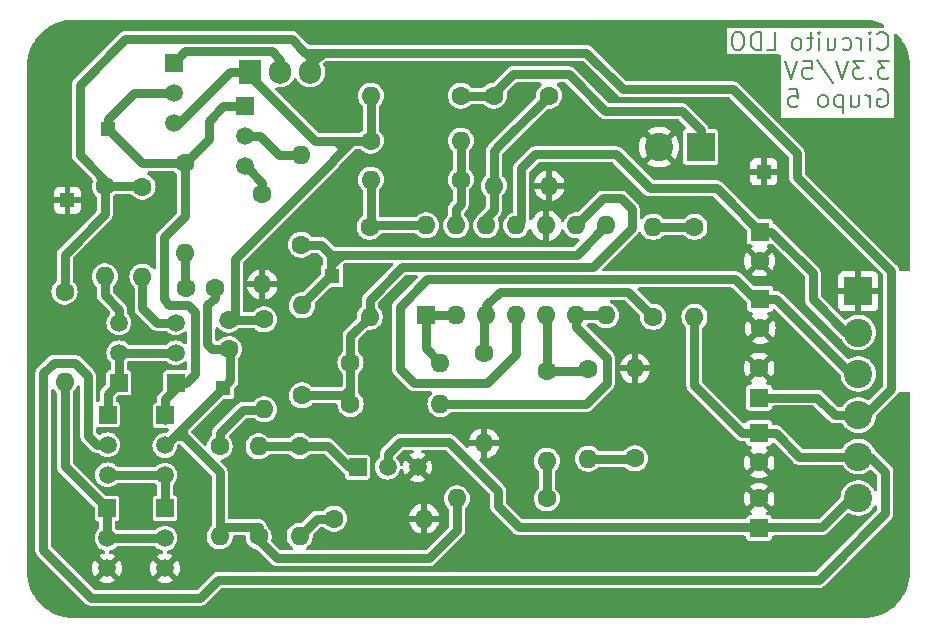
<source format=gbr>
%TF.GenerationSoftware,KiCad,Pcbnew,8.0.5*%
%TF.CreationDate,2024-09-28T22:34:59-03:00*%
%TF.ProjectId,dce-pcb-v1,6463652d-7063-4622-9d76-312e6b696361,rev?*%
%TF.SameCoordinates,Original*%
%TF.FileFunction,Copper,L2,Bot*%
%TF.FilePolarity,Positive*%
%FSLAX46Y46*%
G04 Gerber Fmt 4.6, Leading zero omitted, Abs format (unit mm)*
G04 Created by KiCad (PCBNEW 8.0.5) date 2024-09-28 22:34:59*
%MOMM*%
%LPD*%
G01*
G04 APERTURE LIST*
%ADD10C,0.150000*%
%TA.AperFunction,NonConductor*%
%ADD11C,0.150000*%
%TD*%
%ADD12C,0.175000*%
%TA.AperFunction,NonConductor*%
%ADD13C,0.175000*%
%TD*%
%TA.AperFunction,ComponentPad*%
%ADD14C,1.600000*%
%TD*%
%TA.AperFunction,ComponentPad*%
%ADD15O,1.600000X1.600000*%
%TD*%
%TA.AperFunction,ComponentPad*%
%ADD16R,1.300000X1.300000*%
%TD*%
%TA.AperFunction,ComponentPad*%
%ADD17R,1.500000X1.500000*%
%TD*%
%TA.AperFunction,ComponentPad*%
%ADD18C,1.500000*%
%TD*%
%TA.AperFunction,ComponentPad*%
%ADD19R,1.600000X1.600000*%
%TD*%
%TA.AperFunction,ComponentPad*%
%ADD20R,2.400000X2.400000*%
%TD*%
%TA.AperFunction,ComponentPad*%
%ADD21C,2.400000*%
%TD*%
%TA.AperFunction,ComponentPad*%
%ADD22R,1.905000X2.000000*%
%TD*%
%TA.AperFunction,ComponentPad*%
%ADD23O,1.905000X2.000000*%
%TD*%
%TA.AperFunction,Conductor*%
%ADD24C,0.750000*%
%TD*%
G04 APERTURE END LIST*
D10*
D11*
X186437030Y-48758628D02*
X187151316Y-48758628D01*
X187151316Y-48758628D02*
X187151316Y-47258628D01*
X185937030Y-48758628D02*
X185937030Y-47258628D01*
X185937030Y-47258628D02*
X185579887Y-47258628D01*
X185579887Y-47258628D02*
X185365601Y-47330057D01*
X185365601Y-47330057D02*
X185222744Y-47472914D01*
X185222744Y-47472914D02*
X185151315Y-47615771D01*
X185151315Y-47615771D02*
X185079887Y-47901485D01*
X185079887Y-47901485D02*
X185079887Y-48115771D01*
X185079887Y-48115771D02*
X185151315Y-48401485D01*
X185151315Y-48401485D02*
X185222744Y-48544342D01*
X185222744Y-48544342D02*
X185365601Y-48687200D01*
X185365601Y-48687200D02*
X185579887Y-48758628D01*
X185579887Y-48758628D02*
X185937030Y-48758628D01*
X184151315Y-47258628D02*
X183865601Y-47258628D01*
X183865601Y-47258628D02*
X183722744Y-47330057D01*
X183722744Y-47330057D02*
X183579887Y-47472914D01*
X183579887Y-47472914D02*
X183508458Y-47758628D01*
X183508458Y-47758628D02*
X183508458Y-48258628D01*
X183508458Y-48258628D02*
X183579887Y-48544342D01*
X183579887Y-48544342D02*
X183722744Y-48687200D01*
X183722744Y-48687200D02*
X183865601Y-48758628D01*
X183865601Y-48758628D02*
X184151315Y-48758628D01*
X184151315Y-48758628D02*
X184294173Y-48687200D01*
X184294173Y-48687200D02*
X184437030Y-48544342D01*
X184437030Y-48544342D02*
X184508458Y-48258628D01*
X184508458Y-48258628D02*
X184508458Y-47758628D01*
X184508458Y-47758628D02*
X184437030Y-47472914D01*
X184437030Y-47472914D02*
X184294173Y-47330057D01*
X184294173Y-47330057D02*
X184151315Y-47258628D01*
D12*
D13*
X195820583Y-48634639D02*
X195892011Y-48706068D01*
X195892011Y-48706068D02*
X196106297Y-48777496D01*
X196106297Y-48777496D02*
X196249154Y-48777496D01*
X196249154Y-48777496D02*
X196463440Y-48706068D01*
X196463440Y-48706068D02*
X196606297Y-48563210D01*
X196606297Y-48563210D02*
X196677726Y-48420353D01*
X196677726Y-48420353D02*
X196749154Y-48134639D01*
X196749154Y-48134639D02*
X196749154Y-47920353D01*
X196749154Y-47920353D02*
X196677726Y-47634639D01*
X196677726Y-47634639D02*
X196606297Y-47491782D01*
X196606297Y-47491782D02*
X196463440Y-47348925D01*
X196463440Y-47348925D02*
X196249154Y-47277496D01*
X196249154Y-47277496D02*
X196106297Y-47277496D01*
X196106297Y-47277496D02*
X195892011Y-47348925D01*
X195892011Y-47348925D02*
X195820583Y-47420353D01*
X195177726Y-48777496D02*
X195177726Y-47777496D01*
X195177726Y-47277496D02*
X195249154Y-47348925D01*
X195249154Y-47348925D02*
X195177726Y-47420353D01*
X195177726Y-47420353D02*
X195106297Y-47348925D01*
X195106297Y-47348925D02*
X195177726Y-47277496D01*
X195177726Y-47277496D02*
X195177726Y-47420353D01*
X194463440Y-48777496D02*
X194463440Y-47777496D01*
X194463440Y-48063210D02*
X194392011Y-47920353D01*
X194392011Y-47920353D02*
X194320583Y-47848925D01*
X194320583Y-47848925D02*
X194177725Y-47777496D01*
X194177725Y-47777496D02*
X194034868Y-47777496D01*
X192892012Y-48706068D02*
X193034869Y-48777496D01*
X193034869Y-48777496D02*
X193320583Y-48777496D01*
X193320583Y-48777496D02*
X193463440Y-48706068D01*
X193463440Y-48706068D02*
X193534869Y-48634639D01*
X193534869Y-48634639D02*
X193606297Y-48491782D01*
X193606297Y-48491782D02*
X193606297Y-48063210D01*
X193606297Y-48063210D02*
X193534869Y-47920353D01*
X193534869Y-47920353D02*
X193463440Y-47848925D01*
X193463440Y-47848925D02*
X193320583Y-47777496D01*
X193320583Y-47777496D02*
X193034869Y-47777496D01*
X193034869Y-47777496D02*
X192892012Y-47848925D01*
X191606298Y-47777496D02*
X191606298Y-48777496D01*
X192249155Y-47777496D02*
X192249155Y-48563210D01*
X192249155Y-48563210D02*
X192177726Y-48706068D01*
X192177726Y-48706068D02*
X192034869Y-48777496D01*
X192034869Y-48777496D02*
X191820583Y-48777496D01*
X191820583Y-48777496D02*
X191677726Y-48706068D01*
X191677726Y-48706068D02*
X191606298Y-48634639D01*
X190892012Y-48777496D02*
X190892012Y-47777496D01*
X190892012Y-47277496D02*
X190963440Y-47348925D01*
X190963440Y-47348925D02*
X190892012Y-47420353D01*
X190892012Y-47420353D02*
X190820583Y-47348925D01*
X190820583Y-47348925D02*
X190892012Y-47277496D01*
X190892012Y-47277496D02*
X190892012Y-47420353D01*
X190392011Y-47777496D02*
X189820583Y-47777496D01*
X190177726Y-47277496D02*
X190177726Y-48563210D01*
X190177726Y-48563210D02*
X190106297Y-48706068D01*
X190106297Y-48706068D02*
X189963440Y-48777496D01*
X189963440Y-48777496D02*
X189820583Y-48777496D01*
X189106297Y-48777496D02*
X189249154Y-48706068D01*
X189249154Y-48706068D02*
X189320583Y-48634639D01*
X189320583Y-48634639D02*
X189392011Y-48491782D01*
X189392011Y-48491782D02*
X189392011Y-48063210D01*
X189392011Y-48063210D02*
X189320583Y-47920353D01*
X189320583Y-47920353D02*
X189249154Y-47848925D01*
X189249154Y-47848925D02*
X189106297Y-47777496D01*
X189106297Y-47777496D02*
X188892011Y-47777496D01*
X188892011Y-47777496D02*
X188749154Y-47848925D01*
X188749154Y-47848925D02*
X188677726Y-47920353D01*
X188677726Y-47920353D02*
X188606297Y-48063210D01*
X188606297Y-48063210D02*
X188606297Y-48491782D01*
X188606297Y-48491782D02*
X188677726Y-48634639D01*
X188677726Y-48634639D02*
X188749154Y-48706068D01*
X188749154Y-48706068D02*
X188892011Y-48777496D01*
X188892011Y-48777496D02*
X189106297Y-48777496D01*
X196820583Y-49692412D02*
X195892011Y-49692412D01*
X195892011Y-49692412D02*
X196392011Y-50263841D01*
X196392011Y-50263841D02*
X196177726Y-50263841D01*
X196177726Y-50263841D02*
X196034869Y-50335269D01*
X196034869Y-50335269D02*
X195963440Y-50406698D01*
X195963440Y-50406698D02*
X195892011Y-50549555D01*
X195892011Y-50549555D02*
X195892011Y-50906698D01*
X195892011Y-50906698D02*
X195963440Y-51049555D01*
X195963440Y-51049555D02*
X196034869Y-51120984D01*
X196034869Y-51120984D02*
X196177726Y-51192412D01*
X196177726Y-51192412D02*
X196606297Y-51192412D01*
X196606297Y-51192412D02*
X196749154Y-51120984D01*
X196749154Y-51120984D02*
X196820583Y-51049555D01*
X195249155Y-51049555D02*
X195177726Y-51120984D01*
X195177726Y-51120984D02*
X195249155Y-51192412D01*
X195249155Y-51192412D02*
X195320583Y-51120984D01*
X195320583Y-51120984D02*
X195249155Y-51049555D01*
X195249155Y-51049555D02*
X195249155Y-51192412D01*
X194677726Y-49692412D02*
X193749154Y-49692412D01*
X193749154Y-49692412D02*
X194249154Y-50263841D01*
X194249154Y-50263841D02*
X194034869Y-50263841D01*
X194034869Y-50263841D02*
X193892012Y-50335269D01*
X193892012Y-50335269D02*
X193820583Y-50406698D01*
X193820583Y-50406698D02*
X193749154Y-50549555D01*
X193749154Y-50549555D02*
X193749154Y-50906698D01*
X193749154Y-50906698D02*
X193820583Y-51049555D01*
X193820583Y-51049555D02*
X193892012Y-51120984D01*
X193892012Y-51120984D02*
X194034869Y-51192412D01*
X194034869Y-51192412D02*
X194463440Y-51192412D01*
X194463440Y-51192412D02*
X194606297Y-51120984D01*
X194606297Y-51120984D02*
X194677726Y-51049555D01*
X193320583Y-49692412D02*
X192820583Y-51192412D01*
X192820583Y-51192412D02*
X192320583Y-49692412D01*
X190749155Y-49620984D02*
X192034869Y-51549555D01*
X189534869Y-49692412D02*
X190249155Y-49692412D01*
X190249155Y-49692412D02*
X190320583Y-50406698D01*
X190320583Y-50406698D02*
X190249155Y-50335269D01*
X190249155Y-50335269D02*
X190106298Y-50263841D01*
X190106298Y-50263841D02*
X189749155Y-50263841D01*
X189749155Y-50263841D02*
X189606298Y-50335269D01*
X189606298Y-50335269D02*
X189534869Y-50406698D01*
X189534869Y-50406698D02*
X189463440Y-50549555D01*
X189463440Y-50549555D02*
X189463440Y-50906698D01*
X189463440Y-50906698D02*
X189534869Y-51049555D01*
X189534869Y-51049555D02*
X189606298Y-51120984D01*
X189606298Y-51120984D02*
X189749155Y-51192412D01*
X189749155Y-51192412D02*
X190106298Y-51192412D01*
X190106298Y-51192412D02*
X190249155Y-51120984D01*
X190249155Y-51120984D02*
X190320583Y-51049555D01*
X189034869Y-49692412D02*
X188534869Y-51192412D01*
X188534869Y-51192412D02*
X188034869Y-49692412D01*
X195892011Y-52178757D02*
X196034869Y-52107328D01*
X196034869Y-52107328D02*
X196249154Y-52107328D01*
X196249154Y-52107328D02*
X196463440Y-52178757D01*
X196463440Y-52178757D02*
X196606297Y-52321614D01*
X196606297Y-52321614D02*
X196677726Y-52464471D01*
X196677726Y-52464471D02*
X196749154Y-52750185D01*
X196749154Y-52750185D02*
X196749154Y-52964471D01*
X196749154Y-52964471D02*
X196677726Y-53250185D01*
X196677726Y-53250185D02*
X196606297Y-53393042D01*
X196606297Y-53393042D02*
X196463440Y-53535900D01*
X196463440Y-53535900D02*
X196249154Y-53607328D01*
X196249154Y-53607328D02*
X196106297Y-53607328D01*
X196106297Y-53607328D02*
X195892011Y-53535900D01*
X195892011Y-53535900D02*
X195820583Y-53464471D01*
X195820583Y-53464471D02*
X195820583Y-52964471D01*
X195820583Y-52964471D02*
X196106297Y-52964471D01*
X195177726Y-53607328D02*
X195177726Y-52607328D01*
X195177726Y-52893042D02*
X195106297Y-52750185D01*
X195106297Y-52750185D02*
X195034869Y-52678757D01*
X195034869Y-52678757D02*
X194892011Y-52607328D01*
X194892011Y-52607328D02*
X194749154Y-52607328D01*
X193606298Y-52607328D02*
X193606298Y-53607328D01*
X194249155Y-52607328D02*
X194249155Y-53393042D01*
X194249155Y-53393042D02*
X194177726Y-53535900D01*
X194177726Y-53535900D02*
X194034869Y-53607328D01*
X194034869Y-53607328D02*
X193820583Y-53607328D01*
X193820583Y-53607328D02*
X193677726Y-53535900D01*
X193677726Y-53535900D02*
X193606298Y-53464471D01*
X192892012Y-52607328D02*
X192892012Y-54107328D01*
X192892012Y-52678757D02*
X192749155Y-52607328D01*
X192749155Y-52607328D02*
X192463440Y-52607328D01*
X192463440Y-52607328D02*
X192320583Y-52678757D01*
X192320583Y-52678757D02*
X192249155Y-52750185D01*
X192249155Y-52750185D02*
X192177726Y-52893042D01*
X192177726Y-52893042D02*
X192177726Y-53321614D01*
X192177726Y-53321614D02*
X192249155Y-53464471D01*
X192249155Y-53464471D02*
X192320583Y-53535900D01*
X192320583Y-53535900D02*
X192463440Y-53607328D01*
X192463440Y-53607328D02*
X192749155Y-53607328D01*
X192749155Y-53607328D02*
X192892012Y-53535900D01*
X191320583Y-53607328D02*
X191463440Y-53535900D01*
X191463440Y-53535900D02*
X191534869Y-53464471D01*
X191534869Y-53464471D02*
X191606297Y-53321614D01*
X191606297Y-53321614D02*
X191606297Y-52893042D01*
X191606297Y-52893042D02*
X191534869Y-52750185D01*
X191534869Y-52750185D02*
X191463440Y-52678757D01*
X191463440Y-52678757D02*
X191320583Y-52607328D01*
X191320583Y-52607328D02*
X191106297Y-52607328D01*
X191106297Y-52607328D02*
X190963440Y-52678757D01*
X190963440Y-52678757D02*
X190892012Y-52750185D01*
X190892012Y-52750185D02*
X190820583Y-52893042D01*
X190820583Y-52893042D02*
X190820583Y-53321614D01*
X190820583Y-53321614D02*
X190892012Y-53464471D01*
X190892012Y-53464471D02*
X190963440Y-53535900D01*
X190963440Y-53535900D02*
X191106297Y-53607328D01*
X191106297Y-53607328D02*
X191320583Y-53607328D01*
X188320583Y-52107328D02*
X189034869Y-52107328D01*
X189034869Y-52107328D02*
X189106297Y-52821614D01*
X189106297Y-52821614D02*
X189034869Y-52750185D01*
X189034869Y-52750185D02*
X188892012Y-52678757D01*
X188892012Y-52678757D02*
X188534869Y-52678757D01*
X188534869Y-52678757D02*
X188392012Y-52750185D01*
X188392012Y-52750185D02*
X188320583Y-52821614D01*
X188320583Y-52821614D02*
X188249154Y-52964471D01*
X188249154Y-52964471D02*
X188249154Y-53321614D01*
X188249154Y-53321614D02*
X188320583Y-53464471D01*
X188320583Y-53464471D02*
X188392012Y-53535900D01*
X188392012Y-53535900D02*
X188534869Y-53607328D01*
X188534869Y-53607328D02*
X188892012Y-53607328D01*
X188892012Y-53607328D02*
X189034869Y-53535900D01*
X189034869Y-53535900D02*
X189106297Y-53464471D01*
D14*
%TO.P,R20,1*%
%TO.N,Net-(Q7-E)*%
X152920000Y-56450000D03*
D15*
%TO.P,R20,2*%
%TO.N,Net-(U1D--)*%
X160540000Y-56450000D03*
%TD*%
D16*
%TO.P,Vop,1,1*%
%TO.N,Net-(R17-Pad1)*%
X149650000Y-67900000D03*
%TD*%
D17*
%TO.P,Q4,1,C*%
%TO.N,Net-(Q2-C)*%
X131600000Y-76950000D03*
D18*
%TO.P,Q4,2,B*%
X131600000Y-74410000D03*
%TO.P,Q4,3,E*%
%TO.N,Net-(Q4-E)*%
X131600000Y-71870000D03*
%TD*%
D16*
%TO.P,Vf,1,1*%
%TO.N,/Vf*%
X140400000Y-77400000D03*
%TD*%
D14*
%TO.P,R11,1*%
%TO.N,Net-(Q7-E)*%
X143900000Y-71590000D03*
D15*
%TO.P,R11,2*%
%TO.N,Net-(R11-Pad2)*%
X143900000Y-79210000D03*
%TD*%
D14*
%TO.P,RE1,1*%
%TO.N,/Vreg*%
X130400000Y-60320000D03*
D15*
%TO.P,RE1,2*%
%TO.N,Net-(Q4-E)*%
X130400000Y-67940000D03*
%TD*%
D16*
%TO.P,Vd,1,1*%
%TO.N,/Vlc*%
X130700000Y-55500000D03*
%TD*%
D14*
%TO.P,R10,1*%
%TO.N,/Sum*%
X151210000Y-75250000D03*
D15*
%TO.P,R10,2*%
%TO.N,Net-(U1A--)*%
X158830000Y-75250000D03*
%TD*%
D14*
%TO.P,R8,1*%
%TO.N,Net-(R7-Pad2)*%
X175300000Y-83360000D03*
D15*
%TO.P,R8,2*%
%TO.N,0*%
X175300000Y-75740000D03*
%TD*%
D14*
%TO.P,R21,1*%
%TO.N,Net-(R19-Pad2)*%
X152830000Y-63750000D03*
D15*
%TO.P,R21,2*%
%TO.N,/Sum*%
X152830000Y-71370000D03*
%TD*%
D14*
%TO.P,Rs1,1*%
%TO.N,/Vo*%
X160550000Y-52650000D03*
D15*
%TO.P,Rs1,2*%
%TO.N,Net-(Q7-E)*%
X152930000Y-52650000D03*
%TD*%
D14*
%TO.P,R18,1*%
%TO.N,/Sum*%
X147100000Y-78020000D03*
D15*
%TO.P,R18,2*%
%TO.N,Net-(R17-Pad1)*%
X147100000Y-70400000D03*
%TD*%
D14*
%TO.P,RE2,1*%
%TO.N,/Vreg*%
X133600000Y-60340000D03*
D15*
%TO.P,RE2,2*%
%TO.N,Net-(Q5-E)*%
X133600000Y-67960000D03*
%TD*%
D17*
%TO.P,Q7,1,C*%
%TO.N,Net-(Q7-C)*%
X136250000Y-49850000D03*
D18*
%TO.P,Q7,2,B*%
%TO.N,/Vlc*%
X136250000Y-52390000D03*
%TO.P,Q7,3,E*%
%TO.N,Net-(Q7-E)*%
X136250000Y-54930000D03*
%TD*%
D16*
%TO.P,GND,1,1*%
%TO.N,0*%
X186200000Y-59100000D03*
%TD*%
D19*
%TO.P,C4,1*%
%TO.N,/-VPOSA*%
X185850000Y-64144888D03*
D14*
%TO.P,C4,2*%
%TO.N,0*%
X185850000Y-66644888D03*
%TD*%
D19*
%TO.P,C7,1*%
%TO.N,/Vref*%
X185800000Y-81200000D03*
D14*
%TO.P,C7,2*%
%TO.N,0*%
X185800000Y-83700000D03*
%TD*%
%TO.P,Rcp1,1*%
%TO.N,/Vlc*%
X137200000Y-58380000D03*
D15*
%TO.P,Rcp1,2*%
%TO.N,Net-(C1-Pad1)*%
X137200000Y-66000000D03*
%TD*%
D14*
%TO.P,R16,1*%
%TO.N,Net-(Q9-E)*%
X143750000Y-61000000D03*
D15*
%TO.P,R16,2*%
%TO.N,0*%
X143750000Y-68620000D03*
%TD*%
D14*
%TO.P,R5,1*%
%TO.N,Net-(U1A-+)*%
X176830000Y-71370000D03*
D15*
%TO.P,R5,2*%
%TO.N,Net-(R2-Pad1)*%
X176830000Y-63750000D03*
%TD*%
D14*
%TO.P,R2,1*%
%TO.N,Net-(R2-Pad1)*%
X180330000Y-63750000D03*
D15*
%TO.P,R2,2*%
%TO.N,/Vref*%
X180330000Y-71370000D03*
%TD*%
D14*
%TO.P,R4,1*%
%TO.N,Net-(U1B-+)*%
X167830000Y-75940000D03*
D15*
%TO.P,R4,2*%
%TO.N,Net-(R3-Pad1)*%
X167830000Y-83560000D03*
%TD*%
D14*
%TO.P,R1,1*%
%TO.N,/Vreg*%
X127000000Y-69240000D03*
D15*
%TO.P,R1,2*%
%TO.N,Net-(Q1-B)*%
X127000000Y-76860000D03*
%TD*%
D14*
%TO.P,C3,1*%
%TO.N,Net-(Q7-E)*%
X140900000Y-71600000D03*
%TO.P,C3,2*%
%TO.N,/Vf*%
X140900000Y-74100000D03*
%TD*%
%TO.P,R13,1*%
%TO.N,/Vf*%
X143430000Y-89960000D03*
D15*
%TO.P,R13,2*%
%TO.N,Net-(M1-D)*%
X143430000Y-82340000D03*
%TD*%
D14*
%TO.P,R23,1*%
%TO.N,Net-(U1D-+)*%
X168040000Y-52640000D03*
D15*
%TO.P,R23,2*%
%TO.N,0*%
X168040000Y-60260000D03*
%TD*%
D14*
%TO.P,R7,1*%
%TO.N,Net-(U1B-+)*%
X171330000Y-75750000D03*
D15*
%TO.P,R7,2*%
%TO.N,Net-(R7-Pad2)*%
X171330000Y-83370000D03*
%TD*%
D14*
%TO.P,C1,1*%
%TO.N,Net-(C1-Pad1)*%
X137250000Y-68900000D03*
%TO.P,C1,2*%
%TO.N,/Vf*%
X139750000Y-68900000D03*
%TD*%
D17*
%TO.P,Q6,1,C*%
%TO.N,/Vlc*%
X135500000Y-79720000D03*
D18*
%TO.P,Q6,2,B*%
%TO.N,/Vf*%
X135500000Y-82260000D03*
%TO.P,Q6,3,E*%
%TO.N,Net-(Q2-E)*%
X135500000Y-84800000D03*
%TD*%
D19*
%TO.P,C6,1*%
%TO.N,/Vreg*%
X185800000Y-78200000D03*
D14*
%TO.P,C6,2*%
%TO.N,0*%
X185800000Y-75700000D03*
%TD*%
%TO.P,C5,2*%
%TO.N,0*%
X185900000Y-72350000D03*
D19*
%TO.P,C5,1*%
%TO.N,/+VPOSA*%
X185900000Y-69850000D03*
%TD*%
D14*
%TO.P,R22,1*%
%TO.N,/Vo*%
X163340000Y-52640000D03*
D15*
%TO.P,R22,2*%
%TO.N,Net-(U1D-+)*%
X163340000Y-60260000D03*
%TD*%
D20*
%TO.P,J2,1,Pin_1*%
%TO.N,/Vo*%
X180850000Y-57000000D03*
D21*
%TO.P,J2,2,Pin_2*%
%TO.N,0*%
X177350000Y-57000000D03*
%TD*%
D14*
%TO.P,R3,1*%
%TO.N,Net-(R3-Pad1)*%
X167830000Y-86750000D03*
D15*
%TO.P,R3,2*%
%TO.N,/Vf*%
X160210000Y-86750000D03*
%TD*%
D17*
%TO.P,Q3,1,C*%
%TO.N,Net-(Q2-E)*%
X135500000Y-87570000D03*
D18*
%TO.P,Q3,2,B*%
%TO.N,Net-(Q1-B)*%
X135500000Y-90110000D03*
%TO.P,Q3,3,E*%
%TO.N,0*%
X135500000Y-92650000D03*
%TD*%
D14*
%TO.P,R14,1*%
%TO.N,Net-(M1-D)*%
X146900000Y-82310000D03*
D15*
%TO.P,R14,2*%
%TO.N,Net-(R14-Pad2)*%
X146900000Y-89930000D03*
%TD*%
D14*
%TO.P,R6,1*%
%TO.N,Net-(U1A-+)*%
X162520000Y-74440000D03*
D15*
%TO.P,R6,2*%
%TO.N,0*%
X162520000Y-82060000D03*
%TD*%
D17*
%TO.P,Q9,1,C*%
%TO.N,/Vlc*%
X142300000Y-53550000D03*
D18*
%TO.P,Q9,2,B*%
%TO.N,Net-(Q9-B)*%
X142300000Y-56090000D03*
%TO.P,Q9,3,E*%
%TO.N,Net-(Q9-E)*%
X142300000Y-58630000D03*
%TD*%
D14*
%TO.P,R9,1*%
%TO.N,/Sum*%
X151210000Y-78750000D03*
D15*
%TO.P,R9,2*%
%TO.N,Net-(U1B--)*%
X158830000Y-78750000D03*
%TD*%
D14*
%TO.P,R12,1*%
%TO.N,Net-(R11-Pad2)*%
X140130000Y-82340000D03*
D15*
%TO.P,R12,2*%
%TO.N,/Vf*%
X140130000Y-89960000D03*
%TD*%
D19*
%TO.P,C8,1*%
%TO.N,/Vsel*%
X185800000Y-89250000D03*
D14*
%TO.P,C8,2*%
%TO.N,0*%
X185800000Y-86750000D03*
%TD*%
D19*
%TO.P,U1,1*%
%TO.N,Net-(U1A--)*%
X157630000Y-71250000D03*
D15*
%TO.P,U1,2,-*%
X160170000Y-71250000D03*
%TO.P,U1,3,+*%
%TO.N,Net-(U1A-+)*%
X162710000Y-71250000D03*
%TO.P,U1,4,V+*%
%TO.N,/+VPOSA*%
X165250000Y-71250000D03*
%TO.P,U1,5,+*%
%TO.N,Net-(U1B-+)*%
X167790000Y-71250000D03*
%TO.P,U1,6,-*%
%TO.N,Net-(U1B--)*%
X170330000Y-71250000D03*
%TO.P,U1,7*%
X172870000Y-71250000D03*
%TO.P,U1,8*%
%TO.N,Net-(R17-Pad1)*%
X172870000Y-63630000D03*
%TO.P,U1,9,-*%
%TO.N,/Sum*%
X170330000Y-63630000D03*
%TO.P,U1,10,+*%
%TO.N,0*%
X167790000Y-63630000D03*
%TO.P,U1,11,V-*%
%TO.N,/-VPOSA*%
X165250000Y-63630000D03*
%TO.P,U1,12,+*%
%TO.N,Net-(U1D-+)*%
X162710000Y-63630000D03*
%TO.P,U1,13,-*%
%TO.N,Net-(U1D--)*%
X160170000Y-63630000D03*
%TO.P,U1,14*%
%TO.N,Net-(R19-Pad2)*%
X157630000Y-63630000D03*
%TD*%
D17*
%TO.P,Q1,1,C*%
%TO.N,Net-(Q1-B)*%
X130600000Y-87570000D03*
D18*
%TO.P,Q1,2,B*%
X130600000Y-90110000D03*
%TO.P,Q1,3,E*%
%TO.N,0*%
X130600000Y-92650000D03*
%TD*%
D14*
%TO.P,R15,1*%
%TO.N,Net-(R14-Pad2)*%
X149820000Y-88450000D03*
D15*
%TO.P,R15,2*%
%TO.N,0*%
X157440000Y-88450000D03*
%TD*%
D17*
%TO.P,M1,1,D*%
%TO.N,Net-(M1-D)*%
X151810000Y-84100000D03*
D18*
%TO.P,M1,2,G*%
%TO.N,/Vsel*%
X154350000Y-84100000D03*
%TO.P,M1,3,S*%
%TO.N,0*%
X156890000Y-84100000D03*
%TD*%
D14*
%TO.P,R19,1*%
%TO.N,Net-(U1D--)*%
X160560000Y-59750000D03*
D15*
%TO.P,R19,2*%
%TO.N,Net-(R19-Pad2)*%
X152940000Y-59750000D03*
%TD*%
D17*
%TO.P,Q2,1,C*%
%TO.N,Net-(Q2-C)*%
X130650000Y-79660000D03*
D18*
%TO.P,Q2,2,B*%
%TO.N,/Vref*%
X130650000Y-82200000D03*
%TO.P,Q2,3,E*%
%TO.N,Net-(Q2-E)*%
X130650000Y-84740000D03*
%TD*%
D17*
%TO.P,Q5,1,C*%
%TO.N,/Vlc*%
X136400000Y-76950000D03*
D18*
%TO.P,Q5,2,B*%
%TO.N,Net-(Q2-C)*%
X136400000Y-74410000D03*
%TO.P,Q5,3,E*%
%TO.N,Net-(Q5-E)*%
X136400000Y-71870000D03*
%TD*%
D16*
%TO.P,GND,1,1*%
%TO.N,0*%
X127250000Y-61500000D03*
%TD*%
D20*
%TO.P,J1,1,Pin_1*%
%TO.N,0*%
X194200000Y-69200000D03*
D21*
%TO.P,J1,2,Pin_2*%
%TO.N,/-VPOSA*%
X194200000Y-72700000D03*
%TO.P,J1,3,Pin_3*%
%TO.N,/+VPOSA*%
X194200000Y-76200000D03*
%TO.P,J1,4,Pin_4*%
%TO.N,/Vreg*%
X194200000Y-79700000D03*
%TO.P,J1,5,Pin_5*%
%TO.N,/Vref*%
X194200000Y-83200000D03*
%TO.P,J1,6,Pin_6*%
%TO.N,/Vsel*%
X194200000Y-86700000D03*
%TD*%
D14*
%TO.P,R17,1*%
%TO.N,Net-(R17-Pad1)*%
X147030000Y-65260000D03*
D15*
%TO.P,R17,2*%
%TO.N,Net-(Q9-B)*%
X147030000Y-57640000D03*
%TD*%
D22*
%TO.P,Q8,1,C*%
%TO.N,Net-(Q7-E)*%
X142710000Y-50645000D03*
D23*
%TO.P,Q8,2,B*%
%TO.N,Net-(Q7-C)*%
X145250000Y-50645000D03*
%TO.P,Q8,3,E*%
%TO.N,/Vreg*%
X147790000Y-50645000D03*
%TD*%
D24*
%TO.N,/-VPOSA*%
X176600000Y-60500000D02*
X182205112Y-60500000D01*
X182205112Y-60500000D02*
X185850000Y-64144888D01*
X166850000Y-57600000D02*
X173700000Y-57600000D01*
X165650000Y-58800000D02*
X166850000Y-57600000D01*
X173700000Y-57600000D02*
X176600000Y-60500000D01*
X165650000Y-63230000D02*
X165650000Y-58800000D01*
X165250000Y-63630000D02*
X165650000Y-63230000D01*
%TO.N,/+VPOSA*%
X187250000Y-69850000D02*
X193600000Y-76200000D01*
X193600000Y-76200000D02*
X194200000Y-76200000D01*
X185900000Y-69850000D02*
X187250000Y-69850000D01*
X185450000Y-69850000D02*
X185900000Y-69850000D01*
X183800000Y-68200000D02*
X185450000Y-69850000D01*
%TO.N,/Vo*%
X160560000Y-52640000D02*
X160550000Y-52650000D01*
X163340000Y-52460000D02*
X163340000Y-52640000D01*
X179250000Y-53950000D02*
X172800000Y-53950000D01*
X163340000Y-52640000D02*
X160560000Y-52640000D01*
X180850000Y-57000000D02*
X180850000Y-55550000D01*
X172800000Y-53950000D02*
X169700000Y-50850000D01*
X164950000Y-50850000D02*
X163340000Y-52460000D01*
X180850000Y-55550000D02*
X179250000Y-53950000D01*
X169700000Y-50850000D02*
X164950000Y-50850000D01*
%TO.N,/Vref*%
X129750000Y-82200000D02*
X130650000Y-82200000D01*
X180330000Y-77170000D02*
X180330000Y-71370000D01*
X125200000Y-91100000D02*
X125200000Y-76150000D01*
X195200000Y-83200000D02*
X196500000Y-84500000D01*
X180330000Y-77170000D02*
X184360000Y-81200000D01*
X129000000Y-76400000D02*
X129000000Y-81450000D01*
X196500000Y-84500000D02*
X196500000Y-88000000D01*
X187200000Y-81200000D02*
X189200000Y-83200000D01*
X196500000Y-88000000D02*
X190850000Y-93650000D01*
X190850000Y-93650000D02*
X140000000Y-93650000D01*
X140000000Y-93650000D02*
X138500000Y-95150000D01*
X184360000Y-81200000D02*
X185800000Y-81200000D01*
X189200000Y-83200000D02*
X195200000Y-83200000D01*
X125200000Y-76150000D02*
X126100000Y-75250000D01*
X129000000Y-81450000D02*
X129750000Y-82200000D01*
X126100000Y-75250000D02*
X127850000Y-75250000D01*
X129250000Y-95150000D02*
X125200000Y-91100000D01*
X138500000Y-95150000D02*
X129250000Y-95150000D01*
X185800000Y-81200000D02*
X187200000Y-81200000D01*
X127850000Y-75250000D02*
X129000000Y-76400000D01*
%TO.N,/Vsel*%
X154350000Y-83000000D02*
X154350000Y-83550000D01*
X159550000Y-81950000D02*
X155400000Y-81950000D01*
X165500000Y-89200000D02*
X163700000Y-87400000D01*
X191100000Y-89200000D02*
X165500000Y-89200000D01*
X163700000Y-86100000D02*
X159550000Y-81950000D01*
X193600000Y-86700000D02*
X191100000Y-89200000D01*
X155400000Y-81950000D02*
X154350000Y-83000000D01*
X163700000Y-87400000D02*
X163700000Y-86100000D01*
%TO.N,/Vreg*%
X171150000Y-49000000D02*
X148850000Y-49000000D01*
X128300000Y-51700000D02*
X128300000Y-57700000D01*
X186300000Y-78200000D02*
X190700000Y-78200000D01*
X194800000Y-79700000D02*
X197000000Y-77500000D01*
X132150000Y-47850000D02*
X128300000Y-51700000D01*
X147790000Y-50645000D02*
X147790000Y-49390000D01*
X130400000Y-62700000D02*
X127000000Y-66100000D01*
X148850000Y-49000000D02*
X147790000Y-50060000D01*
X147790000Y-49390000D02*
X147225000Y-48825000D01*
X146250000Y-47850000D02*
X132150000Y-47850000D01*
X190700000Y-78200000D02*
X192200000Y-79700000D01*
X189000000Y-57500000D02*
X183600000Y-52100000D01*
X189000000Y-59500000D02*
X189000000Y-57500000D01*
X130400000Y-60320000D02*
X133580000Y-60320000D01*
X192200000Y-79700000D02*
X194800000Y-79700000D01*
X183600000Y-52100000D02*
X174250000Y-52100000D01*
X147225000Y-48825000D02*
X146250000Y-47850000D01*
X133580000Y-60320000D02*
X133600000Y-60340000D01*
X197000000Y-77500000D02*
X197000000Y-67500000D01*
X130400000Y-60320000D02*
X130400000Y-62700000D01*
X147790000Y-50060000D02*
X147790000Y-50645000D01*
X197000000Y-67500000D02*
X189000000Y-59500000D01*
X147400000Y-49000000D02*
X147225000Y-48825000D01*
X174250000Y-52100000D02*
X171150000Y-49000000D01*
X127000000Y-69240000D02*
X127000000Y-66100000D01*
X128300000Y-57700000D02*
X130800000Y-60200000D01*
X148850000Y-49000000D02*
X147400000Y-49000000D01*
%TO.N,Net-(M1-D)*%
X149740000Y-82760000D02*
X151080000Y-84100000D01*
X146900000Y-82310000D02*
X149290000Y-82310000D01*
X146870000Y-82340000D02*
X146900000Y-82310000D01*
X143430000Y-82340000D02*
X146870000Y-82340000D01*
X151080000Y-84100000D02*
X151810000Y-84100000D01*
X149290000Y-82310000D02*
X149740000Y-82760000D01*
%TO.N,Net-(C1-Pad1)*%
X137200000Y-66000000D02*
X137200000Y-68850000D01*
X137200000Y-68850000D02*
X137250000Y-68900000D01*
%TO.N,Net-(Q1-B)*%
X127000000Y-83970000D02*
X130600000Y-87570000D01*
X135500000Y-90110000D02*
X130600000Y-90110000D01*
X130600000Y-87570000D02*
X130600000Y-90110000D01*
X127000000Y-76860000D02*
X127000000Y-83970000D01*
%TO.N,Net-(Q2-E)*%
X130650000Y-84740000D02*
X135440000Y-84740000D01*
X135440000Y-84740000D02*
X135500000Y-84800000D01*
X135500000Y-87570000D02*
X135500000Y-84800000D01*
%TO.N,/Vlc*%
X135400000Y-64600000D02*
X135400000Y-69900000D01*
X132900000Y-52450000D02*
X136050000Y-52450000D01*
X135500000Y-78300000D02*
X136350000Y-77450000D01*
X135875000Y-70375000D02*
X137425000Y-70375000D01*
X137300000Y-76950000D02*
X136400000Y-76950000D01*
X139250000Y-54750000D02*
X140450000Y-53550000D01*
X130700000Y-55500000D02*
X130700000Y-54650000D01*
X138050000Y-71000000D02*
X138050000Y-76200000D01*
X137200000Y-62800000D02*
X135400000Y-64600000D01*
X135400000Y-69900000D02*
X135875000Y-70375000D01*
X136050000Y-52450000D02*
X136050000Y-52390000D01*
X140450000Y-53550000D02*
X142300000Y-53550000D01*
X137200000Y-58380000D02*
X137200000Y-62800000D01*
X139250000Y-56330000D02*
X139250000Y-54750000D01*
X137425000Y-70375000D02*
X138050000Y-71000000D01*
X138050000Y-76200000D02*
X137300000Y-76950000D01*
X130700000Y-55500000D02*
X133580000Y-58380000D01*
X133580000Y-58380000D02*
X137200000Y-58380000D01*
X137200000Y-58380000D02*
X139250000Y-56330000D01*
X130700000Y-54650000D02*
X132900000Y-52450000D01*
X135500000Y-80120000D02*
X135500000Y-78300000D01*
%TO.N,/-VPOSA*%
X190350000Y-67650000D02*
X190350000Y-69900000D01*
X193600000Y-72700000D02*
X193600000Y-72500000D01*
X193150000Y-72700000D02*
X194200000Y-72700000D01*
X190350000Y-69900000D02*
X193150000Y-72700000D01*
X185850000Y-64144888D02*
X186844888Y-64144888D01*
X186844888Y-64144888D02*
X190350000Y-67650000D01*
%TO.N,/Vf*%
X160210000Y-86750000D02*
X160210000Y-87881370D01*
X136990000Y-81390000D02*
X136990000Y-80810000D01*
X136200000Y-81600000D02*
X136375000Y-81425000D01*
X160230000Y-87901370D02*
X160230000Y-89450000D01*
X141050000Y-74200000D02*
X140950000Y-74100000D01*
X139100000Y-73700000D02*
X139500000Y-74100000D01*
X140130000Y-89150000D02*
X140130000Y-84530000D01*
X157880000Y-91800000D02*
X144980000Y-91800000D01*
X135500000Y-82260000D02*
X135540000Y-82260000D01*
X135540000Y-82260000D02*
X136200000Y-81600000D01*
X139700000Y-69750000D02*
X139100000Y-70350000D01*
X136200000Y-81600000D02*
X137100000Y-80700000D01*
X140400000Y-77400000D02*
X141050000Y-76750000D01*
X143430000Y-89150000D02*
X140130000Y-89150000D01*
X143430000Y-90250000D02*
X143430000Y-89150000D01*
X136955000Y-81425000D02*
X136990000Y-81390000D01*
X139700000Y-68950000D02*
X139700000Y-69750000D01*
X144980000Y-91800000D02*
X143430000Y-90250000D01*
X136990000Y-80810000D02*
X137100000Y-80700000D01*
X139100000Y-70350000D02*
X139100000Y-73700000D01*
X139750000Y-68900000D02*
X139700000Y-68950000D01*
X141050000Y-76750000D02*
X141050000Y-74200000D01*
X140130000Y-84530000D02*
X136990000Y-81390000D01*
X137100000Y-80700000D02*
X140400000Y-77400000D01*
X136375000Y-81425000D02*
X136955000Y-81425000D01*
X139500000Y-74100000D02*
X140700000Y-74100000D01*
X160210000Y-87881370D02*
X160230000Y-87901370D01*
X160230000Y-89450000D02*
X157880000Y-91800000D01*
%TO.N,/+VPOSA*%
X157700000Y-68200000D02*
X155400000Y-70500000D01*
X183800000Y-68200000D02*
X157700000Y-68200000D01*
X155400000Y-75800000D02*
X156600000Y-77000000D01*
X155400000Y-70500000D02*
X155400000Y-75800000D01*
X165250000Y-74550000D02*
X165250000Y-71250000D01*
X162800000Y-77000000D02*
X165250000Y-74550000D01*
X156600000Y-77000000D02*
X162800000Y-77000000D01*
%TO.N,Net-(Q2-C)*%
X136400000Y-74410000D02*
X131600000Y-74410000D01*
X130650000Y-79660000D02*
X130650000Y-77900000D01*
X130650000Y-77900000D02*
X131600000Y-76950000D01*
X131600000Y-76950000D02*
X131600000Y-74410000D01*
%TO.N,Net-(Q7-E)*%
X142710000Y-50645000D02*
X142710000Y-50960000D01*
X150665000Y-57165000D02*
X149740000Y-58090000D01*
X152930000Y-52650000D02*
X152930000Y-56440000D01*
X143630000Y-71640000D02*
X140470000Y-71640000D01*
X136720000Y-54930000D02*
X141005000Y-50645000D01*
X151380000Y-56450000D02*
X150665000Y-57165000D01*
X150665000Y-57165000D02*
X149950000Y-56450000D01*
X149740000Y-58090000D02*
X149740000Y-58140000D01*
X149950000Y-56450000D02*
X149900000Y-56450000D01*
X148200000Y-56450000D02*
X149900000Y-56450000D01*
X152920000Y-56450000D02*
X151380000Y-56450000D01*
X142710000Y-50645000D02*
X142710000Y-51060000D01*
X149900000Y-56450000D02*
X151380000Y-56450000D01*
X136250000Y-54930000D02*
X136720000Y-54930000D01*
X141005000Y-50645000D02*
X142710000Y-50645000D01*
X140470000Y-71640000D02*
X140430000Y-71600000D01*
X141400000Y-71150000D02*
X140950000Y-71600000D01*
X152930000Y-56440000D02*
X152920000Y-56450000D01*
X149740000Y-58140000D02*
X141400000Y-66480000D01*
X142710000Y-50960000D02*
X148200000Y-56450000D01*
X141400000Y-66480000D02*
X141400000Y-71150000D01*
%TO.N,Net-(Q4-E)*%
X130400000Y-69550000D02*
X130400000Y-67940000D01*
X131600000Y-70750000D02*
X130400000Y-69550000D01*
X131600000Y-71870000D02*
X131600000Y-70750000D01*
%TO.N,Net-(Q5-E)*%
X134820000Y-71870000D02*
X136400000Y-71870000D01*
X133600000Y-67960000D02*
X133600000Y-70650000D01*
X133600000Y-70650000D02*
X134820000Y-71870000D01*
%TO.N,Net-(Q7-C)*%
X144550000Y-48900000D02*
X145250000Y-49600000D01*
X145250000Y-49600000D02*
X145250000Y-50645000D01*
X137200000Y-48900000D02*
X144550000Y-48900000D01*
X136250000Y-49850000D02*
X137200000Y-48900000D01*
%TO.N,Net-(R14-Pad2)*%
X149820000Y-88450000D02*
X148380000Y-88450000D01*
X148380000Y-88450000D02*
X146900000Y-89930000D01*
%TO.N,Net-(Q9-B)*%
X147010000Y-57620000D02*
X147030000Y-57640000D01*
X147030000Y-57640000D02*
X145140000Y-57640000D01*
X145140000Y-57640000D02*
X143590000Y-56090000D01*
X143590000Y-56090000D02*
X142300000Y-56090000D01*
%TO.N,Net-(U1A--)*%
X160140000Y-71280000D02*
X160170000Y-71250000D01*
X157630000Y-74050000D02*
X158830000Y-75250000D01*
X158830000Y-71250000D02*
X157630000Y-71250000D01*
X157630000Y-71250000D02*
X157630000Y-74050000D01*
X160170000Y-71250000D02*
X158830000Y-71250000D01*
%TO.N,Net-(U1B--)*%
X170330000Y-71250000D02*
X172870000Y-71250000D01*
X172900000Y-74820000D02*
X172900000Y-77000000D01*
X172900000Y-77000000D02*
X171150000Y-78750000D01*
X170330000Y-71250000D02*
X170330000Y-72250000D01*
X170330000Y-72250000D02*
X172900000Y-74820000D01*
X171150000Y-78750000D02*
X158830000Y-78750000D01*
%TO.N,Net-(U1B-+)*%
X171140000Y-75940000D02*
X171330000Y-75750000D01*
X167830000Y-75940000D02*
X167830000Y-71290000D01*
X167830000Y-71290000D02*
X167790000Y-71250000D01*
X167830000Y-75940000D02*
X171140000Y-75940000D01*
%TO.N,Net-(U1A-+)*%
X163830000Y-69250000D02*
X174710000Y-69250000D01*
X174710000Y-69250000D02*
X176830000Y-71370000D01*
X162520000Y-74440000D02*
X162520000Y-71440000D01*
X162710000Y-70370000D02*
X163830000Y-69250000D01*
X162710000Y-71250000D02*
X162710000Y-70370000D01*
X162520000Y-71440000D02*
X162710000Y-71250000D01*
%TO.N,Net-(U1D-+)*%
X168040000Y-52640000D02*
X163740000Y-56940000D01*
X163330000Y-62350000D02*
X162710000Y-62970000D01*
X162710000Y-62970000D02*
X162710000Y-63630000D01*
X163740000Y-56940000D02*
X163450000Y-57230000D01*
X163330000Y-60960000D02*
X163330000Y-62350000D01*
X163340000Y-60260000D02*
X163340000Y-57340000D01*
X163340000Y-57340000D02*
X163740000Y-56940000D01*
%TO.N,Net-(Q9-E)*%
X143750000Y-61000000D02*
X143750000Y-60060000D01*
X142530000Y-58940000D02*
X142580000Y-58890000D01*
X142580000Y-58890000D02*
X143750000Y-60060000D01*
%TO.N,Net-(R2-Pad1)*%
X176830000Y-63750000D02*
X180330000Y-63750000D01*
%TO.N,Net-(R3-Pad1)*%
X167830000Y-86750000D02*
X167830000Y-83560000D01*
%TO.N,Net-(R7-Pad2)*%
X174840000Y-83360000D02*
X174830000Y-83370000D01*
X175300000Y-83360000D02*
X174840000Y-83360000D01*
X174830000Y-83370000D02*
X171330000Y-83370000D01*
%TO.N,/Sum*%
X152830000Y-69920000D02*
X155600000Y-67150000D01*
X150480000Y-78020000D02*
X150690000Y-78020000D01*
X175030000Y-63850000D02*
X175030000Y-62250000D01*
X174130000Y-61350000D02*
X172610000Y-61350000D01*
X152830000Y-71370000D02*
X152830000Y-69920000D01*
X150690000Y-78020000D02*
X151210000Y-77500000D01*
X175030000Y-62250000D02*
X174130000Y-61350000D01*
X151210000Y-78750000D02*
X151210000Y-77500000D01*
X147100000Y-78020000D02*
X150480000Y-78020000D01*
X155600000Y-67150000D02*
X171730000Y-67150000D01*
X151210000Y-75250000D02*
X151210000Y-72990000D01*
X150480000Y-78020000D02*
X151210000Y-78750000D01*
X171730000Y-67150000D02*
X175030000Y-63850000D01*
X151210000Y-77500000D02*
X151210000Y-75250000D01*
X151210000Y-72990000D02*
X152830000Y-71370000D01*
X172610000Y-61350000D02*
X170330000Y-63630000D01*
X151520000Y-74940000D02*
X151210000Y-75250000D01*
%TO.N,Net-(R11-Pad2)*%
X142090000Y-79260000D02*
X140130000Y-81220000D01*
X143680000Y-79210000D02*
X143630000Y-79260000D01*
X140130000Y-81220000D02*
X140130000Y-82340000D01*
X143900000Y-79210000D02*
X143680000Y-79210000D01*
X143630000Y-79260000D02*
X142090000Y-79260000D01*
%TO.N,Net-(R17-Pad1)*%
X147100000Y-70300000D02*
X149600000Y-67800000D01*
X147100000Y-70400000D02*
X147100000Y-70300000D01*
X149600000Y-66950000D02*
X150450000Y-66100000D01*
X170400000Y-66100000D02*
X172870000Y-63630000D01*
X150450000Y-66100000D02*
X170400000Y-66100000D01*
X147080000Y-70380000D02*
X147100000Y-70400000D01*
X150450000Y-66100000D02*
X149660000Y-66100000D01*
X148700000Y-65260000D02*
X147030000Y-65260000D01*
X149600000Y-66160000D02*
X148700000Y-65260000D01*
X149600000Y-67800000D02*
X149600000Y-66950000D01*
X149600000Y-66200000D02*
X149610000Y-66200000D01*
X149600000Y-66200000D02*
X149600000Y-66160000D01*
X149600000Y-66950000D02*
X149600000Y-66200000D01*
X149660000Y-66100000D02*
X149600000Y-66160000D01*
%TO.N,Net-(U1D--)*%
X160130000Y-62250000D02*
X160170000Y-62290000D01*
X160550000Y-60450000D02*
X160550000Y-57170000D01*
X160170000Y-62290000D02*
X160170000Y-63630000D01*
X160550000Y-61830000D02*
X160130000Y-62250000D01*
X160550000Y-57170000D02*
X160530000Y-57150000D01*
X160550000Y-60450000D02*
X160550000Y-61830000D01*
%TO.N,Net-(R19-Pad2)*%
X157630000Y-63630000D02*
X152950000Y-63630000D01*
X152930000Y-60450000D02*
X152930000Y-63650000D01*
X152950000Y-63630000D02*
X152830000Y-63750000D01*
X152930000Y-63650000D02*
X152830000Y-63750000D01*
%TD*%
%TA.AperFunction,Conductor*%
%TO.N,0*%
G36*
X194603643Y-46200178D02*
G01*
X194984768Y-46218902D01*
X194999314Y-46220335D01*
X195373114Y-46275784D01*
X195387455Y-46278636D01*
X195754054Y-46370464D01*
X195768019Y-46374701D01*
X196123845Y-46502017D01*
X196137354Y-46507613D01*
X196332269Y-46599801D01*
X196391081Y-46649699D01*
X196417065Y-46722319D01*
X196403257Y-46798201D01*
X196353359Y-46857013D01*
X196280739Y-46882997D01*
X196268563Y-46883495D01*
X187599757Y-46883495D01*
X187576532Y-46877272D01*
X187531816Y-46877272D01*
X183126633Y-46877272D01*
X183126633Y-49139984D01*
X187491868Y-49139984D01*
X187566368Y-49159946D01*
X187620906Y-49214484D01*
X187640868Y-49288984D01*
X187640868Y-54500328D01*
X197213583Y-54500328D01*
X197213583Y-47520797D01*
X197233545Y-47446297D01*
X197288083Y-47391759D01*
X197362583Y-47371797D01*
X197437083Y-47391759D01*
X197472985Y-47420735D01*
X197687126Y-47657004D01*
X197696402Y-47668307D01*
X197921521Y-47971844D01*
X197929634Y-47983985D01*
X198121766Y-48304538D01*
X198123920Y-48308131D01*
X198130812Y-48321026D01*
X198292386Y-48662645D01*
X198297982Y-48676154D01*
X198425294Y-49031966D01*
X198429539Y-49045959D01*
X198521363Y-49412544D01*
X198524215Y-49426885D01*
X198579663Y-49800682D01*
X198581097Y-49815234D01*
X198599821Y-50196356D01*
X198600000Y-50203667D01*
X198600000Y-67351000D01*
X198580038Y-67425500D01*
X198525500Y-67480038D01*
X198451000Y-67500000D01*
X197811015Y-67500000D01*
X197736515Y-67480038D01*
X197681977Y-67425500D01*
X197664878Y-67380070D01*
X197657131Y-67341127D01*
X197649540Y-67302964D01*
X197598620Y-67180031D01*
X197524695Y-67069394D01*
X197430606Y-66975305D01*
X189719141Y-59263840D01*
X189680577Y-59197045D01*
X189675500Y-59158481D01*
X189675500Y-57433473D01*
X189675499Y-57433465D01*
X189668254Y-57397045D01*
X189649540Y-57302964D01*
X189598620Y-57180031D01*
X189524695Y-57069394D01*
X189430606Y-56975305D01*
X184030606Y-51575305D01*
X183963666Y-51530577D01*
X183919973Y-51501382D01*
X183919964Y-51501377D01*
X183822494Y-51461004D01*
X183797036Y-51450459D01*
X183797034Y-51450458D01*
X183797033Y-51450458D01*
X183666531Y-51424500D01*
X174591519Y-51424500D01*
X174517019Y-51404538D01*
X174486160Y-51380859D01*
X171580609Y-48475308D01*
X171580606Y-48475305D01*
X171543727Y-48450663D01*
X171469973Y-48401382D01*
X171469964Y-48401377D01*
X171372494Y-48361004D01*
X171347036Y-48350459D01*
X171347034Y-48350458D01*
X171347033Y-48350458D01*
X171216531Y-48324500D01*
X148916531Y-48324500D01*
X147741519Y-48324500D01*
X147667019Y-48304538D01*
X147636160Y-48280859D01*
X146680609Y-47325308D01*
X146680606Y-47325305D01*
X146643727Y-47300663D01*
X146569973Y-47251382D01*
X146569964Y-47251377D01*
X146447038Y-47200460D01*
X146447036Y-47200459D01*
X146447034Y-47200458D01*
X146447033Y-47200458D01*
X146316531Y-47174500D01*
X132083469Y-47174500D01*
X132083465Y-47174500D01*
X131952964Y-47200459D01*
X131952962Y-47200460D01*
X131830039Y-47251376D01*
X131830033Y-47251378D01*
X131830031Y-47251380D01*
X131830028Y-47251381D01*
X131830026Y-47251383D01*
X131719395Y-47325304D01*
X131719390Y-47325308D01*
X127775308Y-51269390D01*
X127775304Y-51269395D01*
X127701382Y-51380026D01*
X127701377Y-51380035D01*
X127650459Y-51502964D01*
X127650458Y-51502966D01*
X127634202Y-51584694D01*
X127634202Y-51584695D01*
X127624500Y-51633465D01*
X127624500Y-57766531D01*
X127650458Y-57897033D01*
X127701377Y-58019964D01*
X127701382Y-58019973D01*
X127750050Y-58092809D01*
X127775305Y-58130606D01*
X127775308Y-58130609D01*
X129358775Y-59714076D01*
X129397339Y-59780871D01*
X129397339Y-59857999D01*
X129386797Y-59885845D01*
X129379063Y-59901380D01*
X129369416Y-59920754D01*
X129329555Y-60060852D01*
X129316372Y-60107187D01*
X129313602Y-60116921D01*
X129294785Y-60319995D01*
X129294785Y-60320004D01*
X129313602Y-60523078D01*
X129369416Y-60719245D01*
X129369417Y-60719247D01*
X129369418Y-60719250D01*
X129422227Y-60825305D01*
X129460328Y-60901823D01*
X129553114Y-61024691D01*
X129583236Y-61064579D01*
X129668509Y-61142315D01*
X129675880Y-61149034D01*
X129717488Y-61213976D01*
X129724500Y-61259147D01*
X129724500Y-62358481D01*
X129704538Y-62432981D01*
X129680859Y-62463840D01*
X126475308Y-65669390D01*
X126475304Y-65669395D01*
X126401382Y-65780026D01*
X126401377Y-65780035D01*
X126350458Y-65902966D01*
X126330568Y-66002963D01*
X126330568Y-66002964D01*
X126324500Y-66033465D01*
X126324500Y-68300852D01*
X126304538Y-68375352D01*
X126275881Y-68410964D01*
X126183234Y-68495423D01*
X126060328Y-68658176D01*
X125969416Y-68840754D01*
X125926172Y-68992741D01*
X125916852Y-69025500D01*
X125913602Y-69036921D01*
X125894785Y-69239995D01*
X125894785Y-69240004D01*
X125913602Y-69443078D01*
X125969416Y-69639245D01*
X125969417Y-69639247D01*
X125969418Y-69639250D01*
X126052628Y-69806360D01*
X126060328Y-69821823D01*
X126118512Y-69898871D01*
X126183236Y-69984579D01*
X126306596Y-70097036D01*
X126333958Y-70121980D01*
X126333963Y-70121984D01*
X126507356Y-70229344D01*
X126507367Y-70229350D01*
X126611008Y-70269500D01*
X126697544Y-70303024D01*
X126898024Y-70340500D01*
X126898027Y-70340500D01*
X127101973Y-70340500D01*
X127101976Y-70340500D01*
X127302456Y-70303024D01*
X127492637Y-70229348D01*
X127666041Y-70121981D01*
X127816764Y-69984579D01*
X127939673Y-69821821D01*
X128030582Y-69639250D01*
X128086397Y-69443083D01*
X128102417Y-69270199D01*
X128105215Y-69240004D01*
X128105215Y-69239995D01*
X128092528Y-69103083D01*
X128086397Y-69036917D01*
X128030582Y-68840750D01*
X127939673Y-68658179D01*
X127934881Y-68651834D01*
X127851805Y-68541823D01*
X127816764Y-68495421D01*
X127724119Y-68410964D01*
X127682511Y-68346021D01*
X127675500Y-68300852D01*
X127675500Y-67939995D01*
X129294785Y-67939995D01*
X129294785Y-67940004D01*
X129313602Y-68143078D01*
X129313602Y-68143080D01*
X129313603Y-68143083D01*
X129317114Y-68155421D01*
X129369416Y-68339245D01*
X129369417Y-68339247D01*
X129369418Y-68339250D01*
X129449835Y-68500750D01*
X129460328Y-68521823D01*
X129515487Y-68594865D01*
X129583236Y-68684579D01*
X129657650Y-68752416D01*
X129675880Y-68769034D01*
X129717488Y-68833976D01*
X129724500Y-68879147D01*
X129724500Y-69616531D01*
X129749657Y-69743008D01*
X129750459Y-69747036D01*
X129755461Y-69759111D01*
X129801377Y-69869964D01*
X129801382Y-69869973D01*
X129839662Y-69927263D01*
X129875305Y-69980606D01*
X129875308Y-69980609D01*
X130832337Y-70937638D01*
X130870901Y-71004433D01*
X130870901Y-71081561D01*
X130842157Y-71137521D01*
X130722317Y-71283547D01*
X130722310Y-71283557D01*
X130624768Y-71466044D01*
X130564700Y-71664062D01*
X130544417Y-71870000D01*
X130564700Y-72075937D01*
X130624768Y-72273955D01*
X130722310Y-72456442D01*
X130722313Y-72456446D01*
X130722315Y-72456450D01*
X130774091Y-72519540D01*
X130831382Y-72589350D01*
X130853590Y-72616410D01*
X131013550Y-72747685D01*
X131196046Y-72845232D01*
X131394063Y-72905299D01*
X131394066Y-72905300D01*
X131600000Y-72925583D01*
X131805934Y-72905300D01*
X132003954Y-72845232D01*
X132186450Y-72747685D01*
X132346410Y-72616410D01*
X132477685Y-72456450D01*
X132575232Y-72273954D01*
X132635300Y-72075934D01*
X132655583Y-71870000D01*
X132635300Y-71664066D01*
X132575232Y-71466046D01*
X132534234Y-71389344D01*
X132477689Y-71283557D01*
X132477687Y-71283555D01*
X132477685Y-71283550D01*
X132346410Y-71123590D01*
X132329973Y-71110100D01*
X132285049Y-71047405D01*
X132275500Y-70994923D01*
X132275500Y-70683473D01*
X132275499Y-70683465D01*
X132272458Y-70668179D01*
X132249540Y-70552964D01*
X132198620Y-70430031D01*
X132124695Y-70319394D01*
X132030606Y-70225305D01*
X131119141Y-69313840D01*
X131080577Y-69247045D01*
X131075500Y-69208481D01*
X131075500Y-68879147D01*
X131095462Y-68804647D01*
X131124120Y-68769034D01*
X131216764Y-68684579D01*
X131339673Y-68521821D01*
X131430582Y-68339250D01*
X131486397Y-68143083D01*
X131502665Y-67967517D01*
X131505215Y-67940004D01*
X131505215Y-67939995D01*
X131491208Y-67788839D01*
X131486397Y-67736917D01*
X131430582Y-67540750D01*
X131339673Y-67358179D01*
X131316409Y-67327373D01*
X131271698Y-67268166D01*
X131216764Y-67195421D01*
X131066041Y-67058019D01*
X131066036Y-67058015D01*
X130892643Y-66950655D01*
X130892632Y-66950649D01*
X130702462Y-66876978D01*
X130702458Y-66876977D01*
X130702456Y-66876976D01*
X130662360Y-66869480D01*
X130501980Y-66839500D01*
X130501976Y-66839500D01*
X130298024Y-66839500D01*
X130298019Y-66839500D01*
X130097544Y-66876976D01*
X130097537Y-66876978D01*
X129907367Y-66950649D01*
X129907356Y-66950655D01*
X129733963Y-67058015D01*
X129733958Y-67058019D01*
X129583234Y-67195423D01*
X129460328Y-67358176D01*
X129369416Y-67540754D01*
X129331133Y-67675305D01*
X129313819Y-67736160D01*
X129313602Y-67736921D01*
X129294785Y-67939995D01*
X127675500Y-67939995D01*
X127675500Y-66441519D01*
X127695462Y-66367019D01*
X127719141Y-66336160D01*
X129319997Y-64735304D01*
X130924695Y-63130606D01*
X130998620Y-63019969D01*
X131049540Y-62897036D01*
X131075500Y-62766531D01*
X131075500Y-62633469D01*
X131075500Y-61259147D01*
X131095462Y-61184647D01*
X131124120Y-61149034D01*
X131128699Y-61144860D01*
X131216764Y-61064579D01*
X131224218Y-61054707D01*
X131285044Y-61007285D01*
X131343123Y-60995500D01*
X132641774Y-60995500D01*
X132716274Y-61015462D01*
X132760677Y-61054706D01*
X132783236Y-61084579D01*
X132913229Y-61203083D01*
X132933958Y-61221980D01*
X132933963Y-61221984D01*
X133107356Y-61329344D01*
X133107367Y-61329350D01*
X133199147Y-61364905D01*
X133297544Y-61403024D01*
X133498024Y-61440500D01*
X133498027Y-61440500D01*
X133701973Y-61440500D01*
X133701976Y-61440500D01*
X133902456Y-61403024D01*
X134092637Y-61329348D01*
X134266041Y-61221981D01*
X134416764Y-61084579D01*
X134539673Y-60921821D01*
X134630582Y-60739250D01*
X134686397Y-60543083D01*
X134699040Y-60406645D01*
X134705215Y-60340004D01*
X134705215Y-60339995D01*
X134692922Y-60207339D01*
X134686397Y-60136917D01*
X134630582Y-59940750D01*
X134539673Y-59758179D01*
X134416764Y-59595421D01*
X134266041Y-59458019D01*
X134266036Y-59458015D01*
X134092643Y-59350655D01*
X134092641Y-59350654D01*
X134092638Y-59350653D01*
X134092637Y-59350652D01*
X134074013Y-59343437D01*
X134011758Y-59297912D01*
X133980604Y-59227356D01*
X133988902Y-59150675D01*
X134034429Y-59088417D01*
X134104985Y-59057263D01*
X134127841Y-59055500D01*
X136256877Y-59055500D01*
X136331377Y-59075462D01*
X136375781Y-59114707D01*
X136383236Y-59124579D01*
X136462728Y-59197045D01*
X136475880Y-59209034D01*
X136517488Y-59273976D01*
X136524500Y-59319147D01*
X136524500Y-62458481D01*
X136504538Y-62532981D01*
X136480859Y-62563840D01*
X134875308Y-64169390D01*
X134875304Y-64169395D01*
X134801382Y-64280026D01*
X134801377Y-64280035D01*
X134750459Y-64402964D01*
X134732236Y-64494578D01*
X134724500Y-64533465D01*
X134724500Y-67178373D01*
X134704538Y-67252873D01*
X134650000Y-67307411D01*
X134575500Y-67327373D01*
X134501000Y-67307411D01*
X134456596Y-67268166D01*
X134416766Y-67215424D01*
X134416764Y-67215421D01*
X134266041Y-67078019D01*
X134266036Y-67078015D01*
X134092643Y-66970655D01*
X134092632Y-66970649D01*
X133902462Y-66896978D01*
X133902458Y-66896977D01*
X133902456Y-66896976D01*
X133830200Y-66883469D01*
X133701980Y-66859500D01*
X133701976Y-66859500D01*
X133498024Y-66859500D01*
X133498019Y-66859500D01*
X133297544Y-66896976D01*
X133297537Y-66896978D01*
X133107367Y-66970649D01*
X133107356Y-66970655D01*
X132933963Y-67078015D01*
X132933958Y-67078019D01*
X132822057Y-67180031D01*
X132794522Y-67205133D01*
X132783234Y-67215423D01*
X132660328Y-67378176D01*
X132569416Y-67560754D01*
X132513602Y-67756921D01*
X132494785Y-67959995D01*
X132494785Y-67960004D01*
X132513602Y-68163078D01*
X132513602Y-68163080D01*
X132513603Y-68163083D01*
X132536245Y-68242662D01*
X132569416Y-68359245D01*
X132569417Y-68359247D01*
X132569418Y-68359250D01*
X132622377Y-68465606D01*
X132660328Y-68541823D01*
X132743405Y-68651834D01*
X132783236Y-68704579D01*
X132853940Y-68769034D01*
X132875880Y-68789034D01*
X132917488Y-68853976D01*
X132924500Y-68899147D01*
X132924500Y-70716531D01*
X132950137Y-70845421D01*
X132950459Y-70847036D01*
X132961004Y-70872494D01*
X133001377Y-70969964D01*
X133001382Y-70969973D01*
X133033593Y-71018179D01*
X133075305Y-71080606D01*
X134295305Y-72300606D01*
X134389394Y-72394695D01*
X134500031Y-72468620D01*
X134532285Y-72481979D01*
X134532287Y-72481981D01*
X134569847Y-72497538D01*
X134622964Y-72519541D01*
X134753469Y-72545500D01*
X134886531Y-72545500D01*
X135524924Y-72545500D01*
X135599424Y-72565462D01*
X135640103Y-72599976D01*
X135653590Y-72616410D01*
X135813550Y-72747685D01*
X135996046Y-72845232D01*
X136194063Y-72905299D01*
X136194066Y-72905300D01*
X136400000Y-72925583D01*
X136605934Y-72905300D01*
X136803954Y-72845232D01*
X136986450Y-72747685D01*
X137130976Y-72629075D01*
X137201229Y-72597245D01*
X137277986Y-72604805D01*
X137340679Y-72649731D01*
X137372510Y-72719984D01*
X137374500Y-72744255D01*
X137374500Y-73535744D01*
X137354538Y-73610244D01*
X137300000Y-73664782D01*
X137225500Y-73684744D01*
X137151000Y-73664782D01*
X137130976Y-73650923D01*
X136986452Y-73532317D01*
X136986450Y-73532315D01*
X136986446Y-73532313D01*
X136986442Y-73532310D01*
X136803955Y-73434768D01*
X136605936Y-73374700D01*
X136605937Y-73374700D01*
X136400000Y-73354417D01*
X136194062Y-73374700D01*
X135996044Y-73434768D01*
X135813557Y-73532310D01*
X135813547Y-73532317D01*
X135653590Y-73663589D01*
X135653589Y-73663590D01*
X135640103Y-73680024D01*
X135577410Y-73724950D01*
X135524924Y-73734500D01*
X132475076Y-73734500D01*
X132400576Y-73714538D01*
X132359897Y-73680024D01*
X132346410Y-73663590D01*
X132346409Y-73663589D01*
X132186452Y-73532317D01*
X132186450Y-73532315D01*
X132186446Y-73532313D01*
X132186442Y-73532310D01*
X132003955Y-73434768D01*
X131805936Y-73374700D01*
X131805937Y-73374700D01*
X131600000Y-73354417D01*
X131394062Y-73374700D01*
X131196044Y-73434768D01*
X131013557Y-73532310D01*
X131013547Y-73532317D01*
X130853590Y-73663589D01*
X130853589Y-73663590D01*
X130722317Y-73823547D01*
X130722310Y-73823557D01*
X130624768Y-74006044D01*
X130564700Y-74204062D01*
X130544417Y-74410000D01*
X130564700Y-74615937D01*
X130624768Y-74813955D01*
X130722310Y-74996442D01*
X130722313Y-74996446D01*
X130722315Y-74996450D01*
X130853590Y-75156410D01*
X130870020Y-75169894D01*
X130914948Y-75232584D01*
X130924500Y-75285075D01*
X130924500Y-75752938D01*
X130904538Y-75827438D01*
X130850000Y-75881976D01*
X130792671Y-75900945D01*
X130780014Y-75902413D01*
X130780007Y-75902415D01*
X130677235Y-75947793D01*
X130597793Y-76027235D01*
X130552416Y-76130005D01*
X130552415Y-76130008D01*
X130552415Y-76130009D01*
X130549500Y-76155135D01*
X130549500Y-76155136D01*
X130549500Y-76155140D01*
X130549500Y-76983480D01*
X130529538Y-77057980D01*
X130505859Y-77088839D01*
X130125308Y-77469390D01*
X130125304Y-77469395D01*
X130051382Y-77580026D01*
X130051377Y-77580035D01*
X130000458Y-77702966D01*
X129974500Y-77833468D01*
X129974500Y-78462938D01*
X129954538Y-78537438D01*
X129900000Y-78591976D01*
X129842669Y-78610946D01*
X129841669Y-78611062D01*
X129765365Y-78599817D01*
X129704906Y-78551926D01*
X129676492Y-78480223D01*
X129675500Y-78463054D01*
X129675500Y-76333470D01*
X129675500Y-76333469D01*
X129672700Y-76319394D01*
X129649541Y-76202964D01*
X129601416Y-76086783D01*
X129599439Y-76081257D01*
X129558562Y-76020080D01*
X129524695Y-75969394D01*
X129430606Y-75875305D01*
X128280606Y-74725305D01*
X128240663Y-74698616D01*
X128169973Y-74651382D01*
X128169964Y-74651377D01*
X128069737Y-74609862D01*
X128047036Y-74600459D01*
X128047034Y-74600458D01*
X128047033Y-74600458D01*
X127916531Y-74574500D01*
X126033469Y-74574500D01*
X126033465Y-74574500D01*
X125902964Y-74600459D01*
X125902962Y-74600460D01*
X125780031Y-74651379D01*
X125780028Y-74651380D01*
X125698458Y-74705885D01*
X125698457Y-74705886D01*
X125669395Y-74725304D01*
X125669393Y-74725305D01*
X124675308Y-75719390D01*
X124675304Y-75719395D01*
X124601382Y-75830026D01*
X124601377Y-75830035D01*
X124550459Y-75952964D01*
X124550458Y-75952966D01*
X124535686Y-76027234D01*
X124535686Y-76027235D01*
X124524500Y-76083465D01*
X124524500Y-91166531D01*
X124550458Y-91297033D01*
X124601377Y-91419964D01*
X124601382Y-91419973D01*
X124635409Y-91470897D01*
X124675305Y-91530606D01*
X128819394Y-95674695D01*
X128891692Y-95723003D01*
X128930026Y-95748617D01*
X128930035Y-95748622D01*
X128966039Y-95763535D01*
X129052964Y-95799541D01*
X129183469Y-95825500D01*
X138566531Y-95825500D01*
X138697036Y-95799541D01*
X138819969Y-95748620D01*
X138930606Y-95674695D01*
X140236160Y-94369141D01*
X140302955Y-94330577D01*
X140341519Y-94325500D01*
X190916531Y-94325500D01*
X191047036Y-94299541D01*
X191169969Y-94248620D01*
X191280606Y-94174695D01*
X197024695Y-88430606D01*
X197051831Y-88389994D01*
X197057837Y-88381006D01*
X197098614Y-88319978D01*
X197098614Y-88319977D01*
X197098620Y-88319969D01*
X197129466Y-88245500D01*
X197149541Y-88197036D01*
X197175500Y-88066531D01*
X197175500Y-87933469D01*
X197175500Y-84433469D01*
X197172815Y-84419969D01*
X197149541Y-84302964D01*
X197101416Y-84186783D01*
X197099439Y-84181257D01*
X197089935Y-84167033D01*
X197024695Y-84069394D01*
X196930606Y-83975305D01*
X195630606Y-82675305D01*
X195630604Y-82675304D01*
X195624947Y-82670661D01*
X195626651Y-82668583D01*
X195584441Y-82620423D01*
X195581644Y-82614413D01*
X195524174Y-82483394D01*
X195388162Y-82275212D01*
X195219743Y-82092261D01*
X195036966Y-81950000D01*
X195023509Y-81939526D01*
X195023508Y-81939525D01*
X195023505Y-81939523D01*
X194804815Y-81821174D01*
X194804811Y-81821172D01*
X194569613Y-81740428D01*
X194569609Y-81740427D01*
X194324335Y-81699500D01*
X194075665Y-81699500D01*
X194075664Y-81699500D01*
X193830390Y-81740427D01*
X193830386Y-81740428D01*
X193595188Y-81821172D01*
X193595184Y-81821174D01*
X193376494Y-81939523D01*
X193376489Y-81939527D01*
X193180256Y-82092261D01*
X193011840Y-82275210D01*
X193011838Y-82275212D01*
X193011836Y-82275215D01*
X192906455Y-82436513D01*
X192893073Y-82456996D01*
X192835613Y-82508446D01*
X192768335Y-82524500D01*
X189541519Y-82524500D01*
X189467019Y-82504538D01*
X189436160Y-82480859D01*
X187630609Y-80675308D01*
X187630606Y-80675305D01*
X187581905Y-80642764D01*
X187519973Y-80601382D01*
X187519964Y-80601377D01*
X187422494Y-80561004D01*
X187397036Y-80550459D01*
X187397034Y-80550458D01*
X187397033Y-80550458D01*
X187266531Y-80524500D01*
X187049499Y-80524500D01*
X186974999Y-80504538D01*
X186920461Y-80450000D01*
X186900499Y-80375500D01*
X186900499Y-80355133D01*
X186897585Y-80330010D01*
X186897584Y-80330007D01*
X186888970Y-80310499D01*
X186852206Y-80227235D01*
X186772765Y-80147794D01*
X186772764Y-80147793D01*
X186669994Y-80102416D01*
X186669991Y-80102415D01*
X186669982Y-80102414D01*
X186644865Y-80099500D01*
X186644859Y-80099500D01*
X184955133Y-80099500D01*
X184930010Y-80102414D01*
X184930007Y-80102415D01*
X184827235Y-80147793D01*
X184747795Y-80227233D01*
X184711521Y-80309384D01*
X184663166Y-80369472D01*
X184591246Y-80397333D01*
X184515031Y-80385502D01*
X184469858Y-80354557D01*
X181049141Y-76933840D01*
X181010577Y-76867045D01*
X181005500Y-76828481D01*
X181005500Y-72309147D01*
X181025462Y-72234647D01*
X181054120Y-72199034D01*
X181146764Y-72114579D01*
X181269673Y-71951821D01*
X181360582Y-71769250D01*
X181416397Y-71573083D01*
X181428956Y-71437551D01*
X181435215Y-71370004D01*
X181435215Y-71369995D01*
X181423209Y-71240428D01*
X181416397Y-71166917D01*
X181360582Y-70970750D01*
X181269673Y-70788179D01*
X181146764Y-70625421D01*
X180996041Y-70488019D01*
X180996036Y-70488015D01*
X180822643Y-70380655D01*
X180822632Y-70380649D01*
X180632462Y-70306978D01*
X180632458Y-70306977D01*
X180632456Y-70306976D01*
X180592360Y-70299480D01*
X180431980Y-70269500D01*
X180431976Y-70269500D01*
X180228024Y-70269500D01*
X180228019Y-70269500D01*
X180027544Y-70306976D01*
X180027537Y-70306978D01*
X179837367Y-70380649D01*
X179837356Y-70380655D01*
X179663963Y-70488015D01*
X179663958Y-70488019D01*
X179562886Y-70580159D01*
X179529422Y-70610666D01*
X179513234Y-70625423D01*
X179390328Y-70788176D01*
X179299416Y-70970754D01*
X179243602Y-71166921D01*
X179224785Y-71369995D01*
X179224785Y-71370004D01*
X179243602Y-71573078D01*
X179243602Y-71573080D01*
X179243603Y-71573083D01*
X179257353Y-71621409D01*
X179299416Y-71769245D01*
X179299417Y-71769247D01*
X179299418Y-71769250D01*
X179349585Y-71870000D01*
X179390328Y-71951823D01*
X179498344Y-72094859D01*
X179513236Y-72114579D01*
X179602119Y-72195606D01*
X179605880Y-72199034D01*
X179647488Y-72263976D01*
X179654500Y-72309147D01*
X179654500Y-77236531D01*
X179680458Y-77367033D01*
X179731377Y-77489964D01*
X179731382Y-77489973D01*
X179754580Y-77524691D01*
X179805305Y-77600606D01*
X183835305Y-81630606D01*
X183929394Y-81724695D01*
X183952942Y-81740429D01*
X184040026Y-81798617D01*
X184040028Y-81798618D01*
X184040031Y-81798620D01*
X184040036Y-81798622D01*
X184040038Y-81798623D01*
X184075852Y-81813458D01*
X184075853Y-81813458D01*
X184162964Y-81849541D01*
X184293469Y-81875500D01*
X184550501Y-81875500D01*
X184625001Y-81895462D01*
X184679539Y-81950000D01*
X184699501Y-82024500D01*
X184699501Y-82044866D01*
X184702414Y-82069989D01*
X184702415Y-82069992D01*
X184747793Y-82172764D01*
X184747794Y-82172765D01*
X184827235Y-82252206D01*
X184930009Y-82297585D01*
X184955135Y-82300500D01*
X185059645Y-82300499D01*
X185134142Y-82320461D01*
X185188680Y-82374998D01*
X185208643Y-82449498D01*
X185188681Y-82523998D01*
X185145107Y-82571552D01*
X185074527Y-82620973D01*
X185074527Y-82620974D01*
X185753553Y-83300000D01*
X185747339Y-83300000D01*
X185645606Y-83327259D01*
X185554394Y-83379920D01*
X185479920Y-83454394D01*
X185427259Y-83545606D01*
X185400000Y-83647339D01*
X185400000Y-83653553D01*
X184720974Y-82974527D01*
X184669865Y-83047517D01*
X184669862Y-83047522D01*
X184573733Y-83253674D01*
X184573732Y-83253676D01*
X184514859Y-83473393D01*
X184495034Y-83700000D01*
X184514859Y-83926606D01*
X184573732Y-84146323D01*
X184573733Y-84146325D01*
X184669866Y-84352483D01*
X184669872Y-84352492D01*
X184720973Y-84425471D01*
X185400000Y-83746444D01*
X185400000Y-83752661D01*
X185427259Y-83854394D01*
X185479920Y-83945606D01*
X185554394Y-84020080D01*
X185645606Y-84072741D01*
X185747339Y-84100000D01*
X185753553Y-84100000D01*
X185074526Y-84779025D01*
X185147509Y-84830129D01*
X185147515Y-84830132D01*
X185353674Y-84926266D01*
X185353676Y-84926267D01*
X185573394Y-84985140D01*
X185573393Y-84985140D01*
X185800000Y-85004965D01*
X186026606Y-84985140D01*
X186246323Y-84926267D01*
X186246325Y-84926266D01*
X186452478Y-84830136D01*
X186452484Y-84830132D01*
X186525471Y-84779024D01*
X185846447Y-84100000D01*
X185852661Y-84100000D01*
X185954394Y-84072741D01*
X186045606Y-84020080D01*
X186120080Y-83945606D01*
X186172741Y-83854394D01*
X186200000Y-83752661D01*
X186200000Y-83746447D01*
X186879024Y-84425471D01*
X186930132Y-84352484D01*
X186930136Y-84352478D01*
X187026266Y-84146325D01*
X187026267Y-84146323D01*
X187085140Y-83926606D01*
X187104965Y-83700000D01*
X187085140Y-83473393D01*
X187026267Y-83253676D01*
X187026266Y-83253674D01*
X186930132Y-83047515D01*
X186930129Y-83047509D01*
X186879025Y-82974526D01*
X186200000Y-83653551D01*
X186200000Y-83647339D01*
X186172741Y-83545606D01*
X186120080Y-83454394D01*
X186045606Y-83379920D01*
X185954394Y-83327259D01*
X185852661Y-83300000D01*
X185846445Y-83300000D01*
X186525471Y-82620973D01*
X186454891Y-82571553D01*
X186405314Y-82512469D01*
X186391921Y-82436513D01*
X186418300Y-82364036D01*
X186477384Y-82314459D01*
X186540353Y-82300499D01*
X186644864Y-82300499D01*
X186644867Y-82300499D01*
X186659940Y-82298750D01*
X186669991Y-82297585D01*
X186772765Y-82252206D01*
X186852206Y-82172765D01*
X186876226Y-82118365D01*
X186924579Y-82058276D01*
X186996499Y-82030414D01*
X187072714Y-82042245D01*
X187117889Y-82073190D01*
X188675305Y-83630606D01*
X188769394Y-83724695D01*
X188880031Y-83798620D01*
X189002964Y-83849540D01*
X189133469Y-83875500D01*
X192768335Y-83875500D01*
X192842835Y-83895462D01*
X192893072Y-83943003D01*
X193011836Y-84124785D01*
X193180256Y-84307738D01*
X193376491Y-84460474D01*
X193376492Y-84460474D01*
X193376494Y-84460476D01*
X193512477Y-84534066D01*
X193595190Y-84578828D01*
X193639577Y-84594066D01*
X193830386Y-84659571D01*
X193830390Y-84659572D01*
X193900359Y-84671247D01*
X194075665Y-84700500D01*
X194075667Y-84700500D01*
X194324333Y-84700500D01*
X194324335Y-84700500D01*
X194534750Y-84665388D01*
X194569609Y-84659572D01*
X194569610Y-84659571D01*
X194569614Y-84659571D01*
X194804810Y-84578828D01*
X195023509Y-84460474D01*
X195190525Y-84330479D01*
X195261577Y-84300474D01*
X195338113Y-84310014D01*
X195387402Y-84342703D01*
X195780859Y-84736160D01*
X195819423Y-84802955D01*
X195824500Y-84841519D01*
X195824500Y-85957455D01*
X195804538Y-86031955D01*
X195750000Y-86086493D01*
X195675500Y-86106455D01*
X195601000Y-86086493D01*
X195546462Y-86031955D01*
X195539050Y-86017308D01*
X195532157Y-86001594D01*
X195524173Y-85983393D01*
X195388164Y-85775215D01*
X195388163Y-85775214D01*
X195388162Y-85775212D01*
X195219743Y-85592261D01*
X195056057Y-85464859D01*
X195023509Y-85439526D01*
X195023508Y-85439525D01*
X195023505Y-85439523D01*
X194804815Y-85321174D01*
X194804811Y-85321172D01*
X194569613Y-85240428D01*
X194569609Y-85240427D01*
X194324335Y-85199500D01*
X194075665Y-85199500D01*
X194075664Y-85199500D01*
X193830390Y-85240427D01*
X193830386Y-85240428D01*
X193595188Y-85321172D01*
X193595184Y-85321174D01*
X193376494Y-85439523D01*
X193376489Y-85439527D01*
X193180256Y-85592261D01*
X193011837Y-85775212D01*
X192875827Y-85983392D01*
X192775937Y-86211117D01*
X192714891Y-86452183D01*
X192703353Y-86591422D01*
X192677306Y-86664019D01*
X192660221Y-86684476D01*
X190863840Y-88480859D01*
X190797045Y-88519423D01*
X190758481Y-88524500D01*
X187047061Y-88524500D01*
X186972561Y-88504538D01*
X186918023Y-88450000D01*
X186899053Y-88392665D01*
X186897585Y-88380009D01*
X186897584Y-88380007D01*
X186852206Y-88277235D01*
X186772764Y-88197793D01*
X186669994Y-88152416D01*
X186669991Y-88152415D01*
X186669982Y-88152414D01*
X186644865Y-88149500D01*
X186644859Y-88149500D01*
X186540355Y-88149500D01*
X186465855Y-88129538D01*
X186411317Y-88075000D01*
X186391355Y-88000500D01*
X186411317Y-87926000D01*
X186454891Y-87878447D01*
X186525471Y-87829024D01*
X185846447Y-87150000D01*
X185852661Y-87150000D01*
X185954394Y-87122741D01*
X186045606Y-87070080D01*
X186120080Y-86995606D01*
X186172741Y-86904394D01*
X186200000Y-86802661D01*
X186200000Y-86796447D01*
X186879024Y-87475471D01*
X186930132Y-87402484D01*
X186930136Y-87402478D01*
X187026266Y-87196325D01*
X187026267Y-87196323D01*
X187085140Y-86976606D01*
X187104965Y-86750000D01*
X187085140Y-86523393D01*
X187026267Y-86303676D01*
X187026266Y-86303674D01*
X186930132Y-86097515D01*
X186930129Y-86097509D01*
X186879025Y-86024526D01*
X186200000Y-86703551D01*
X186200000Y-86697339D01*
X186172741Y-86595606D01*
X186120080Y-86504394D01*
X186045606Y-86429920D01*
X185954394Y-86377259D01*
X185852661Y-86350000D01*
X185846445Y-86350000D01*
X186525472Y-85670973D01*
X186452492Y-85619872D01*
X186452483Y-85619866D01*
X186246325Y-85523733D01*
X186246323Y-85523732D01*
X186026605Y-85464859D01*
X186026606Y-85464859D01*
X185800000Y-85445034D01*
X185573393Y-85464859D01*
X185353676Y-85523732D01*
X185353674Y-85523733D01*
X185147522Y-85619862D01*
X185147517Y-85619865D01*
X185074527Y-85670974D01*
X185753553Y-86350000D01*
X185747339Y-86350000D01*
X185645606Y-86377259D01*
X185554394Y-86429920D01*
X185479920Y-86504394D01*
X185427259Y-86595606D01*
X185400000Y-86697339D01*
X185400000Y-86703553D01*
X184720974Y-86024527D01*
X184669865Y-86097517D01*
X184669862Y-86097522D01*
X184573733Y-86303674D01*
X184573732Y-86303676D01*
X184514859Y-86523393D01*
X184495034Y-86750000D01*
X184514859Y-86976606D01*
X184573732Y-87196323D01*
X184573733Y-87196325D01*
X184669866Y-87402483D01*
X184669872Y-87402492D01*
X184720973Y-87475471D01*
X185400000Y-86796444D01*
X185400000Y-86802661D01*
X185427259Y-86904394D01*
X185479920Y-86995606D01*
X185554394Y-87070080D01*
X185645606Y-87122741D01*
X185747339Y-87150000D01*
X185753553Y-87150000D01*
X185074526Y-87829025D01*
X185145108Y-87878447D01*
X185194684Y-87937531D01*
X185208077Y-88013487D01*
X185181697Y-88085964D01*
X185122613Y-88135540D01*
X185059645Y-88149500D01*
X184955133Y-88149500D01*
X184930010Y-88152414D01*
X184930007Y-88152415D01*
X184827235Y-88197793D01*
X184747793Y-88277235D01*
X184702416Y-88380005D01*
X184702415Y-88380008D01*
X184702415Y-88380009D01*
X184700946Y-88392670D01*
X184672534Y-88464371D01*
X184612075Y-88512262D01*
X184552939Y-88524500D01*
X165841519Y-88524500D01*
X165767019Y-88504538D01*
X165736160Y-88480859D01*
X164419141Y-87163840D01*
X164380577Y-87097045D01*
X164375500Y-87058481D01*
X164375500Y-86033473D01*
X164375499Y-86033465D01*
X164349540Y-85902964D01*
X164349539Y-85902962D01*
X164311386Y-85810852D01*
X164298620Y-85780031D01*
X164224695Y-85669394D01*
X164130606Y-85575305D01*
X162149816Y-83594515D01*
X162129884Y-83559991D01*
X166724785Y-83559991D01*
X166724785Y-83560004D01*
X166743602Y-83763078D01*
X166743602Y-83763080D01*
X166743603Y-83763083D01*
X166753715Y-83798623D01*
X166799416Y-83959245D01*
X166799417Y-83959247D01*
X166799418Y-83959250D01*
X166869249Y-84099490D01*
X166890328Y-84141823D01*
X166973515Y-84251980D01*
X167013236Y-84304579D01*
X167073317Y-84359350D01*
X167105880Y-84389034D01*
X167147488Y-84453976D01*
X167154500Y-84499147D01*
X167154500Y-85810852D01*
X167134538Y-85885352D01*
X167105881Y-85920964D01*
X167013234Y-86005423D01*
X166890328Y-86168176D01*
X166799416Y-86350754D01*
X166743602Y-86546921D01*
X166724785Y-86749995D01*
X166724785Y-86750004D01*
X166743602Y-86953078D01*
X166799416Y-87149245D01*
X166799417Y-87149247D01*
X166799418Y-87149250D01*
X166836506Y-87223733D01*
X166890328Y-87331823D01*
X166954354Y-87416607D01*
X167013236Y-87494579D01*
X167156068Y-87624787D01*
X167163958Y-87631980D01*
X167163963Y-87631984D01*
X167337356Y-87739344D01*
X167337367Y-87739350D01*
X167428101Y-87774500D01*
X167527544Y-87813024D01*
X167728024Y-87850500D01*
X167728027Y-87850500D01*
X167931973Y-87850500D01*
X167931976Y-87850500D01*
X168132456Y-87813024D01*
X168322637Y-87739348D01*
X168496041Y-87631981D01*
X168646764Y-87494579D01*
X168769673Y-87331821D01*
X168860582Y-87149250D01*
X168916397Y-86953083D01*
X168926851Y-86840259D01*
X168935215Y-86750004D01*
X168935215Y-86749995D01*
X168924760Y-86637176D01*
X168916397Y-86546917D01*
X168860582Y-86350750D01*
X168769673Y-86168179D01*
X168646764Y-86005421D01*
X168554119Y-85920964D01*
X168512511Y-85856021D01*
X168505500Y-85810852D01*
X168505500Y-84499147D01*
X168525462Y-84424647D01*
X168554120Y-84389034D01*
X168646764Y-84304579D01*
X168769673Y-84141821D01*
X168860582Y-83959250D01*
X168916397Y-83763083D01*
X168928673Y-83630606D01*
X168935215Y-83560004D01*
X168935215Y-83559991D01*
X168918397Y-83378505D01*
X168917609Y-83369995D01*
X170224785Y-83369995D01*
X170224785Y-83370004D01*
X170243602Y-83573078D01*
X170299416Y-83769245D01*
X170299417Y-83769247D01*
X170299418Y-83769250D01*
X170385348Y-83941821D01*
X170390328Y-83951823D01*
X170461070Y-84045500D01*
X170513236Y-84114579D01*
X170652990Y-84241981D01*
X170663958Y-84251980D01*
X170663963Y-84251984D01*
X170837356Y-84359344D01*
X170837367Y-84359350D01*
X170913992Y-84389034D01*
X171027544Y-84433024D01*
X171228024Y-84470500D01*
X171228027Y-84470500D01*
X171431973Y-84470500D01*
X171431976Y-84470500D01*
X171632456Y-84433024D01*
X171822637Y-84359348D01*
X171996041Y-84251981D01*
X172146764Y-84114579D01*
X172154218Y-84104707D01*
X172215044Y-84057285D01*
X172273123Y-84045500D01*
X174364429Y-84045500D01*
X174438929Y-84065462D01*
X174478021Y-84100013D01*
X174478596Y-84099490D01*
X174483231Y-84104574D01*
X174483234Y-84104577D01*
X174483236Y-84104579D01*
X174633958Y-84241980D01*
X174633963Y-84241984D01*
X174807356Y-84349344D01*
X174807367Y-84349350D01*
X174909805Y-84389034D01*
X174997544Y-84423024D01*
X175198024Y-84460500D01*
X175198027Y-84460500D01*
X175401973Y-84460500D01*
X175401976Y-84460500D01*
X175602456Y-84423024D01*
X175784545Y-84352483D01*
X175792632Y-84349350D01*
X175792632Y-84349349D01*
X175792637Y-84349348D01*
X175966041Y-84241981D01*
X176116764Y-84104579D01*
X176239673Y-83941821D01*
X176330582Y-83759250D01*
X176386397Y-83563083D01*
X176400542Y-83410428D01*
X176405215Y-83360004D01*
X176405215Y-83359995D01*
X176393654Y-83235231D01*
X176386397Y-83156917D01*
X176330582Y-82960750D01*
X176239673Y-82778179D01*
X176210271Y-82739245D01*
X176180635Y-82700000D01*
X176116764Y-82615421D01*
X175966041Y-82478019D01*
X175966036Y-82478015D01*
X175792643Y-82370655D01*
X175792632Y-82370649D01*
X175602462Y-82296978D01*
X175602458Y-82296977D01*
X175602456Y-82296976D01*
X175562360Y-82289480D01*
X175401980Y-82259500D01*
X175401976Y-82259500D01*
X175198024Y-82259500D01*
X175198019Y-82259500D01*
X174997544Y-82296976D01*
X174997537Y-82296978D01*
X174807367Y-82370649D01*
X174807356Y-82370655D01*
X174633963Y-82478015D01*
X174633958Y-82478019D01*
X174483237Y-82615419D01*
X174483234Y-82615422D01*
X174468229Y-82635293D01*
X174407402Y-82682715D01*
X174349325Y-82694500D01*
X172273123Y-82694500D01*
X172198623Y-82674538D01*
X172154218Y-82635292D01*
X172146764Y-82625421D01*
X171996041Y-82488019D01*
X171996036Y-82488015D01*
X171822643Y-82380655D01*
X171822632Y-82380649D01*
X171632462Y-82306978D01*
X171632458Y-82306977D01*
X171632456Y-82306976D01*
X171592360Y-82299480D01*
X171431980Y-82269500D01*
X171431976Y-82269500D01*
X171228024Y-82269500D01*
X171228019Y-82269500D01*
X171027544Y-82306976D01*
X171027537Y-82306978D01*
X170837367Y-82380649D01*
X170837356Y-82380655D01*
X170663963Y-82488015D01*
X170663958Y-82488019D01*
X170572326Y-82571553D01*
X170524205Y-82615422D01*
X170513234Y-82625423D01*
X170390328Y-82788176D01*
X170299416Y-82970754D01*
X170243603Y-83166917D01*
X170243602Y-83166921D01*
X170224785Y-83369995D01*
X168917609Y-83369995D01*
X168916397Y-83356917D01*
X168860582Y-83160750D01*
X168769673Y-82978179D01*
X168766914Y-82974526D01*
X168695425Y-82879859D01*
X168646764Y-82815421D01*
X168496041Y-82678019D01*
X168496036Y-82678015D01*
X168322643Y-82570655D01*
X168322632Y-82570649D01*
X168132462Y-82496978D01*
X168132458Y-82496977D01*
X168132456Y-82496976D01*
X168084519Y-82488015D01*
X167931980Y-82459500D01*
X167931976Y-82459500D01*
X167728024Y-82459500D01*
X167728019Y-82459500D01*
X167527544Y-82496976D01*
X167527537Y-82496978D01*
X167337367Y-82570649D01*
X167337356Y-82570655D01*
X167163963Y-82678015D01*
X167163958Y-82678019D01*
X167013234Y-82815423D01*
X166890328Y-82978176D01*
X166799416Y-83160754D01*
X166759797Y-83300000D01*
X166746928Y-83345233D01*
X166743602Y-83356921D01*
X166724785Y-83559991D01*
X162129884Y-83559991D01*
X162111252Y-83527720D01*
X162111252Y-83450592D01*
X162149816Y-83383797D01*
X162216611Y-83345233D01*
X162261710Y-83345233D01*
X162270000Y-83338871D01*
X162270000Y-82375686D01*
X162274394Y-82380080D01*
X162365606Y-82432741D01*
X162467339Y-82460000D01*
X162572661Y-82460000D01*
X162674394Y-82432741D01*
X162765606Y-82380080D01*
X162770000Y-82375686D01*
X162770000Y-83338872D01*
X162966323Y-83286267D01*
X162966325Y-83286266D01*
X163172477Y-83190137D01*
X163172482Y-83190134D01*
X163358817Y-83059660D01*
X163519660Y-82898817D01*
X163650134Y-82712482D01*
X163650137Y-82712477D01*
X163746266Y-82506325D01*
X163746267Y-82506323D01*
X163798872Y-82310000D01*
X162835686Y-82310000D01*
X162840080Y-82305606D01*
X162892741Y-82214394D01*
X162920000Y-82112661D01*
X162920000Y-82007339D01*
X162892741Y-81905606D01*
X162840080Y-81814394D01*
X162835686Y-81810000D01*
X163798872Y-81810000D01*
X163798872Y-81809999D01*
X163746267Y-81613676D01*
X163746266Y-81613674D01*
X163650137Y-81407522D01*
X163650134Y-81407517D01*
X163519660Y-81221182D01*
X163358817Y-81060339D01*
X163172482Y-80929865D01*
X163172477Y-80929862D01*
X162966325Y-80833733D01*
X162770000Y-80781127D01*
X162770000Y-81744314D01*
X162765606Y-81739920D01*
X162674394Y-81687259D01*
X162572661Y-81660000D01*
X162467339Y-81660000D01*
X162365606Y-81687259D01*
X162274394Y-81739920D01*
X162270000Y-81744314D01*
X162270000Y-80781127D01*
X162073674Y-80833733D01*
X161867522Y-80929862D01*
X161867517Y-80929865D01*
X161681182Y-81060339D01*
X161520339Y-81221182D01*
X161389865Y-81407517D01*
X161389862Y-81407522D01*
X161293733Y-81613674D01*
X161293732Y-81613676D01*
X161241127Y-81809999D01*
X161241128Y-81810000D01*
X162204314Y-81810000D01*
X162199920Y-81814394D01*
X162147259Y-81905606D01*
X162120000Y-82007339D01*
X162120000Y-82112661D01*
X162147259Y-82214394D01*
X162199920Y-82305606D01*
X162204314Y-82310000D01*
X161241128Y-82310000D01*
X161234766Y-82318291D01*
X161234766Y-82363390D01*
X161196201Y-82430184D01*
X161129405Y-82468747D01*
X161052277Y-82468747D01*
X160985484Y-82430183D01*
X159980609Y-81425308D01*
X159980606Y-81425305D01*
X159916267Y-81382315D01*
X159869973Y-81351382D01*
X159869964Y-81351377D01*
X159747038Y-81300460D01*
X159747036Y-81300459D01*
X159747034Y-81300458D01*
X159747033Y-81300458D01*
X159616531Y-81274500D01*
X155333469Y-81274500D01*
X155333465Y-81274500D01*
X155202964Y-81300459D01*
X155202962Y-81300460D01*
X155080039Y-81351376D01*
X155080033Y-81351378D01*
X155080031Y-81351380D01*
X155080028Y-81351381D01*
X155080026Y-81351383D01*
X154969395Y-81425304D01*
X154969390Y-81425308D01*
X153825308Y-82569390D01*
X153825304Y-82569395D01*
X153751382Y-82680026D01*
X153751377Y-82680035D01*
X153700458Y-82802966D01*
X153676817Y-82921820D01*
X153676817Y-82921821D01*
X153674500Y-82933465D01*
X153674500Y-83224923D01*
X153654538Y-83299423D01*
X153620027Y-83340100D01*
X153603589Y-83353590D01*
X153472317Y-83513547D01*
X153472310Y-83513557D01*
X153374768Y-83696044D01*
X153314700Y-83894062D01*
X153294417Y-84100000D01*
X153314700Y-84305937D01*
X153374768Y-84503955D01*
X153472310Y-84686442D01*
X153472313Y-84686446D01*
X153472315Y-84686450D01*
X153493288Y-84712006D01*
X153590228Y-84830129D01*
X153603590Y-84846410D01*
X153763550Y-84977685D01*
X153763555Y-84977687D01*
X153763557Y-84977689D01*
X153816405Y-85005937D01*
X153946046Y-85075232D01*
X154144063Y-85135299D01*
X154144066Y-85135300D01*
X154350000Y-85155583D01*
X154555934Y-85135300D01*
X154753954Y-85075232D01*
X154936450Y-84977685D01*
X155096410Y-84846410D01*
X155227685Y-84686450D01*
X155325232Y-84503954D01*
X155374964Y-84340007D01*
X155415691Y-84274511D01*
X155483712Y-84238153D01*
X155560798Y-84240676D01*
X155626296Y-84281404D01*
X155661470Y-84344695D01*
X155710897Y-84529158D01*
X155803330Y-84727382D01*
X155803332Y-84727387D01*
X155846874Y-84789570D01*
X156490000Y-84146444D01*
X156490000Y-84152661D01*
X156517259Y-84254394D01*
X156569920Y-84345606D01*
X156644394Y-84420080D01*
X156735606Y-84472741D01*
X156837339Y-84500000D01*
X156843553Y-84500000D01*
X156200427Y-85143125D01*
X156262604Y-85186662D01*
X156262617Y-85186669D01*
X156460841Y-85279102D01*
X156460843Y-85279103D01*
X156672110Y-85335711D01*
X156672109Y-85335711D01*
X156889999Y-85354775D01*
X156890001Y-85354775D01*
X157107890Y-85335711D01*
X157319156Y-85279103D01*
X157319158Y-85279102D01*
X157517383Y-85186668D01*
X157517393Y-85186662D01*
X157579570Y-85143125D01*
X156936447Y-84500000D01*
X156942661Y-84500000D01*
X157044394Y-84472741D01*
X157135606Y-84420080D01*
X157210080Y-84345606D01*
X157262741Y-84254394D01*
X157290000Y-84152661D01*
X157290000Y-84146445D01*
X157933125Y-84789570D01*
X157976662Y-84727393D01*
X157976668Y-84727383D01*
X158069102Y-84529158D01*
X158069103Y-84529156D01*
X158125711Y-84317890D01*
X158144775Y-84100000D01*
X158144775Y-84099999D01*
X158125711Y-83882109D01*
X158069103Y-83670843D01*
X158069102Y-83670841D01*
X157976670Y-83472618D01*
X157976667Y-83472613D01*
X157933124Y-83410428D01*
X157290000Y-84053552D01*
X157290000Y-84047339D01*
X157262741Y-83945606D01*
X157210080Y-83854394D01*
X157135606Y-83779920D01*
X157044394Y-83727259D01*
X156942661Y-83700000D01*
X156936444Y-83700000D01*
X157579570Y-83056874D01*
X157517387Y-83013332D01*
X157517382Y-83013330D01*
X157319158Y-82920897D01*
X157319156Y-82920896D01*
X157309924Y-82918423D01*
X157243129Y-82879859D01*
X157204565Y-82813064D01*
X157204565Y-82735936D01*
X157243129Y-82669141D01*
X157309924Y-82630577D01*
X157348488Y-82625500D01*
X159208481Y-82625500D01*
X159282981Y-82645462D01*
X159313840Y-82669141D01*
X162980859Y-86336160D01*
X163019423Y-86402955D01*
X163024500Y-86441519D01*
X163024500Y-87466531D01*
X163050458Y-87597033D01*
X163101377Y-87719964D01*
X163101382Y-87719973D01*
X163137816Y-87774500D01*
X163175305Y-87830606D01*
X164975305Y-89630606D01*
X165069394Y-89724695D01*
X165180031Y-89798620D01*
X165302964Y-89849540D01*
X165433469Y-89875500D01*
X184550501Y-89875500D01*
X184625001Y-89895462D01*
X184679539Y-89950000D01*
X184699501Y-90024500D01*
X184699501Y-90094866D01*
X184702414Y-90119989D01*
X184702415Y-90119992D01*
X184747793Y-90222764D01*
X184747794Y-90222765D01*
X184827235Y-90302206D01*
X184930009Y-90347585D01*
X184955135Y-90350500D01*
X186644864Y-90350499D01*
X186644866Y-90350499D01*
X186657427Y-90349042D01*
X186669991Y-90347585D01*
X186772765Y-90302206D01*
X186852206Y-90222765D01*
X186897585Y-90119991D01*
X186900500Y-90094865D01*
X186900500Y-90024500D01*
X186920462Y-89950000D01*
X186975000Y-89895462D01*
X187049500Y-89875500D01*
X191166531Y-89875500D01*
X191297036Y-89849541D01*
X191419969Y-89798620D01*
X191530606Y-89724695D01*
X193244942Y-88010357D01*
X193311735Y-87971795D01*
X193388863Y-87971795D01*
X193421209Y-87984674D01*
X193595190Y-88078828D01*
X193809541Y-88152415D01*
X193830386Y-88159571D01*
X193830390Y-88159572D01*
X193900359Y-88171247D01*
X194075665Y-88200500D01*
X194075667Y-88200500D01*
X194324333Y-88200500D01*
X194324335Y-88200500D01*
X194534750Y-88165388D01*
X194569609Y-88159572D01*
X194569610Y-88159571D01*
X194569614Y-88159571D01*
X194804810Y-88078828D01*
X195023509Y-87960474D01*
X195219744Y-87807738D01*
X195388164Y-87624785D01*
X195524173Y-87416607D01*
X195524174Y-87416606D01*
X195539050Y-87382692D01*
X195587256Y-87322485D01*
X195659108Y-87294448D01*
X195735352Y-87306094D01*
X195795559Y-87354300D01*
X195823596Y-87426152D01*
X195824500Y-87442544D01*
X195824500Y-87658481D01*
X195804538Y-87732981D01*
X195780859Y-87763840D01*
X190613840Y-92930859D01*
X190547045Y-92969423D01*
X190508481Y-92974500D01*
X139933465Y-92974500D01*
X139802964Y-93000459D01*
X139802962Y-93000460D01*
X139680039Y-93051376D01*
X139680033Y-93051378D01*
X139680031Y-93051380D01*
X139680028Y-93051381D01*
X139680026Y-93051383D01*
X139569395Y-93125304D01*
X139569390Y-93125308D01*
X138263840Y-94430859D01*
X138197045Y-94469423D01*
X138158481Y-94474500D01*
X129591519Y-94474500D01*
X129517019Y-94454538D01*
X129486160Y-94430859D01*
X125919141Y-90863840D01*
X125880577Y-90797045D01*
X125875500Y-90758481D01*
X125875500Y-77641626D01*
X125895462Y-77567126D01*
X125950000Y-77512588D01*
X126024500Y-77492626D01*
X126099000Y-77512588D01*
X126143404Y-77551833D01*
X126183236Y-77604579D01*
X126268724Y-77682511D01*
X126275880Y-77689034D01*
X126317488Y-77753976D01*
X126324500Y-77799147D01*
X126324500Y-84036531D01*
X126350458Y-84167033D01*
X126401377Y-84289964D01*
X126401382Y-84289973D01*
X126441057Y-84349350D01*
X126475305Y-84400606D01*
X126475308Y-84400609D01*
X129505859Y-87431160D01*
X129544423Y-87497955D01*
X129549500Y-87536519D01*
X129549500Y-88364866D01*
X129552414Y-88389989D01*
X129552415Y-88389992D01*
X129597793Y-88492764D01*
X129597794Y-88492765D01*
X129677235Y-88572206D01*
X129780009Y-88617585D01*
X129792670Y-88619053D01*
X129864371Y-88647466D01*
X129912262Y-88707925D01*
X129924500Y-88767061D01*
X129924500Y-89234923D01*
X129904538Y-89309423D01*
X129870027Y-89350100D01*
X129853589Y-89363590D01*
X129722317Y-89523547D01*
X129722310Y-89523557D01*
X129624768Y-89706044D01*
X129564700Y-89904062D01*
X129544417Y-90110000D01*
X129564700Y-90315937D01*
X129624768Y-90513955D01*
X129722310Y-90696442D01*
X129722313Y-90696446D01*
X129722315Y-90696450D01*
X129853590Y-90856410D01*
X130013550Y-90987685D01*
X130013555Y-90987687D01*
X130013557Y-90987689D01*
X130149774Y-91060499D01*
X130196046Y-91085232D01*
X130359992Y-91134964D01*
X130425488Y-91175691D01*
X130461846Y-91243712D01*
X130459323Y-91320799D01*
X130418595Y-91386296D01*
X130355304Y-91421470D01*
X130170841Y-91470897D01*
X129972614Y-91563332D01*
X129972611Y-91563333D01*
X129910428Y-91606873D01*
X129910428Y-91606874D01*
X130553554Y-92250000D01*
X130547339Y-92250000D01*
X130445606Y-92277259D01*
X130354394Y-92329920D01*
X130279920Y-92404394D01*
X130227259Y-92495606D01*
X130200000Y-92597339D01*
X130200000Y-92603554D01*
X129556874Y-91960428D01*
X129556873Y-91960428D01*
X129513333Y-92022611D01*
X129513332Y-92022614D01*
X129420897Y-92220841D01*
X129420896Y-92220843D01*
X129364288Y-92432109D01*
X129345225Y-92649999D01*
X129345225Y-92650000D01*
X129364288Y-92867890D01*
X129420896Y-93079156D01*
X129420897Y-93079158D01*
X129513330Y-93277382D01*
X129513332Y-93277387D01*
X129556874Y-93339570D01*
X130200000Y-92696444D01*
X130200000Y-92702661D01*
X130227259Y-92804394D01*
X130279920Y-92895606D01*
X130354394Y-92970080D01*
X130445606Y-93022741D01*
X130547339Y-93050000D01*
X130553553Y-93050000D01*
X129910427Y-93693125D01*
X129972604Y-93736662D01*
X129972617Y-93736669D01*
X130170841Y-93829102D01*
X130170843Y-93829103D01*
X130382110Y-93885711D01*
X130382109Y-93885711D01*
X130599999Y-93904775D01*
X130600001Y-93904775D01*
X130817890Y-93885711D01*
X131029156Y-93829103D01*
X131029158Y-93829102D01*
X131227383Y-93736668D01*
X131227393Y-93736662D01*
X131289570Y-93693125D01*
X130646447Y-93050000D01*
X130652661Y-93050000D01*
X130754394Y-93022741D01*
X130845606Y-92970080D01*
X130920080Y-92895606D01*
X130972741Y-92804394D01*
X131000000Y-92702661D01*
X131000000Y-92696445D01*
X131643125Y-93339570D01*
X131686662Y-93277393D01*
X131686668Y-93277383D01*
X131779102Y-93079158D01*
X131779103Y-93079156D01*
X131835711Y-92867890D01*
X131854775Y-92650000D01*
X131854775Y-92649999D01*
X131835711Y-92432109D01*
X131779103Y-92220843D01*
X131779102Y-92220841D01*
X131686670Y-92022618D01*
X131686667Y-92022613D01*
X131643124Y-91960428D01*
X131000000Y-92603552D01*
X131000000Y-92597339D01*
X130972741Y-92495606D01*
X130920080Y-92404394D01*
X130845606Y-92329920D01*
X130754394Y-92277259D01*
X130652661Y-92250000D01*
X130646444Y-92250000D01*
X131289570Y-91606874D01*
X131227387Y-91563332D01*
X131227382Y-91563330D01*
X131029158Y-91470897D01*
X130844695Y-91421470D01*
X130777901Y-91382906D01*
X130739337Y-91316111D01*
X130739337Y-91238982D01*
X130777901Y-91172188D01*
X130840007Y-91134964D01*
X131003954Y-91085232D01*
X131186450Y-90987685D01*
X131346410Y-90856410D01*
X131359897Y-90839976D01*
X131422590Y-90795050D01*
X131475076Y-90785500D01*
X134624924Y-90785500D01*
X134699424Y-90805462D01*
X134740103Y-90839976D01*
X134753590Y-90856410D01*
X134913550Y-90987685D01*
X134913555Y-90987687D01*
X134913557Y-90987689D01*
X135049774Y-91060499D01*
X135096046Y-91085232D01*
X135259992Y-91134964D01*
X135325488Y-91175691D01*
X135361846Y-91243712D01*
X135359323Y-91320799D01*
X135318595Y-91386296D01*
X135255304Y-91421470D01*
X135070841Y-91470897D01*
X134872614Y-91563332D01*
X134872611Y-91563333D01*
X134810428Y-91606873D01*
X134810428Y-91606874D01*
X135453554Y-92250000D01*
X135447339Y-92250000D01*
X135345606Y-92277259D01*
X135254394Y-92329920D01*
X135179920Y-92404394D01*
X135127259Y-92495606D01*
X135100000Y-92597339D01*
X135100000Y-92603554D01*
X134456874Y-91960428D01*
X134456873Y-91960428D01*
X134413333Y-92022611D01*
X134413332Y-92022614D01*
X134320897Y-92220841D01*
X134320896Y-92220843D01*
X134264288Y-92432109D01*
X134245225Y-92649999D01*
X134245225Y-92650000D01*
X134264288Y-92867890D01*
X134320896Y-93079156D01*
X134320897Y-93079158D01*
X134413330Y-93277382D01*
X134413332Y-93277387D01*
X134456874Y-93339570D01*
X135100000Y-92696444D01*
X135100000Y-92702661D01*
X135127259Y-92804394D01*
X135179920Y-92895606D01*
X135254394Y-92970080D01*
X135345606Y-93022741D01*
X135447339Y-93050000D01*
X135453553Y-93050000D01*
X134810427Y-93693125D01*
X134872604Y-93736662D01*
X134872617Y-93736669D01*
X135070841Y-93829102D01*
X135070843Y-93829103D01*
X135282110Y-93885711D01*
X135282109Y-93885711D01*
X135499999Y-93904775D01*
X135500001Y-93904775D01*
X135717890Y-93885711D01*
X135929156Y-93829103D01*
X135929158Y-93829102D01*
X136127383Y-93736668D01*
X136127393Y-93736662D01*
X136189570Y-93693125D01*
X135546447Y-93050000D01*
X135552661Y-93050000D01*
X135654394Y-93022741D01*
X135745606Y-92970080D01*
X135820080Y-92895606D01*
X135872741Y-92804394D01*
X135900000Y-92702661D01*
X135900000Y-92696445D01*
X136543125Y-93339570D01*
X136586662Y-93277393D01*
X136586668Y-93277383D01*
X136679102Y-93079158D01*
X136679103Y-93079156D01*
X136735711Y-92867890D01*
X136754775Y-92650000D01*
X136754775Y-92649999D01*
X136735711Y-92432109D01*
X136679103Y-92220843D01*
X136679102Y-92220841D01*
X136586670Y-92022618D01*
X136586667Y-92022613D01*
X136543124Y-91960428D01*
X135900000Y-92603552D01*
X135900000Y-92597339D01*
X135872741Y-92495606D01*
X135820080Y-92404394D01*
X135745606Y-92329920D01*
X135654394Y-92277259D01*
X135552661Y-92250000D01*
X135546444Y-92250000D01*
X136189570Y-91606874D01*
X136127387Y-91563332D01*
X136127382Y-91563330D01*
X135929158Y-91470897D01*
X135744695Y-91421470D01*
X135677901Y-91382906D01*
X135639337Y-91316111D01*
X135639337Y-91238982D01*
X135677901Y-91172188D01*
X135740007Y-91134964D01*
X135903954Y-91085232D01*
X136086450Y-90987685D01*
X136246410Y-90856410D01*
X136377685Y-90696450D01*
X136475232Y-90513954D01*
X136535300Y-90315934D01*
X136555583Y-90110000D01*
X136535300Y-89904066D01*
X136530551Y-89888412D01*
X136511468Y-89825500D01*
X136475232Y-89706046D01*
X136377685Y-89523550D01*
X136246410Y-89363590D01*
X136086450Y-89232315D01*
X136086446Y-89232313D01*
X136086442Y-89232310D01*
X135903955Y-89134768D01*
X135705936Y-89074700D01*
X135705937Y-89074700D01*
X135500000Y-89054417D01*
X135294062Y-89074700D01*
X135096044Y-89134768D01*
X134913557Y-89232310D01*
X134913547Y-89232317D01*
X134753590Y-89363589D01*
X134753589Y-89363590D01*
X134740103Y-89380024D01*
X134677410Y-89424950D01*
X134624924Y-89434500D01*
X131475076Y-89434500D01*
X131400576Y-89414538D01*
X131359897Y-89380024D01*
X131346410Y-89363590D01*
X131329973Y-89350100D01*
X131285049Y-89287405D01*
X131275500Y-89234923D01*
X131275500Y-88767061D01*
X131295462Y-88692561D01*
X131350000Y-88638023D01*
X131407335Y-88619053D01*
X131416213Y-88618023D01*
X131419991Y-88617585D01*
X131522765Y-88572206D01*
X131602206Y-88492765D01*
X131647585Y-88389991D01*
X131650500Y-88364865D01*
X131650499Y-86775136D01*
X131647585Y-86750009D01*
X131602206Y-86647235D01*
X131522765Y-86567794D01*
X131522764Y-86567793D01*
X131419994Y-86522416D01*
X131419991Y-86522415D01*
X131419974Y-86522413D01*
X131394865Y-86519500D01*
X131394859Y-86519500D01*
X130566519Y-86519500D01*
X130492019Y-86499538D01*
X130461160Y-86475859D01*
X128725301Y-84740000D01*
X129594417Y-84740000D01*
X129614700Y-84945937D01*
X129674768Y-85143955D01*
X129772310Y-85326442D01*
X129772313Y-85326446D01*
X129772315Y-85326450D01*
X129903590Y-85486410D01*
X130063550Y-85617685D01*
X130063555Y-85617687D01*
X130063557Y-85617689D01*
X130163244Y-85670973D01*
X130246046Y-85715232D01*
X130444063Y-85775299D01*
X130444066Y-85775300D01*
X130650000Y-85795583D01*
X130855934Y-85775300D01*
X131053954Y-85715232D01*
X131236450Y-85617685D01*
X131396410Y-85486410D01*
X131409897Y-85469976D01*
X131472590Y-85425050D01*
X131525076Y-85415500D01*
X134575684Y-85415500D01*
X134650184Y-85435462D01*
X134690862Y-85469975D01*
X134753590Y-85546410D01*
X134770020Y-85559894D01*
X134814948Y-85622584D01*
X134824500Y-85675075D01*
X134824500Y-86372938D01*
X134804538Y-86447438D01*
X134750000Y-86501976D01*
X134692671Y-86520945D01*
X134680014Y-86522413D01*
X134680007Y-86522415D01*
X134577235Y-86567793D01*
X134497793Y-86647235D01*
X134452416Y-86750005D01*
X134452415Y-86750008D01*
X134452415Y-86750009D01*
X134449500Y-86775135D01*
X134449500Y-86775136D01*
X134449500Y-86775140D01*
X134449500Y-88364866D01*
X134452414Y-88389989D01*
X134452415Y-88389992D01*
X134497793Y-88492764D01*
X134497794Y-88492765D01*
X134577235Y-88572206D01*
X134680009Y-88617585D01*
X134705135Y-88620500D01*
X136294864Y-88620499D01*
X136294866Y-88620499D01*
X136307427Y-88619042D01*
X136319991Y-88617585D01*
X136422765Y-88572206D01*
X136502206Y-88492765D01*
X136547585Y-88389991D01*
X136550500Y-88364865D01*
X136550499Y-86775136D01*
X136547585Y-86750009D01*
X136502206Y-86647235D01*
X136422765Y-86567794D01*
X136422764Y-86567793D01*
X136319994Y-86522416D01*
X136319986Y-86522413D01*
X136307326Y-86520945D01*
X136235624Y-86492529D01*
X136187735Y-86432069D01*
X136175500Y-86372938D01*
X136175500Y-85675075D01*
X136195462Y-85600575D01*
X136229978Y-85559894D01*
X136246410Y-85546410D01*
X136377685Y-85386450D01*
X136475232Y-85203954D01*
X136535300Y-85005934D01*
X136555583Y-84800000D01*
X136535300Y-84594066D01*
X136530677Y-84578827D01*
X136495684Y-84463467D01*
X136475232Y-84396046D01*
X136471484Y-84389034D01*
X136377689Y-84213557D01*
X136377687Y-84213555D01*
X136377685Y-84213550D01*
X136246410Y-84053590D01*
X136225623Y-84036531D01*
X136133176Y-83960662D01*
X136086450Y-83922315D01*
X136086446Y-83922313D01*
X136086442Y-83922310D01*
X135903955Y-83824768D01*
X135705936Y-83764700D01*
X135705937Y-83764700D01*
X135500000Y-83744417D01*
X135294062Y-83764700D01*
X135096044Y-83824768D01*
X134913557Y-83922310D01*
X134913547Y-83922317D01*
X134781507Y-84030679D01*
X134711254Y-84062510D01*
X134686983Y-84064500D01*
X131525076Y-84064500D01*
X131450576Y-84044538D01*
X131409897Y-84010024D01*
X131396410Y-83993590D01*
X131396409Y-83993589D01*
X131309561Y-83922315D01*
X131236450Y-83862315D01*
X131236446Y-83862313D01*
X131236442Y-83862310D01*
X131053955Y-83764768D01*
X130855936Y-83704700D01*
X130855937Y-83704700D01*
X130650000Y-83684417D01*
X130444062Y-83704700D01*
X130246044Y-83764768D01*
X130063557Y-83862310D01*
X130063547Y-83862317D01*
X129903590Y-83993589D01*
X129903589Y-83993590D01*
X129772317Y-84153547D01*
X129772310Y-84153557D01*
X129674768Y-84336044D01*
X129614700Y-84534062D01*
X129594417Y-84740000D01*
X128725301Y-84740000D01*
X127719141Y-83733840D01*
X127680577Y-83667045D01*
X127675500Y-83628481D01*
X127675500Y-77799147D01*
X127695462Y-77724647D01*
X127724120Y-77689034D01*
X127726378Y-77686976D01*
X127816764Y-77604579D01*
X127939673Y-77441821D01*
X128030582Y-77259250D01*
X128032188Y-77253607D01*
X128071775Y-77187414D01*
X128139156Y-77149883D01*
X128216275Y-77151070D01*
X128282468Y-77190657D01*
X128319999Y-77258038D01*
X128324500Y-77294382D01*
X128324500Y-81516531D01*
X128343994Y-81614538D01*
X128350459Y-81647036D01*
X128355829Y-81660000D01*
X128401377Y-81769964D01*
X128401382Y-81769973D01*
X128435594Y-81821174D01*
X128475305Y-81880606D01*
X129319394Y-82724695D01*
X129430031Y-82798620D01*
X129552964Y-82849540D01*
X129683469Y-82875500D01*
X129774924Y-82875500D01*
X129849424Y-82895462D01*
X129890103Y-82929976D01*
X129903590Y-82946410D01*
X130063550Y-83077685D01*
X130063555Y-83077687D01*
X130063557Y-83077689D01*
X130211781Y-83156917D01*
X130246046Y-83175232D01*
X130444063Y-83235299D01*
X130444066Y-83235300D01*
X130650000Y-83255583D01*
X130855934Y-83235300D01*
X131053954Y-83175232D01*
X131236450Y-83077685D01*
X131396410Y-82946410D01*
X131527685Y-82786450D01*
X131625232Y-82603954D01*
X131685300Y-82405934D01*
X131705583Y-82200000D01*
X131685300Y-81994066D01*
X131625232Y-81796046D01*
X131611296Y-81769973D01*
X131527689Y-81613557D01*
X131527687Y-81613555D01*
X131527685Y-81613550D01*
X131396410Y-81453590D01*
X131365251Y-81428019D01*
X131309561Y-81382315D01*
X131236450Y-81322315D01*
X131236446Y-81322313D01*
X131236442Y-81322310D01*
X131053955Y-81224768D01*
X130855936Y-81164700D01*
X130855937Y-81164700D01*
X130650000Y-81144417D01*
X130444062Y-81164700D01*
X130246044Y-81224768D01*
X130063552Y-81322313D01*
X130038353Y-81342993D01*
X129968099Y-81374822D01*
X129891342Y-81367261D01*
X129838472Y-81333171D01*
X129719141Y-81213840D01*
X129680577Y-81147045D01*
X129675500Y-81108481D01*
X129675500Y-80856945D01*
X129695462Y-80782445D01*
X129750000Y-80727907D01*
X129824500Y-80707945D01*
X129841671Y-80708938D01*
X129855135Y-80710500D01*
X131444864Y-80710499D01*
X131444866Y-80710499D01*
X131458324Y-80708938D01*
X131469991Y-80707585D01*
X131572765Y-80662206D01*
X131652206Y-80582765D01*
X131697585Y-80479991D01*
X131700500Y-80454865D01*
X131700499Y-78865136D01*
X131697585Y-78840009D01*
X131652206Y-78737235D01*
X131572765Y-78657794D01*
X131572764Y-78657793D01*
X131469994Y-78612416D01*
X131469986Y-78612413D01*
X131457326Y-78610945D01*
X131385624Y-78582529D01*
X131337735Y-78522069D01*
X131325500Y-78462938D01*
X131325500Y-78241518D01*
X131345462Y-78167018D01*
X131369138Y-78136162D01*
X131461160Y-78044139D01*
X131527955Y-78005576D01*
X131566519Y-78000499D01*
X132394867Y-78000499D01*
X132409940Y-77998750D01*
X132419991Y-77997585D01*
X132522765Y-77952206D01*
X132602206Y-77872765D01*
X132647585Y-77769991D01*
X132650500Y-77744865D01*
X132650499Y-76155136D01*
X132647585Y-76130009D01*
X132602206Y-76027235D01*
X132522765Y-75947794D01*
X132522764Y-75947793D01*
X132419994Y-75902416D01*
X132419986Y-75902413D01*
X132407326Y-75900945D01*
X132335624Y-75872529D01*
X132287735Y-75812069D01*
X132275500Y-75752938D01*
X132275500Y-75285075D01*
X132295462Y-75210575D01*
X132329978Y-75169894D01*
X132346410Y-75156410D01*
X132359897Y-75139976D01*
X132422590Y-75095050D01*
X132475076Y-75085500D01*
X135524924Y-75085500D01*
X135599424Y-75105462D01*
X135640103Y-75139976D01*
X135653590Y-75156410D01*
X135813550Y-75287685D01*
X135813555Y-75287687D01*
X135813557Y-75287689D01*
X135923483Y-75346446D01*
X135996046Y-75385232D01*
X136194063Y-75445299D01*
X136194066Y-75445300D01*
X136400000Y-75465583D01*
X136605934Y-75445300D01*
X136803954Y-75385232D01*
X136986450Y-75287685D01*
X137130976Y-75169075D01*
X137201229Y-75137245D01*
X137277986Y-75144805D01*
X137340679Y-75189731D01*
X137372510Y-75259984D01*
X137374500Y-75284255D01*
X137374500Y-75753054D01*
X137354538Y-75827554D01*
X137300000Y-75882092D01*
X137225500Y-75902054D01*
X137208337Y-75901062D01*
X137194866Y-75899500D01*
X135605133Y-75899500D01*
X135580010Y-75902414D01*
X135580007Y-75902415D01*
X135477235Y-75947793D01*
X135397793Y-76027235D01*
X135352416Y-76130005D01*
X135352415Y-76130008D01*
X135352415Y-76130009D01*
X135349500Y-76155135D01*
X135349500Y-76155136D01*
X135349500Y-76155140D01*
X135349500Y-77433480D01*
X135329538Y-77507980D01*
X135305859Y-77538839D01*
X134975308Y-77869390D01*
X134975304Y-77869395D01*
X134901382Y-77980026D01*
X134901377Y-77980035D01*
X134850459Y-78102963D01*
X134850458Y-78102965D01*
X134826629Y-78222766D01*
X134824500Y-78233468D01*
X134824500Y-78522938D01*
X134804538Y-78597438D01*
X134750000Y-78651976D01*
X134692671Y-78670945D01*
X134680014Y-78672413D01*
X134680007Y-78672415D01*
X134577235Y-78717793D01*
X134497793Y-78797235D01*
X134452416Y-78900005D01*
X134452415Y-78900008D01*
X134452415Y-78900009D01*
X134449500Y-78925135D01*
X134449500Y-78925136D01*
X134449500Y-78925140D01*
X134449500Y-80514866D01*
X134452414Y-80539989D01*
X134452415Y-80539992D01*
X134497793Y-80642764D01*
X134497794Y-80642765D01*
X134577235Y-80722206D01*
X134680009Y-80767585D01*
X134705135Y-80770500D01*
X135293110Y-80770499D01*
X135322180Y-80773362D01*
X135433469Y-80795500D01*
X135433473Y-80795500D01*
X135566527Y-80795500D01*
X135566531Y-80795500D01*
X135677820Y-80773361D01*
X135706890Y-80770499D01*
X135714482Y-80770499D01*
X135788982Y-80790461D01*
X135843520Y-80844999D01*
X135863482Y-80919499D01*
X135843520Y-80993999D01*
X135819841Y-81024858D01*
X135769394Y-81075305D01*
X135769393Y-81075305D01*
X135677534Y-81167163D01*
X135610739Y-81205727D01*
X135557573Y-81210087D01*
X135500001Y-81204417D01*
X135500000Y-81204417D01*
X135486700Y-81205727D01*
X135294062Y-81224700D01*
X135096044Y-81284768D01*
X134913557Y-81382310D01*
X134913547Y-81382317D01*
X134753590Y-81513589D01*
X134753589Y-81513590D01*
X134622317Y-81673547D01*
X134622310Y-81673557D01*
X134524768Y-81856044D01*
X134464700Y-82054062D01*
X134444417Y-82260000D01*
X134464700Y-82465937D01*
X134524768Y-82663955D01*
X134622310Y-82846442D01*
X134622313Y-82846446D01*
X134622315Y-82846450D01*
X134622317Y-82846452D01*
X134730421Y-82978179D01*
X134753590Y-83006410D01*
X134913550Y-83137685D01*
X134913555Y-83137687D01*
X134913557Y-83137689D01*
X135096044Y-83235231D01*
X135096046Y-83235232D01*
X135294063Y-83295299D01*
X135294066Y-83295300D01*
X135500000Y-83315583D01*
X135705934Y-83295300D01*
X135903954Y-83235232D01*
X136086450Y-83137685D01*
X136246410Y-83006410D01*
X136377685Y-82846450D01*
X136475232Y-82663954D01*
X136535300Y-82465934D01*
X136555583Y-82260000D01*
X136555582Y-82259993D01*
X136556005Y-82255703D01*
X136583174Y-82183518D01*
X136642794Y-82134588D01*
X136718892Y-82122024D01*
X136791077Y-82149193D01*
X136809647Y-82164948D01*
X139410859Y-84766160D01*
X139449423Y-84832955D01*
X139454500Y-84871519D01*
X139454500Y-89020852D01*
X139434538Y-89095352D01*
X139405880Y-89130964D01*
X139346145Y-89185421D01*
X139313234Y-89215423D01*
X139190328Y-89378176D01*
X139099416Y-89560754D01*
X139043602Y-89756921D01*
X139024785Y-89959995D01*
X139024785Y-89960004D01*
X139043602Y-90163078D01*
X139099416Y-90359245D01*
X139099417Y-90359247D01*
X139099418Y-90359250D01*
X139190327Y-90541821D01*
X139190328Y-90541823D01*
X139271174Y-90648880D01*
X139313236Y-90704579D01*
X139461760Y-90839976D01*
X139463958Y-90841980D01*
X139463963Y-90841984D01*
X139637356Y-90949344D01*
X139637367Y-90949350D01*
X139736315Y-90987682D01*
X139827544Y-91023024D01*
X140028024Y-91060500D01*
X140028027Y-91060500D01*
X140231973Y-91060500D01*
X140231976Y-91060500D01*
X140432456Y-91023024D01*
X140622637Y-90949348D01*
X140796041Y-90841981D01*
X140946764Y-90704579D01*
X141069673Y-90541821D01*
X141160582Y-90359250D01*
X141216397Y-90163083D01*
X141223984Y-90081198D01*
X141235146Y-89960752D01*
X141261897Y-89888412D01*
X141321234Y-89839139D01*
X141383510Y-89825500D01*
X142176490Y-89825500D01*
X142250990Y-89845462D01*
X142305528Y-89900000D01*
X142324854Y-89960752D01*
X142343602Y-90163078D01*
X142399416Y-90359245D01*
X142399417Y-90359247D01*
X142399418Y-90359250D01*
X142490327Y-90541821D01*
X142490328Y-90541823D01*
X142571174Y-90648880D01*
X142613236Y-90704579D01*
X142761760Y-90839976D01*
X142763958Y-90841980D01*
X142763963Y-90841984D01*
X142937356Y-90949344D01*
X142937367Y-90949350D01*
X143036315Y-90987682D01*
X143127544Y-91023024D01*
X143229998Y-91042175D01*
X143299560Y-91075486D01*
X143307978Y-91083279D01*
X144549394Y-92324695D01*
X144660031Y-92398620D01*
X144782964Y-92449540D01*
X144913469Y-92475500D01*
X144913473Y-92475500D01*
X157946531Y-92475500D01*
X158077036Y-92449541D01*
X158199969Y-92398620D01*
X158310606Y-92324695D01*
X160754695Y-89880606D01*
X160828620Y-89769969D01*
X160879541Y-89647036D01*
X160905500Y-89516531D01*
X160905500Y-89383469D01*
X160905500Y-87834839D01*
X160896238Y-87788280D01*
X160888363Y-87748687D01*
X160885500Y-87719618D01*
X160885500Y-87689147D01*
X160905462Y-87614647D01*
X160934120Y-87579034D01*
X160946203Y-87568019D01*
X161026764Y-87494579D01*
X161149673Y-87331821D01*
X161240582Y-87149250D01*
X161296397Y-86953083D01*
X161306851Y-86840259D01*
X161315215Y-86750004D01*
X161315215Y-86749995D01*
X161304760Y-86637176D01*
X161296397Y-86546917D01*
X161240582Y-86350750D01*
X161149673Y-86168179D01*
X161026764Y-86005421D01*
X160876041Y-85868019D01*
X160876036Y-85868015D01*
X160702643Y-85760655D01*
X160702632Y-85760649D01*
X160512462Y-85686978D01*
X160512458Y-85686977D01*
X160512456Y-85686976D01*
X160472360Y-85679480D01*
X160311980Y-85649500D01*
X160311976Y-85649500D01*
X160108024Y-85649500D01*
X160108019Y-85649500D01*
X159907544Y-85686976D01*
X159907537Y-85686978D01*
X159717367Y-85760649D01*
X159717356Y-85760655D01*
X159543963Y-85868015D01*
X159543958Y-85868019D01*
X159393234Y-86005423D01*
X159270328Y-86168176D01*
X159179416Y-86350754D01*
X159123602Y-86546921D01*
X159104785Y-86749995D01*
X159104785Y-86750004D01*
X159123602Y-86953078D01*
X159179416Y-87149245D01*
X159179417Y-87149247D01*
X159179418Y-87149250D01*
X159216506Y-87223733D01*
X159270328Y-87331823D01*
X159367618Y-87460655D01*
X159393236Y-87494579D01*
X159473792Y-87568015D01*
X159485880Y-87579034D01*
X159527488Y-87643976D01*
X159534500Y-87689147D01*
X159534500Y-87814839D01*
X159534500Y-87947901D01*
X159546924Y-88010359D01*
X159551637Y-88034053D01*
X159554500Y-88063122D01*
X159554500Y-89108481D01*
X159534538Y-89182981D01*
X159510859Y-89213840D01*
X157643840Y-91080859D01*
X157577045Y-91119423D01*
X157538481Y-91124500D01*
X147584986Y-91124500D01*
X147510486Y-91104538D01*
X147455948Y-91050000D01*
X147435986Y-90975500D01*
X147455948Y-90901000D01*
X147506548Y-90848818D01*
X147566036Y-90811984D01*
X147566035Y-90811984D01*
X147566041Y-90811981D01*
X147716764Y-90674579D01*
X147839673Y-90511821D01*
X147930582Y-90329250D01*
X147986397Y-90133083D01*
X147998158Y-90006156D01*
X148005215Y-89930003D01*
X148005215Y-89929997D01*
X147998955Y-89862447D01*
X148011957Y-89786423D01*
X148041957Y-89743342D01*
X148616160Y-89169141D01*
X148682955Y-89130577D01*
X148721519Y-89125500D01*
X148876877Y-89125500D01*
X148951377Y-89145462D01*
X148995781Y-89184707D01*
X149003236Y-89194579D01*
X149124797Y-89305396D01*
X149153958Y-89331980D01*
X149153963Y-89331984D01*
X149327356Y-89439344D01*
X149327367Y-89439350D01*
X149443332Y-89484274D01*
X149517544Y-89513024D01*
X149718024Y-89550500D01*
X149718027Y-89550500D01*
X149921973Y-89550500D01*
X149921976Y-89550500D01*
X150122456Y-89513024D01*
X150312637Y-89439348D01*
X150486041Y-89331981D01*
X150636764Y-89194579D01*
X150759673Y-89031821D01*
X150850582Y-88849250D01*
X150906397Y-88653083D01*
X150925215Y-88450000D01*
X150923418Y-88430609D01*
X150913166Y-88319969D01*
X150906397Y-88246917D01*
X150893048Y-88199999D01*
X156161127Y-88199999D01*
X156161128Y-88200000D01*
X157124314Y-88200000D01*
X157119920Y-88204394D01*
X157067259Y-88295606D01*
X157040000Y-88397339D01*
X157040000Y-88502661D01*
X157067259Y-88604394D01*
X157119920Y-88695606D01*
X157124314Y-88700000D01*
X156161128Y-88700000D01*
X156213732Y-88896323D01*
X156213733Y-88896325D01*
X156309862Y-89102477D01*
X156309865Y-89102482D01*
X156440339Y-89288817D01*
X156601182Y-89449660D01*
X156787517Y-89580134D01*
X156787522Y-89580137D01*
X156993674Y-89676266D01*
X156993676Y-89676267D01*
X157189999Y-89728872D01*
X157190000Y-89728871D01*
X157190000Y-88765686D01*
X157194394Y-88770080D01*
X157285606Y-88822741D01*
X157387339Y-88850000D01*
X157492661Y-88850000D01*
X157594394Y-88822741D01*
X157685606Y-88770080D01*
X157690000Y-88765686D01*
X157690000Y-89728872D01*
X157886323Y-89676267D01*
X157886325Y-89676266D01*
X158092477Y-89580137D01*
X158092482Y-89580134D01*
X158278817Y-89449660D01*
X158439660Y-89288817D01*
X158570134Y-89102482D01*
X158570137Y-89102477D01*
X158666266Y-88896325D01*
X158666267Y-88896323D01*
X158718872Y-88700000D01*
X157755686Y-88700000D01*
X157760080Y-88695606D01*
X157812741Y-88604394D01*
X157840000Y-88502661D01*
X157840000Y-88397339D01*
X157812741Y-88295606D01*
X157760080Y-88204394D01*
X157755686Y-88200000D01*
X158718872Y-88200000D01*
X158718872Y-88199999D01*
X158666267Y-88003676D01*
X158666266Y-88003674D01*
X158570137Y-87797522D01*
X158570134Y-87797517D01*
X158439660Y-87611182D01*
X158278817Y-87450339D01*
X158092482Y-87319865D01*
X158092477Y-87319862D01*
X157886325Y-87223733D01*
X157690000Y-87171127D01*
X157690000Y-88134314D01*
X157685606Y-88129920D01*
X157594394Y-88077259D01*
X157492661Y-88050000D01*
X157387339Y-88050000D01*
X157285606Y-88077259D01*
X157194394Y-88129920D01*
X157190000Y-88134314D01*
X157190000Y-87171127D01*
X156993674Y-87223733D01*
X156787522Y-87319862D01*
X156787517Y-87319865D01*
X156601182Y-87450339D01*
X156440339Y-87611182D01*
X156309865Y-87797517D01*
X156309862Y-87797522D01*
X156213733Y-88003674D01*
X156213732Y-88003676D01*
X156161127Y-88199999D01*
X150893048Y-88199999D01*
X150850582Y-88050750D01*
X150759673Y-87868179D01*
X150746322Y-87850500D01*
X150662381Y-87739344D01*
X150636764Y-87705421D01*
X150486041Y-87568019D01*
X150486036Y-87568015D01*
X150312643Y-87460655D01*
X150312632Y-87460649D01*
X150122462Y-87386978D01*
X150122458Y-87386977D01*
X150122456Y-87386976D01*
X150082360Y-87379480D01*
X149921980Y-87349500D01*
X149921976Y-87349500D01*
X149718024Y-87349500D01*
X149718019Y-87349500D01*
X149517544Y-87386976D01*
X149517537Y-87386978D01*
X149327367Y-87460649D01*
X149327356Y-87460655D01*
X149153963Y-87568015D01*
X149153958Y-87568019D01*
X149003234Y-87705423D01*
X148995782Y-87715292D01*
X148934956Y-87762715D01*
X148876877Y-87774500D01*
X148313465Y-87774500D01*
X148182964Y-87800459D01*
X148182962Y-87800460D01*
X148060039Y-87851376D01*
X148060033Y-87851378D01*
X148060031Y-87851380D01*
X148060028Y-87851381D01*
X148060026Y-87851383D01*
X147949395Y-87925304D01*
X147949390Y-87925308D01*
X147088839Y-88785859D01*
X147022044Y-88824423D01*
X146983480Y-88829500D01*
X146798019Y-88829500D01*
X146597544Y-88866976D01*
X146597537Y-88866978D01*
X146407367Y-88940649D01*
X146407356Y-88940655D01*
X146233963Y-89048015D01*
X146233958Y-89048019D01*
X146083234Y-89185423D01*
X145960328Y-89348176D01*
X145869416Y-89530754D01*
X145813602Y-89726921D01*
X145794785Y-89929995D01*
X145794785Y-89930004D01*
X145813602Y-90133078D01*
X145813602Y-90133080D01*
X145813603Y-90133083D01*
X145822139Y-90163083D01*
X145869416Y-90329245D01*
X145869417Y-90329247D01*
X145869418Y-90329250D01*
X145902018Y-90394720D01*
X145960328Y-90511823D01*
X145982982Y-90541821D01*
X146083236Y-90674579D01*
X146204911Y-90785500D01*
X146233958Y-90811980D01*
X146233963Y-90811984D01*
X146293452Y-90848818D01*
X146346285Y-90905009D01*
X146363943Y-90980088D01*
X146341696Y-91053938D01*
X146285505Y-91106771D01*
X146215014Y-91124500D01*
X145321519Y-91124500D01*
X145247019Y-91104538D01*
X145216160Y-91080859D01*
X144530021Y-90394720D01*
X144491457Y-90327925D01*
X144491457Y-90250797D01*
X144492045Y-90248667D01*
X144516397Y-90163083D01*
X144522719Y-90094859D01*
X144535215Y-89960004D01*
X144535215Y-89959995D01*
X144522752Y-89825500D01*
X144516397Y-89756917D01*
X144460582Y-89560750D01*
X144369673Y-89378179D01*
X144246764Y-89215421D01*
X144142469Y-89120343D01*
X144100863Y-89055403D01*
X144096714Y-89039302D01*
X144095226Y-89031823D01*
X144079540Y-88952964D01*
X144028620Y-88830031D01*
X143954695Y-88719394D01*
X143860606Y-88625305D01*
X143749969Y-88551380D01*
X143749962Y-88551377D01*
X143749960Y-88551376D01*
X143627037Y-88500460D01*
X143627035Y-88500459D01*
X143496534Y-88474500D01*
X143496531Y-88474500D01*
X140954500Y-88474500D01*
X140880000Y-88454538D01*
X140825462Y-88400000D01*
X140805500Y-88325500D01*
X140805500Y-84463467D01*
X140801226Y-84441981D01*
X140796870Y-84420080D01*
X140779541Y-84332964D01*
X140741854Y-84241981D01*
X140735027Y-84225499D01*
X140735027Y-84225498D01*
X140730080Y-84213557D01*
X140728620Y-84210031D01*
X140654695Y-84099394D01*
X140560606Y-84005305D01*
X140232877Y-83677576D01*
X140194313Y-83610781D01*
X140194313Y-83533653D01*
X140232877Y-83466858D01*
X140299672Y-83428294D01*
X140310846Y-83425756D01*
X140432456Y-83403024D01*
X140622637Y-83329348D01*
X140796041Y-83221981D01*
X140946764Y-83084579D01*
X141069673Y-82921821D01*
X141160582Y-82739250D01*
X141216397Y-82543083D01*
X141229105Y-82405937D01*
X141235215Y-82340004D01*
X141235215Y-82339995D01*
X142324785Y-82339995D01*
X142324785Y-82340004D01*
X142343602Y-82543078D01*
X142343602Y-82543080D01*
X142343603Y-82543083D01*
X142364186Y-82615423D01*
X142399416Y-82739245D01*
X142399417Y-82739247D01*
X142399418Y-82739250D01*
X142481223Y-82903538D01*
X142490328Y-82921823D01*
X142559431Y-83013330D01*
X142613236Y-83084579D01*
X142731051Y-83191981D01*
X142763958Y-83221980D01*
X142763963Y-83221984D01*
X142937356Y-83329344D01*
X142937367Y-83329350D01*
X143042286Y-83369995D01*
X143127544Y-83403024D01*
X143328024Y-83440500D01*
X143328027Y-83440500D01*
X143531973Y-83440500D01*
X143531976Y-83440500D01*
X143732456Y-83403024D01*
X143922637Y-83329348D01*
X144096041Y-83221981D01*
X144246764Y-83084579D01*
X144254218Y-83074707D01*
X144315044Y-83027285D01*
X144373123Y-83015500D01*
X145982646Y-83015500D01*
X146057146Y-83035462D01*
X146083027Y-83054388D01*
X146083234Y-83054577D01*
X146083236Y-83054579D01*
X146219305Y-83178622D01*
X146233958Y-83191980D01*
X146233963Y-83191984D01*
X146407356Y-83299344D01*
X146407367Y-83299350D01*
X146509384Y-83338871D01*
X146597544Y-83373024D01*
X146798024Y-83410500D01*
X146798027Y-83410500D01*
X147001973Y-83410500D01*
X147001976Y-83410500D01*
X147202456Y-83373024D01*
X147390954Y-83300000D01*
X147392632Y-83299350D01*
X147392632Y-83299349D01*
X147392637Y-83299348D01*
X147566041Y-83191981D01*
X147716764Y-83054579D01*
X147724218Y-83044707D01*
X147785044Y-82997285D01*
X147843123Y-82985500D01*
X148948481Y-82985500D01*
X149022981Y-83005462D01*
X149053840Y-83029141D01*
X149215305Y-83190606D01*
X150555305Y-84530606D01*
X150649394Y-84624695D01*
X150693281Y-84654019D01*
X150744134Y-84712006D01*
X150759500Y-84777906D01*
X150759500Y-84894867D01*
X150762414Y-84919989D01*
X150762415Y-84919992D01*
X150807793Y-85022764D01*
X150807794Y-85022765D01*
X150887235Y-85102206D01*
X150990009Y-85147585D01*
X151015135Y-85150500D01*
X152604864Y-85150499D01*
X152604866Y-85150499D01*
X152617427Y-85149042D01*
X152629991Y-85147585D01*
X152732765Y-85102206D01*
X152812206Y-85022765D01*
X152857585Y-84919991D01*
X152860500Y-84894865D01*
X152860499Y-83305136D01*
X152859903Y-83300000D01*
X152857585Y-83280010D01*
X152857584Y-83280007D01*
X152831964Y-83221984D01*
X152812206Y-83177235D01*
X152732765Y-83097794D01*
X152732764Y-83097793D01*
X152629994Y-83052416D01*
X152629991Y-83052415D01*
X152604865Y-83049500D01*
X152604859Y-83049500D01*
X151046519Y-83049500D01*
X150972019Y-83029538D01*
X150941160Y-83005859D01*
X149720609Y-81785308D01*
X149720606Y-81785305D01*
X149653441Y-81740427D01*
X149609973Y-81711382D01*
X149609964Y-81711377D01*
X149512494Y-81671004D01*
X149487036Y-81660459D01*
X149487034Y-81660458D01*
X149487033Y-81660458D01*
X149356531Y-81634500D01*
X147843123Y-81634500D01*
X147768623Y-81614538D01*
X147724218Y-81575292D01*
X147716764Y-81565421D01*
X147566041Y-81428019D01*
X147566036Y-81428015D01*
X147392643Y-81320655D01*
X147392632Y-81320649D01*
X147202462Y-81246978D01*
X147202458Y-81246977D01*
X147202456Y-81246976D01*
X147162360Y-81239480D01*
X147001980Y-81209500D01*
X147001976Y-81209500D01*
X146798024Y-81209500D01*
X146798019Y-81209500D01*
X146597544Y-81246976D01*
X146597537Y-81246978D01*
X146407367Y-81320649D01*
X146407356Y-81320655D01*
X146233963Y-81428015D01*
X146233958Y-81428019D01*
X146083237Y-81565419D01*
X146083236Y-81565420D01*
X146053127Y-81605292D01*
X145992300Y-81652715D01*
X145934222Y-81664500D01*
X144373123Y-81664500D01*
X144298623Y-81644538D01*
X144254218Y-81605292D01*
X144246764Y-81595421D01*
X144096041Y-81458019D01*
X144096036Y-81458015D01*
X143922643Y-81350655D01*
X143922632Y-81350649D01*
X143732462Y-81276978D01*
X143732458Y-81276977D01*
X143732456Y-81276976D01*
X143692360Y-81269480D01*
X143531980Y-81239500D01*
X143531976Y-81239500D01*
X143328024Y-81239500D01*
X143328019Y-81239500D01*
X143127544Y-81276976D01*
X143127537Y-81276978D01*
X142937367Y-81350649D01*
X142937356Y-81350655D01*
X142763963Y-81458015D01*
X142763958Y-81458019D01*
X142646147Y-81565419D01*
X142635317Y-81575292D01*
X142613234Y-81595423D01*
X142490328Y-81758176D01*
X142399416Y-81940754D01*
X142362646Y-82069989D01*
X142347841Y-82122024D01*
X142343602Y-82136921D01*
X142324785Y-82339995D01*
X141235215Y-82339995D01*
X141219719Y-82172765D01*
X141216397Y-82136917D01*
X141160582Y-81940750D01*
X141069673Y-81758179D01*
X141056268Y-81740427D01*
X140946762Y-81595418D01*
X140938163Y-81587579D01*
X140896557Y-81522635D01*
X140892998Y-81445589D01*
X140928438Y-81377086D01*
X140933165Y-81372134D01*
X142326160Y-79979141D01*
X142392955Y-79940577D01*
X142431519Y-79935500D01*
X143004584Y-79935500D01*
X143079084Y-79955462D01*
X143104964Y-79974387D01*
X143233959Y-80091981D01*
X143233961Y-80091982D01*
X143233963Y-80091984D01*
X143407356Y-80199344D01*
X143407367Y-80199350D01*
X143479343Y-80227233D01*
X143597544Y-80273024D01*
X143798024Y-80310500D01*
X143798027Y-80310500D01*
X144001973Y-80310500D01*
X144001976Y-80310500D01*
X144202456Y-80273024D01*
X144392637Y-80199348D01*
X144566041Y-80091981D01*
X144716764Y-79954579D01*
X144839673Y-79791821D01*
X144930582Y-79609250D01*
X144986397Y-79413083D01*
X145005215Y-79210000D01*
X144999585Y-79149245D01*
X144992242Y-79069992D01*
X144986397Y-79006917D01*
X144930582Y-78810750D01*
X144839673Y-78628179D01*
X144827769Y-78612416D01*
X144778307Y-78546917D01*
X144716764Y-78465421D01*
X144566041Y-78328019D01*
X144566036Y-78328015D01*
X144392643Y-78220655D01*
X144392632Y-78220649D01*
X144202462Y-78146978D01*
X144202458Y-78146977D01*
X144202456Y-78146976D01*
X144144590Y-78136159D01*
X144001980Y-78109500D01*
X144001976Y-78109500D01*
X143798024Y-78109500D01*
X143798019Y-78109500D01*
X143597544Y-78146976D01*
X143597537Y-78146978D01*
X143407367Y-78220649D01*
X143407356Y-78220655D01*
X143233963Y-78328015D01*
X143233958Y-78328019D01*
X143138193Y-78415321D01*
X143083236Y-78465421D01*
X143039802Y-78522938D01*
X143038024Y-78525292D01*
X142977198Y-78572715D01*
X142919119Y-78584500D01*
X142023469Y-78584500D01*
X141892965Y-78610458D01*
X141892963Y-78610459D01*
X141819775Y-78640774D01*
X141819776Y-78640775D01*
X141770033Y-78661379D01*
X141770026Y-78661383D01*
X141675274Y-78724693D01*
X141675273Y-78724695D01*
X141669957Y-78728246D01*
X141659393Y-78735305D01*
X139605308Y-80789390D01*
X139605304Y-80789395D01*
X139531382Y-80900026D01*
X139531377Y-80900035D01*
X139480458Y-81022966D01*
X139459162Y-81130031D01*
X139454500Y-81153468D01*
X139454500Y-81400852D01*
X139434538Y-81475352D01*
X139405880Y-81510964D01*
X139335317Y-81575292D01*
X139313234Y-81595423D01*
X139190328Y-81758176D01*
X139099416Y-81940754D01*
X139043602Y-82136920D01*
X139043089Y-82142458D01*
X139016336Y-82214798D01*
X138956997Y-82264069D01*
X138880973Y-82277070D01*
X138808633Y-82250317D01*
X138789366Y-82234065D01*
X137760659Y-81205358D01*
X137722095Y-81138563D01*
X137722095Y-81061435D01*
X137760656Y-80994644D01*
X140361160Y-78394139D01*
X140427955Y-78355576D01*
X140466519Y-78350499D01*
X141094867Y-78350499D01*
X141109940Y-78348750D01*
X141119991Y-78347585D01*
X141222765Y-78302206D01*
X141302206Y-78222765D01*
X141347585Y-78119991D01*
X141350500Y-78094865D01*
X141350499Y-77466518D01*
X141370461Y-77392019D01*
X141394140Y-77361160D01*
X141460918Y-77294382D01*
X141574695Y-77180606D01*
X141648620Y-77069969D01*
X141699541Y-76947036D01*
X141725500Y-76816531D01*
X141725500Y-76683469D01*
X141725500Y-74882949D01*
X141745462Y-74808449D01*
X141755596Y-74793156D01*
X141839673Y-74681821D01*
X141930582Y-74499250D01*
X141986397Y-74303083D01*
X142002478Y-74129538D01*
X142005215Y-74100004D01*
X142005215Y-74099995D01*
X141986397Y-73896921D01*
X141986397Y-73896917D01*
X141930582Y-73700750D01*
X141839673Y-73518179D01*
X141716764Y-73355421D01*
X141566041Y-73218019D01*
X141566036Y-73218015D01*
X141392643Y-73110655D01*
X141392632Y-73110649D01*
X141202462Y-73036978D01*
X141202458Y-73036977D01*
X141202456Y-73036976D01*
X141162360Y-73029480D01*
X141001980Y-72999500D01*
X141001976Y-72999500D01*
X140798024Y-72999500D01*
X140798019Y-72999500D01*
X140597544Y-73036976D01*
X140597537Y-73036978D01*
X140407367Y-73110649D01*
X140407356Y-73110655D01*
X140233963Y-73218015D01*
X140233958Y-73218019D01*
X140114636Y-73326796D01*
X140084338Y-73354417D01*
X140083234Y-73355423D01*
X140075782Y-73365292D01*
X140014956Y-73412715D01*
X139956877Y-73424500D01*
X139924500Y-73424500D01*
X139850000Y-73404538D01*
X139795462Y-73350000D01*
X139775500Y-73275500D01*
X139775500Y-72381626D01*
X139795462Y-72307126D01*
X139850000Y-72252588D01*
X139924500Y-72232626D01*
X139999000Y-72252588D01*
X140043404Y-72291833D01*
X140083236Y-72344579D01*
X140222990Y-72471981D01*
X140233957Y-72481979D01*
X140233963Y-72481984D01*
X140407356Y-72589344D01*
X140407367Y-72589350D01*
X140523332Y-72634274D01*
X140597544Y-72663024D01*
X140798024Y-72700500D01*
X140798027Y-72700500D01*
X141001973Y-72700500D01*
X141001976Y-72700500D01*
X141202456Y-72663024D01*
X141392637Y-72589348D01*
X141566041Y-72481981D01*
X141706004Y-72354387D01*
X141774509Y-72318950D01*
X141806385Y-72315500D01*
X143004584Y-72315500D01*
X143079084Y-72335462D01*
X143104964Y-72354387D01*
X143122593Y-72370458D01*
X143233959Y-72471981D01*
X143233961Y-72471982D01*
X143233963Y-72471984D01*
X143407356Y-72579344D01*
X143407367Y-72579350D01*
X143503029Y-72616409D01*
X143597544Y-72653024D01*
X143798024Y-72690500D01*
X143798027Y-72690500D01*
X144001973Y-72690500D01*
X144001976Y-72690500D01*
X144202456Y-72653024D01*
X144392637Y-72579348D01*
X144566041Y-72471981D01*
X144716764Y-72334579D01*
X144839673Y-72171821D01*
X144930582Y-71989250D01*
X144986397Y-71793083D01*
X145003189Y-71611868D01*
X145005215Y-71590004D01*
X145005215Y-71589995D01*
X144992528Y-71453083D01*
X144986397Y-71386917D01*
X144930582Y-71190750D01*
X144839673Y-71008179D01*
X144819768Y-70981821D01*
X144757980Y-70900000D01*
X144716764Y-70845421D01*
X144566041Y-70708019D01*
X144566036Y-70708015D01*
X144392643Y-70600655D01*
X144392632Y-70600649D01*
X144202462Y-70526978D01*
X144202458Y-70526977D01*
X144202456Y-70526976D01*
X144128991Y-70513243D01*
X144001980Y-70489500D01*
X144001976Y-70489500D01*
X143798024Y-70489500D01*
X143798019Y-70489500D01*
X143597544Y-70526976D01*
X143597537Y-70526978D01*
X143407367Y-70600649D01*
X143407356Y-70600655D01*
X143233963Y-70708015D01*
X143233958Y-70708019D01*
X143133889Y-70799245D01*
X143085504Y-70843354D01*
X143083234Y-70845423D01*
X143075684Y-70855421D01*
X143042022Y-70899998D01*
X143038024Y-70905292D01*
X142977198Y-70952715D01*
X142919119Y-70964500D01*
X142224500Y-70964500D01*
X142150000Y-70944538D01*
X142095462Y-70890000D01*
X142075500Y-70815500D01*
X142075500Y-68369999D01*
X142471127Y-68369999D01*
X142471128Y-68370000D01*
X143434314Y-68370000D01*
X143429920Y-68374394D01*
X143377259Y-68465606D01*
X143350000Y-68567339D01*
X143350000Y-68672661D01*
X143377259Y-68774394D01*
X143429920Y-68865606D01*
X143434314Y-68870000D01*
X142471128Y-68870000D01*
X142523732Y-69066323D01*
X142523733Y-69066325D01*
X142619862Y-69272477D01*
X142619865Y-69272482D01*
X142750339Y-69458817D01*
X142911182Y-69619660D01*
X143097517Y-69750134D01*
X143097522Y-69750137D01*
X143303674Y-69846266D01*
X143303676Y-69846267D01*
X143499999Y-69898872D01*
X143500000Y-69898871D01*
X143500000Y-68935686D01*
X143504394Y-68940080D01*
X143595606Y-68992741D01*
X143697339Y-69020000D01*
X143802661Y-69020000D01*
X143904394Y-68992741D01*
X143995606Y-68940080D01*
X144000000Y-68935686D01*
X144000000Y-69898872D01*
X144196323Y-69846267D01*
X144196325Y-69846266D01*
X144402477Y-69750137D01*
X144402482Y-69750134D01*
X144588817Y-69619660D01*
X144749660Y-69458817D01*
X144880134Y-69272482D01*
X144880137Y-69272477D01*
X144976266Y-69066325D01*
X144976267Y-69066323D01*
X145028872Y-68870000D01*
X144065686Y-68870000D01*
X144070080Y-68865606D01*
X144122741Y-68774394D01*
X144150000Y-68672661D01*
X144150000Y-68567339D01*
X144122741Y-68465606D01*
X144070080Y-68374394D01*
X144065686Y-68370000D01*
X145028872Y-68370000D01*
X145028872Y-68369999D01*
X144976267Y-68173676D01*
X144976266Y-68173674D01*
X144880137Y-67967522D01*
X144880134Y-67967517D01*
X144749660Y-67781182D01*
X144588817Y-67620339D01*
X144402482Y-67489865D01*
X144402477Y-67489862D01*
X144196325Y-67393733D01*
X144000000Y-67341127D01*
X144000000Y-68304314D01*
X143995606Y-68299920D01*
X143904394Y-68247259D01*
X143802661Y-68220000D01*
X143697339Y-68220000D01*
X143595606Y-68247259D01*
X143504394Y-68299920D01*
X143500000Y-68304314D01*
X143500000Y-67341127D01*
X143303674Y-67393733D01*
X143097522Y-67489862D01*
X143097517Y-67489865D01*
X142911182Y-67620339D01*
X142750339Y-67781182D01*
X142619865Y-67967517D01*
X142619862Y-67967522D01*
X142523733Y-68173674D01*
X142523732Y-68173676D01*
X142471127Y-68369999D01*
X142075500Y-68369999D01*
X142075500Y-66821519D01*
X142095462Y-66747019D01*
X142119141Y-66716160D01*
X143575306Y-65259995D01*
X145924785Y-65259995D01*
X145924785Y-65260004D01*
X145943602Y-65463078D01*
X145943602Y-65463080D01*
X145943603Y-65463083D01*
X145958785Y-65516440D01*
X145999416Y-65659245D01*
X145999417Y-65659247D01*
X145999418Y-65659250D01*
X146067968Y-65796917D01*
X146090328Y-65841823D01*
X146148922Y-65919414D01*
X146213236Y-66004579D01*
X146363958Y-66141980D01*
X146363963Y-66141984D01*
X146537356Y-66249344D01*
X146537367Y-66249350D01*
X146624139Y-66282965D01*
X146727544Y-66323024D01*
X146928024Y-66360500D01*
X146928027Y-66360500D01*
X147131973Y-66360500D01*
X147131976Y-66360500D01*
X147332456Y-66323024D01*
X147522637Y-66249348D01*
X147696041Y-66141981D01*
X147846764Y-66004579D01*
X147854218Y-65994707D01*
X147915044Y-65947285D01*
X147973123Y-65935500D01*
X148358481Y-65935500D01*
X148432981Y-65955462D01*
X148463840Y-65979141D01*
X148880859Y-66396160D01*
X148919423Y-66462955D01*
X148924500Y-66501519D01*
X148924500Y-66857759D01*
X148904538Y-66932259D01*
X148850000Y-66986797D01*
X148835693Y-66994059D01*
X148827235Y-66997794D01*
X148827233Y-66997795D01*
X148747793Y-67077235D01*
X148702416Y-67180005D01*
X148702415Y-67180008D01*
X148701929Y-67184196D01*
X148699500Y-67205135D01*
X148699500Y-67205136D01*
X148699500Y-67205140D01*
X148699500Y-67683480D01*
X148679538Y-67757980D01*
X148655859Y-67788839D01*
X147188840Y-69255859D01*
X147122045Y-69294423D01*
X147083481Y-69299500D01*
X146998019Y-69299500D01*
X146797544Y-69336976D01*
X146797537Y-69336978D01*
X146607367Y-69410649D01*
X146607356Y-69410655D01*
X146433963Y-69518015D01*
X146433958Y-69518019D01*
X146325896Y-69616531D01*
X146295133Y-69644576D01*
X146283234Y-69655423D01*
X146160328Y-69818176D01*
X146069416Y-70000754D01*
X146022712Y-70164902D01*
X146016432Y-70186976D01*
X146013602Y-70196921D01*
X145994785Y-70399995D01*
X145994785Y-70400004D01*
X146013602Y-70603078D01*
X146013602Y-70603080D01*
X146013603Y-70603083D01*
X146032124Y-70668176D01*
X146069416Y-70799245D01*
X146069417Y-70799247D01*
X146069418Y-70799250D01*
X146130346Y-70921611D01*
X146160328Y-70981823D01*
X146212191Y-71050500D01*
X146283236Y-71144579D01*
X146398882Y-71250004D01*
X146433958Y-71281980D01*
X146433963Y-71281984D01*
X146607356Y-71389344D01*
X146607367Y-71389350D01*
X146706862Y-71427894D01*
X146797544Y-71463024D01*
X146998024Y-71500500D01*
X146998027Y-71500500D01*
X147201973Y-71500500D01*
X147201976Y-71500500D01*
X147402456Y-71463024D01*
X147592637Y-71389348D01*
X147766041Y-71281981D01*
X147916764Y-71144579D01*
X148039673Y-70981821D01*
X148130582Y-70799250D01*
X148186397Y-70603083D01*
X148202432Y-70430039D01*
X148205215Y-70400004D01*
X148205215Y-70399995D01*
X148190475Y-70240926D01*
X148203478Y-70164902D01*
X148233477Y-70121822D01*
X149461160Y-68894140D01*
X149527955Y-68855576D01*
X149566519Y-68850499D01*
X150344867Y-68850499D01*
X150359940Y-68848750D01*
X150369991Y-68847585D01*
X150472765Y-68802206D01*
X150552206Y-68722765D01*
X150597585Y-68619991D01*
X150600500Y-68594865D01*
X150600499Y-67205136D01*
X150599372Y-67195421D01*
X150597588Y-67180039D01*
X150597585Y-67180009D01*
X150555409Y-67084489D01*
X150543578Y-67008274D01*
X150571440Y-66936354D01*
X150586355Y-66918946D01*
X150686161Y-66819141D01*
X150752956Y-66780577D01*
X150791519Y-66775500D01*
X154659481Y-66775500D01*
X154733981Y-66795462D01*
X154788519Y-66850000D01*
X154808481Y-66924500D01*
X154788519Y-66999000D01*
X154764840Y-67029859D01*
X152305308Y-69489390D01*
X152305304Y-69489395D01*
X152231382Y-69600026D01*
X152231377Y-69600035D01*
X152180459Y-69722963D01*
X152180458Y-69722965D01*
X152160102Y-69825305D01*
X152154500Y-69853468D01*
X152154500Y-70430852D01*
X152134538Y-70505352D01*
X152105880Y-70540964D01*
X152029422Y-70610666D01*
X152013234Y-70625423D01*
X151890328Y-70788176D01*
X151799416Y-70970754D01*
X151743602Y-71166921D01*
X151724785Y-71369995D01*
X151724785Y-71370003D01*
X151731044Y-71437551D01*
X151718041Y-71513575D01*
X151688039Y-71556658D01*
X150685308Y-72559390D01*
X150685304Y-72559395D01*
X150611382Y-72670026D01*
X150611377Y-72670035D01*
X150560458Y-72792966D01*
X150539758Y-72897035D01*
X150539758Y-72897036D01*
X150534500Y-72923465D01*
X150534500Y-74310852D01*
X150514538Y-74385352D01*
X150485880Y-74420964D01*
X150420454Y-74480609D01*
X150393234Y-74505423D01*
X150270328Y-74668176D01*
X150179416Y-74850754D01*
X150123602Y-75046921D01*
X150104785Y-75249995D01*
X150104785Y-75250004D01*
X150123602Y-75453078D01*
X150123602Y-75453080D01*
X150123603Y-75453083D01*
X150137812Y-75503021D01*
X150179416Y-75649245D01*
X150179417Y-75649247D01*
X150179418Y-75649250D01*
X150214346Y-75719395D01*
X150270328Y-75831823D01*
X150323636Y-75902414D01*
X150393236Y-75994579D01*
X150478976Y-76072741D01*
X150485880Y-76079034D01*
X150527488Y-76143976D01*
X150534500Y-76189147D01*
X150534500Y-77158481D01*
X150514538Y-77232981D01*
X150490859Y-77263840D01*
X150453840Y-77300859D01*
X150387045Y-77339423D01*
X150348481Y-77344500D01*
X148043123Y-77344500D01*
X147968623Y-77324538D01*
X147924218Y-77285292D01*
X147916764Y-77275421D01*
X147766041Y-77138019D01*
X147766036Y-77138015D01*
X147592643Y-77030655D01*
X147592632Y-77030649D01*
X147402462Y-76956978D01*
X147402458Y-76956977D01*
X147402456Y-76956976D01*
X147362360Y-76949480D01*
X147201980Y-76919500D01*
X147201976Y-76919500D01*
X146998024Y-76919500D01*
X146998019Y-76919500D01*
X146797544Y-76956976D01*
X146797537Y-76956978D01*
X146607367Y-77030649D01*
X146607356Y-77030655D01*
X146433963Y-77138015D01*
X146433958Y-77138019D01*
X146325896Y-77236531D01*
X146284033Y-77274695D01*
X146283234Y-77275423D01*
X146160328Y-77438176D01*
X146069416Y-77620754D01*
X146013602Y-77816921D01*
X145994785Y-78019995D01*
X145994785Y-78020004D01*
X146013602Y-78223078D01*
X146013602Y-78223080D01*
X146013603Y-78223083D01*
X146036116Y-78302206D01*
X146069416Y-78419245D01*
X146069417Y-78419247D01*
X146069418Y-78419250D01*
X146143174Y-78567373D01*
X146160328Y-78601823D01*
X146213637Y-78672415D01*
X146283236Y-78764579D01*
X146431794Y-78900007D01*
X146433958Y-78901980D01*
X146433963Y-78901984D01*
X146607356Y-79009344D01*
X146607367Y-79009350D01*
X146699046Y-79044866D01*
X146797544Y-79083024D01*
X146998024Y-79120500D01*
X146998027Y-79120500D01*
X147201973Y-79120500D01*
X147201976Y-79120500D01*
X147402456Y-79083024D01*
X147592637Y-79009348D01*
X147766041Y-78901981D01*
X147916764Y-78764579D01*
X147924218Y-78754707D01*
X147985044Y-78707285D01*
X148043123Y-78695500D01*
X149963903Y-78695500D01*
X150038403Y-78715462D01*
X150092941Y-78770000D01*
X150112267Y-78830752D01*
X150123602Y-78953078D01*
X150123602Y-78953080D01*
X150123603Y-78953083D01*
X150139355Y-79008446D01*
X150179416Y-79149245D01*
X150179417Y-79149247D01*
X150179418Y-79149250D01*
X150209668Y-79210000D01*
X150270328Y-79331823D01*
X150321467Y-79399541D01*
X150393236Y-79494579D01*
X150543958Y-79631980D01*
X150543963Y-79631984D01*
X150717356Y-79739344D01*
X150717367Y-79739350D01*
X150833332Y-79784274D01*
X150907544Y-79813024D01*
X151108024Y-79850500D01*
X151108027Y-79850500D01*
X151311973Y-79850500D01*
X151311976Y-79850500D01*
X151512456Y-79813024D01*
X151702637Y-79739348D01*
X151876041Y-79631981D01*
X152026764Y-79494579D01*
X152149673Y-79331821D01*
X152240582Y-79149250D01*
X152296397Y-78953083D01*
X152307732Y-78830752D01*
X152315215Y-78750004D01*
X152315215Y-78749995D01*
X152300599Y-78592262D01*
X152296397Y-78546917D01*
X152240582Y-78350750D01*
X152149673Y-78168179D01*
X152148796Y-78167018D01*
X152056003Y-78044140D01*
X152026764Y-78005421D01*
X151934119Y-77920964D01*
X151892511Y-77856021D01*
X151885500Y-77810852D01*
X151885500Y-76189147D01*
X151905462Y-76114647D01*
X151934120Y-76079034D01*
X152026764Y-75994579D01*
X152149673Y-75831821D01*
X152240582Y-75649250D01*
X152296397Y-75453083D01*
X152311723Y-75287685D01*
X152315215Y-75250004D01*
X152315215Y-75249995D01*
X152300599Y-75092262D01*
X152296397Y-75046917D01*
X152240582Y-74850750D01*
X152149673Y-74668179D01*
X152147454Y-74665240D01*
X152136534Y-74650779D01*
X152122502Y-74626258D01*
X152122071Y-74626489D01*
X152118620Y-74620033D01*
X152116277Y-74616526D01*
X152044695Y-74509394D01*
X151950606Y-74415305D01*
X151944945Y-74410659D01*
X151945933Y-74409454D01*
X151900858Y-74358045D01*
X151885500Y-74292159D01*
X151885500Y-73331518D01*
X151905462Y-73257018D01*
X151929137Y-73226163D01*
X152641159Y-72514140D01*
X152707954Y-72475577D01*
X152746518Y-72470500D01*
X152931973Y-72470500D01*
X152931976Y-72470500D01*
X153132456Y-72433024D01*
X153322637Y-72359348D01*
X153496041Y-72251981D01*
X153646764Y-72114579D01*
X153769673Y-71951821D01*
X153860582Y-71769250D01*
X153916397Y-71573083D01*
X153928956Y-71437551D01*
X153935215Y-71370004D01*
X153935215Y-71369995D01*
X153923209Y-71240428D01*
X153916397Y-71166917D01*
X153860582Y-70970750D01*
X153769673Y-70788179D01*
X153646764Y-70625421D01*
X153554119Y-70540964D01*
X153512511Y-70476021D01*
X153505500Y-70430852D01*
X153505500Y-70261519D01*
X153525462Y-70187019D01*
X153549141Y-70156160D01*
X155836160Y-67869141D01*
X155902955Y-67830577D01*
X155941519Y-67825500D01*
X156759481Y-67825500D01*
X156833981Y-67845462D01*
X156888519Y-67900000D01*
X156908481Y-67974500D01*
X156888519Y-68049000D01*
X156864840Y-68079859D01*
X154875308Y-70069390D01*
X154875304Y-70069395D01*
X154801382Y-70180026D01*
X154801377Y-70180035D01*
X154750458Y-70302966D01*
X154730883Y-70401379D01*
X154730883Y-70401380D01*
X154724500Y-70433465D01*
X154724500Y-75866531D01*
X154750458Y-75997033D01*
X154801377Y-76119964D01*
X154801382Y-76119973D01*
X154824880Y-76155140D01*
X154875305Y-76230606D01*
X156075305Y-77430606D01*
X156169394Y-77524695D01*
X156280031Y-77598620D01*
X156402964Y-77649540D01*
X156533469Y-77675500D01*
X157990529Y-77675500D01*
X158065029Y-77695462D01*
X158119567Y-77750000D01*
X158139529Y-77824500D01*
X158119567Y-77899000D01*
X158090910Y-77934612D01*
X158013234Y-78005423D01*
X157890328Y-78168176D01*
X157799416Y-78350754D01*
X157743602Y-78546921D01*
X157724785Y-78749995D01*
X157724785Y-78750004D01*
X157743602Y-78953078D01*
X157743602Y-78953080D01*
X157743603Y-78953083D01*
X157759355Y-79008446D01*
X157799416Y-79149245D01*
X157799417Y-79149247D01*
X157799418Y-79149250D01*
X157829668Y-79210000D01*
X157890328Y-79331823D01*
X157941467Y-79399541D01*
X158013236Y-79494579D01*
X158163958Y-79631980D01*
X158163963Y-79631984D01*
X158337356Y-79739344D01*
X158337367Y-79739350D01*
X158453332Y-79784274D01*
X158527544Y-79813024D01*
X158728024Y-79850500D01*
X158728027Y-79850500D01*
X158931973Y-79850500D01*
X158931976Y-79850500D01*
X159132456Y-79813024D01*
X159322637Y-79739348D01*
X159496041Y-79631981D01*
X159646764Y-79494579D01*
X159654218Y-79484707D01*
X159715044Y-79437285D01*
X159773123Y-79425500D01*
X171216531Y-79425500D01*
X171347036Y-79399541D01*
X171469969Y-79348620D01*
X171580606Y-79274695D01*
X173424695Y-77430606D01*
X173442396Y-77404114D01*
X173498620Y-77319969D01*
X173517373Y-77274695D01*
X173549541Y-77197036D01*
X173575500Y-77066531D01*
X173575500Y-76933469D01*
X173575500Y-75489999D01*
X174021127Y-75489999D01*
X174021128Y-75490000D01*
X174984314Y-75490000D01*
X174979920Y-75494394D01*
X174927259Y-75585606D01*
X174900000Y-75687339D01*
X174900000Y-75792661D01*
X174927259Y-75894394D01*
X174979920Y-75985606D01*
X174984314Y-75990000D01*
X174021128Y-75990000D01*
X174073732Y-76186323D01*
X174073733Y-76186325D01*
X174169862Y-76392477D01*
X174169865Y-76392482D01*
X174300339Y-76578817D01*
X174461182Y-76739660D01*
X174647517Y-76870134D01*
X174647522Y-76870137D01*
X174853674Y-76966266D01*
X174853676Y-76966267D01*
X175049999Y-77018872D01*
X175050000Y-77018871D01*
X175050000Y-76055686D01*
X175054394Y-76060080D01*
X175145606Y-76112741D01*
X175247339Y-76140000D01*
X175352661Y-76140000D01*
X175454394Y-76112741D01*
X175545606Y-76060080D01*
X175550000Y-76055686D01*
X175550000Y-77018872D01*
X175746323Y-76966267D01*
X175746325Y-76966266D01*
X175952477Y-76870137D01*
X175952482Y-76870134D01*
X176138817Y-76739660D01*
X176299660Y-76578817D01*
X176430134Y-76392482D01*
X176430137Y-76392477D01*
X176526266Y-76186325D01*
X176526267Y-76186323D01*
X176578872Y-75990000D01*
X175615686Y-75990000D01*
X175620080Y-75985606D01*
X175672741Y-75894394D01*
X175700000Y-75792661D01*
X175700000Y-75687339D01*
X175672741Y-75585606D01*
X175620080Y-75494394D01*
X175615686Y-75490000D01*
X176578872Y-75490000D01*
X176578872Y-75489999D01*
X176526267Y-75293676D01*
X176526266Y-75293674D01*
X176430137Y-75087522D01*
X176430134Y-75087517D01*
X176299660Y-74901182D01*
X176138817Y-74740339D01*
X175952482Y-74609865D01*
X175952477Y-74609862D01*
X175746325Y-74513733D01*
X175550000Y-74461127D01*
X175550000Y-75424314D01*
X175545606Y-75419920D01*
X175454394Y-75367259D01*
X175352661Y-75340000D01*
X175247339Y-75340000D01*
X175145606Y-75367259D01*
X175054394Y-75419920D01*
X175050000Y-75424314D01*
X175050000Y-74461127D01*
X174853674Y-74513733D01*
X174647522Y-74609862D01*
X174647517Y-74609865D01*
X174461182Y-74740339D01*
X174300339Y-74901182D01*
X174169865Y-75087517D01*
X174169862Y-75087522D01*
X174073733Y-75293674D01*
X174073732Y-75293676D01*
X174021127Y-75489999D01*
X173575500Y-75489999D01*
X173575500Y-74753469D01*
X173572906Y-74740429D01*
X173569898Y-74725308D01*
X173561223Y-74681696D01*
X173549541Y-74622964D01*
X173502499Y-74509395D01*
X173498622Y-74500035D01*
X173498617Y-74500026D01*
X173441710Y-74414859D01*
X173424695Y-74389394D01*
X171215160Y-72179859D01*
X171176596Y-72113064D01*
X171176596Y-72035936D01*
X171215160Y-71969141D01*
X171281955Y-71930577D01*
X171320519Y-71925500D01*
X171926877Y-71925500D01*
X172001377Y-71945462D01*
X172045781Y-71984707D01*
X172053236Y-71994579D01*
X172203957Y-72131979D01*
X172203958Y-72131980D01*
X172203963Y-72131984D01*
X172377356Y-72239344D01*
X172377367Y-72239350D01*
X172470226Y-72275323D01*
X172567544Y-72313024D01*
X172768024Y-72350500D01*
X172768027Y-72350500D01*
X172971973Y-72350500D01*
X172971976Y-72350500D01*
X173172456Y-72313024D01*
X173362637Y-72239348D01*
X173536041Y-72131981D01*
X173686764Y-71994579D01*
X173809673Y-71831821D01*
X173900582Y-71649250D01*
X173956397Y-71453083D01*
X173972106Y-71283550D01*
X173975215Y-71250004D01*
X173975215Y-71249995D01*
X173959519Y-71080609D01*
X173956397Y-71046917D01*
X173900582Y-70850750D01*
X173809673Y-70668179D01*
X173686764Y-70505421D01*
X173536041Y-70368019D01*
X173536036Y-70368015D01*
X173362643Y-70260655D01*
X173362632Y-70260649D01*
X173240764Y-70213438D01*
X173178506Y-70167912D01*
X173147352Y-70097355D01*
X173155651Y-70020675D01*
X173201177Y-69958417D01*
X173271734Y-69927263D01*
X173294589Y-69925500D01*
X174368481Y-69925500D01*
X174442981Y-69945462D01*
X174473840Y-69969141D01*
X175688039Y-71183340D01*
X175726603Y-71250135D01*
X175731044Y-71302446D01*
X175724785Y-71369995D01*
X175724785Y-71370004D01*
X175743602Y-71573078D01*
X175743602Y-71573080D01*
X175743603Y-71573083D01*
X175757353Y-71621409D01*
X175799416Y-71769245D01*
X175799417Y-71769247D01*
X175799418Y-71769250D01*
X175849585Y-71870000D01*
X175890328Y-71951823D01*
X175953848Y-72035936D01*
X176013236Y-72114579D01*
X176153133Y-72242112D01*
X176163958Y-72251980D01*
X176163963Y-72251984D01*
X176337356Y-72359344D01*
X176337367Y-72359350D01*
X176453332Y-72404274D01*
X176527544Y-72433024D01*
X176728024Y-72470500D01*
X176728027Y-72470500D01*
X176931973Y-72470500D01*
X176931976Y-72470500D01*
X177132456Y-72433024D01*
X177322637Y-72359348D01*
X177496041Y-72251981D01*
X177646764Y-72114579D01*
X177769673Y-71951821D01*
X177860582Y-71769250D01*
X177916397Y-71573083D01*
X177928956Y-71437551D01*
X177935215Y-71370004D01*
X177935215Y-71369995D01*
X177923209Y-71240428D01*
X177916397Y-71166917D01*
X177860582Y-70970750D01*
X177769673Y-70788179D01*
X177646764Y-70625421D01*
X177496041Y-70488019D01*
X177496036Y-70488015D01*
X177322643Y-70380655D01*
X177322632Y-70380649D01*
X177132462Y-70306978D01*
X177132458Y-70306977D01*
X177132456Y-70306976D01*
X177092360Y-70299480D01*
X176931980Y-70269500D01*
X176931976Y-70269500D01*
X176746519Y-70269500D01*
X176672019Y-70249538D01*
X176641160Y-70225859D01*
X175545160Y-69129859D01*
X175506596Y-69063064D01*
X175506596Y-68985936D01*
X175545160Y-68919141D01*
X175611955Y-68880577D01*
X175650519Y-68875500D01*
X183458481Y-68875500D01*
X183532981Y-68895462D01*
X183563840Y-68919141D01*
X184755859Y-70111160D01*
X184794423Y-70177955D01*
X184799500Y-70216519D01*
X184799500Y-70694866D01*
X184802414Y-70719989D01*
X184802415Y-70719992D01*
X184847793Y-70822764D01*
X184847794Y-70822765D01*
X184927235Y-70902206D01*
X185030009Y-70947585D01*
X185055135Y-70950500D01*
X185159645Y-70950499D01*
X185234142Y-70970461D01*
X185288680Y-71024998D01*
X185308643Y-71099498D01*
X185288681Y-71173998D01*
X185245107Y-71221552D01*
X185174527Y-71270973D01*
X185174527Y-71270974D01*
X185853553Y-71950000D01*
X185847339Y-71950000D01*
X185745606Y-71977259D01*
X185654394Y-72029920D01*
X185579920Y-72104394D01*
X185527259Y-72195606D01*
X185500000Y-72297339D01*
X185500000Y-72303553D01*
X184820974Y-71624527D01*
X184769865Y-71697517D01*
X184769862Y-71697522D01*
X184673733Y-71903674D01*
X184673732Y-71903676D01*
X184614859Y-72123393D01*
X184595034Y-72350000D01*
X184614859Y-72576606D01*
X184673732Y-72796323D01*
X184673733Y-72796325D01*
X184769866Y-73002483D01*
X184769872Y-73002492D01*
X184820973Y-73075471D01*
X185500000Y-72396444D01*
X185500000Y-72402661D01*
X185527259Y-72504394D01*
X185579920Y-72595606D01*
X185654394Y-72670080D01*
X185745606Y-72722741D01*
X185847339Y-72750000D01*
X185853553Y-72750000D01*
X185174526Y-73429025D01*
X185247509Y-73480129D01*
X185247515Y-73480132D01*
X185453674Y-73576266D01*
X185453676Y-73576267D01*
X185673394Y-73635140D01*
X185673393Y-73635140D01*
X185900000Y-73654965D01*
X186126606Y-73635140D01*
X186346323Y-73576267D01*
X186346325Y-73576266D01*
X186552478Y-73480136D01*
X186552484Y-73480132D01*
X186625471Y-73429024D01*
X185946447Y-72750000D01*
X185952661Y-72750000D01*
X186054394Y-72722741D01*
X186145606Y-72670080D01*
X186220080Y-72595606D01*
X186272741Y-72504394D01*
X186300000Y-72402661D01*
X186300000Y-72396447D01*
X186979024Y-73075471D01*
X187030132Y-73002484D01*
X187030136Y-73002478D01*
X187126266Y-72796325D01*
X187126267Y-72796323D01*
X187185140Y-72576606D01*
X187204965Y-72350000D01*
X187185140Y-72123393D01*
X187126267Y-71903676D01*
X187126266Y-71903674D01*
X187030132Y-71697515D01*
X187030129Y-71697509D01*
X186979025Y-71624526D01*
X186300000Y-72303551D01*
X186300000Y-72297339D01*
X186272741Y-72195606D01*
X186220080Y-72104394D01*
X186145606Y-72029920D01*
X186054394Y-71977259D01*
X185952661Y-71950000D01*
X185946445Y-71950000D01*
X186625471Y-71270973D01*
X186554891Y-71221553D01*
X186505314Y-71162469D01*
X186491921Y-71086513D01*
X186518300Y-71014036D01*
X186577384Y-70964459D01*
X186640353Y-70950499D01*
X186744864Y-70950499D01*
X186744867Y-70950499D01*
X186759940Y-70948750D01*
X186769991Y-70947585D01*
X186872765Y-70902206D01*
X186952206Y-70822765D01*
X186960912Y-70803047D01*
X187009264Y-70742961D01*
X187081183Y-70715099D01*
X187157399Y-70726929D01*
X187202574Y-70757875D01*
X192660221Y-76215522D01*
X192698785Y-76282317D01*
X192703353Y-76308576D01*
X192714891Y-76447816D01*
X192714891Y-76447819D01*
X192714892Y-76447821D01*
X192733632Y-76521823D01*
X192775937Y-76688882D01*
X192875827Y-76916607D01*
X193011837Y-77124787D01*
X193139844Y-77263839D01*
X193180256Y-77307738D01*
X193376491Y-77460474D01*
X193376492Y-77460474D01*
X193376494Y-77460476D01*
X193595184Y-77578825D01*
X193595190Y-77578828D01*
X193778114Y-77641626D01*
X193830386Y-77659571D01*
X193830390Y-77659572D01*
X193900359Y-77671247D01*
X194075665Y-77700500D01*
X194075667Y-77700500D01*
X194324333Y-77700500D01*
X194324335Y-77700500D01*
X194534750Y-77665388D01*
X194569609Y-77659572D01*
X194569610Y-77659571D01*
X194569614Y-77659571D01*
X194804810Y-77578828D01*
X195023509Y-77460474D01*
X195219744Y-77307738D01*
X195388164Y-77124785D01*
X195524173Y-76916607D01*
X195624063Y-76688881D01*
X195685108Y-76447821D01*
X195705643Y-76200000D01*
X195701925Y-76155136D01*
X195688825Y-75997036D01*
X195685108Y-75952179D01*
X195624063Y-75711119D01*
X195524173Y-75483393D01*
X195388164Y-75275215D01*
X195388163Y-75275214D01*
X195388162Y-75275212D01*
X195226286Y-75099369D01*
X195219744Y-75092262D01*
X195195511Y-75073401D01*
X195078055Y-74981981D01*
X195023509Y-74939526D01*
X195023508Y-74939525D01*
X195023505Y-74939523D01*
X194804815Y-74821174D01*
X194804811Y-74821172D01*
X194569613Y-74740428D01*
X194569609Y-74740427D01*
X194324335Y-74699500D01*
X194075665Y-74699500D01*
X194075664Y-74699500D01*
X193830390Y-74740427D01*
X193830386Y-74740428D01*
X193595191Y-74821171D01*
X193421215Y-74915322D01*
X193346193Y-74933223D01*
X193272271Y-74911216D01*
X193244940Y-74889639D01*
X187680609Y-69325308D01*
X187680606Y-69325305D01*
X187611292Y-69278991D01*
X187569973Y-69251382D01*
X187569964Y-69251377D01*
X187472494Y-69211004D01*
X187447036Y-69200459D01*
X187447034Y-69200458D01*
X187447033Y-69200458D01*
X187316531Y-69174500D01*
X187149499Y-69174500D01*
X187074999Y-69154538D01*
X187020461Y-69100000D01*
X187000499Y-69025500D01*
X187000499Y-69005133D01*
X186997585Y-68980010D01*
X186997584Y-68980007D01*
X186952206Y-68877235D01*
X186872764Y-68797793D01*
X186769994Y-68752416D01*
X186769991Y-68752415D01*
X186744865Y-68749500D01*
X186744859Y-68749500D01*
X185366519Y-68749500D01*
X185292019Y-68729538D01*
X185261160Y-68705859D01*
X184230609Y-67675308D01*
X184230606Y-67675305D01*
X184181972Y-67642809D01*
X184119973Y-67601382D01*
X184119964Y-67601377D01*
X184011970Y-67556645D01*
X183997036Y-67550459D01*
X183997034Y-67550458D01*
X183997033Y-67550458D01*
X183866531Y-67524500D01*
X172670519Y-67524500D01*
X172596019Y-67504538D01*
X172541481Y-67450000D01*
X172521519Y-67375500D01*
X172541481Y-67301000D01*
X172565160Y-67270141D01*
X174055275Y-65780026D01*
X175554695Y-64280606D01*
X175576067Y-64248620D01*
X175589655Y-64228283D01*
X175647644Y-64177431D01*
X175723290Y-64162385D01*
X175796324Y-64187179D01*
X175846921Y-64244651D01*
X175890325Y-64331819D01*
X175961070Y-64425500D01*
X176013236Y-64494579D01*
X176161413Y-64629660D01*
X176163958Y-64631980D01*
X176163963Y-64631984D01*
X176337356Y-64739344D01*
X176337367Y-64739350D01*
X176443700Y-64780543D01*
X176527544Y-64813024D01*
X176728024Y-64850500D01*
X176728027Y-64850500D01*
X176931973Y-64850500D01*
X176931976Y-64850500D01*
X177132456Y-64813024D01*
X177322637Y-64739348D01*
X177496041Y-64631981D01*
X177646764Y-64494579D01*
X177654218Y-64484707D01*
X177715044Y-64437285D01*
X177773123Y-64425500D01*
X179386877Y-64425500D01*
X179461377Y-64445462D01*
X179505781Y-64484707D01*
X179513236Y-64494579D01*
X179661413Y-64629660D01*
X179663958Y-64631980D01*
X179663963Y-64631984D01*
X179837356Y-64739344D01*
X179837367Y-64739350D01*
X179943700Y-64780543D01*
X180027544Y-64813024D01*
X180228024Y-64850500D01*
X180228027Y-64850500D01*
X180431973Y-64850500D01*
X180431976Y-64850500D01*
X180632456Y-64813024D01*
X180822637Y-64739348D01*
X180996041Y-64631981D01*
X181146764Y-64494579D01*
X181269673Y-64331821D01*
X181360582Y-64149250D01*
X181416397Y-63953083D01*
X181432114Y-63783469D01*
X181435215Y-63750004D01*
X181435215Y-63749995D01*
X181421903Y-63606340D01*
X181416397Y-63546917D01*
X181360582Y-63350750D01*
X181269673Y-63168179D01*
X181251810Y-63144525D01*
X181224178Y-63107934D01*
X181146764Y-63005421D01*
X180996041Y-62868019D01*
X180996036Y-62868015D01*
X180822643Y-62760655D01*
X180822632Y-62760649D01*
X180632462Y-62686978D01*
X180632458Y-62686977D01*
X180632456Y-62686976D01*
X180592360Y-62679480D01*
X180431980Y-62649500D01*
X180431976Y-62649500D01*
X180228024Y-62649500D01*
X180228019Y-62649500D01*
X180027544Y-62686976D01*
X180027537Y-62686978D01*
X179837367Y-62760649D01*
X179837356Y-62760655D01*
X179663963Y-62868015D01*
X179663958Y-62868019D01*
X179513234Y-63005423D01*
X179505782Y-63015292D01*
X179444956Y-63062715D01*
X179386877Y-63074500D01*
X177773123Y-63074500D01*
X177698623Y-63054538D01*
X177654218Y-63015292D01*
X177646766Y-63005424D01*
X177646764Y-63005421D01*
X177496041Y-62868019D01*
X177496036Y-62868015D01*
X177322643Y-62760655D01*
X177322632Y-62760649D01*
X177132462Y-62686978D01*
X177132458Y-62686977D01*
X177132456Y-62686976D01*
X177092360Y-62679480D01*
X176931980Y-62649500D01*
X176931976Y-62649500D01*
X176728024Y-62649500D01*
X176728019Y-62649500D01*
X176527544Y-62686976D01*
X176527537Y-62686978D01*
X176337367Y-62760649D01*
X176337356Y-62760655D01*
X176163963Y-62868015D01*
X176163958Y-62868019D01*
X176013233Y-63005424D01*
X175973404Y-63058166D01*
X175912577Y-63105588D01*
X175836189Y-63116244D01*
X175764707Y-63087277D01*
X175717285Y-63026450D01*
X175705500Y-62968373D01*
X175705500Y-62183473D01*
X175705499Y-62183468D01*
X175679540Y-62052964D01*
X175628620Y-61930031D01*
X175554695Y-61819394D01*
X175460606Y-61725305D01*
X174560606Y-60825305D01*
X174518120Y-60796917D01*
X174449973Y-60751382D01*
X174449964Y-60751377D01*
X174352494Y-60711004D01*
X174327036Y-60700459D01*
X174327034Y-60700458D01*
X174327033Y-60700458D01*
X174196531Y-60674500D01*
X172676531Y-60674500D01*
X172543469Y-60674500D01*
X172412966Y-60700458D01*
X172290035Y-60751377D01*
X172290026Y-60751382D01*
X172179395Y-60825304D01*
X172179390Y-60825308D01*
X170518839Y-62485859D01*
X170452044Y-62524423D01*
X170413480Y-62529500D01*
X170228019Y-62529500D01*
X170027544Y-62566976D01*
X170027537Y-62566978D01*
X169837367Y-62640649D01*
X169837356Y-62640655D01*
X169663963Y-62748015D01*
X169663958Y-62748019D01*
X169600905Y-62805500D01*
X169532330Y-62868015D01*
X169513234Y-62885423D01*
X169390325Y-63048180D01*
X169298964Y-63231661D01*
X169247888Y-63289453D01*
X169174758Y-63313963D01*
X169099170Y-63298625D01*
X169041378Y-63247549D01*
X169021662Y-63203810D01*
X169016267Y-63183676D01*
X169016266Y-63183674D01*
X168920137Y-62977522D01*
X168920134Y-62977517D01*
X168789660Y-62791182D01*
X168628817Y-62630339D01*
X168442482Y-62499865D01*
X168442477Y-62499862D01*
X168236325Y-62403733D01*
X168040000Y-62351127D01*
X168040000Y-63314314D01*
X168035606Y-63309920D01*
X167944394Y-63257259D01*
X167842661Y-63230000D01*
X167737339Y-63230000D01*
X167635606Y-63257259D01*
X167544394Y-63309920D01*
X167540000Y-63314314D01*
X167540000Y-62351127D01*
X167343674Y-62403733D01*
X167137522Y-62499862D01*
X167137517Y-62499865D01*
X166951182Y-62630339D01*
X166790339Y-62791182D01*
X166659865Y-62977517D01*
X166659862Y-62977522D01*
X166609540Y-63085441D01*
X166559963Y-63144525D01*
X166487486Y-63170904D01*
X166411530Y-63157511D01*
X166352446Y-63107934D01*
X166326067Y-63035457D01*
X166325500Y-63022471D01*
X166325500Y-60009999D01*
X166761127Y-60009999D01*
X166761128Y-60010000D01*
X167724314Y-60010000D01*
X167719920Y-60014394D01*
X167667259Y-60105606D01*
X167640000Y-60207339D01*
X167640000Y-60312661D01*
X167667259Y-60414394D01*
X167719920Y-60505606D01*
X167724314Y-60510000D01*
X166761128Y-60510000D01*
X166813732Y-60706323D01*
X166813733Y-60706325D01*
X166909862Y-60912477D01*
X166909865Y-60912482D01*
X167040339Y-61098817D01*
X167201182Y-61259660D01*
X167387517Y-61390134D01*
X167387522Y-61390137D01*
X167593674Y-61486266D01*
X167593676Y-61486267D01*
X167789999Y-61538872D01*
X167790000Y-61538871D01*
X167790000Y-60575686D01*
X167794394Y-60580080D01*
X167885606Y-60632741D01*
X167987339Y-60660000D01*
X168092661Y-60660000D01*
X168194394Y-60632741D01*
X168285606Y-60580080D01*
X168290000Y-60575686D01*
X168290000Y-61538872D01*
X168486323Y-61486267D01*
X168486325Y-61486266D01*
X168692477Y-61390137D01*
X168692482Y-61390134D01*
X168878817Y-61259660D01*
X169039660Y-61098817D01*
X169170134Y-60912482D01*
X169170137Y-60912477D01*
X169266266Y-60706325D01*
X169266267Y-60706323D01*
X169318872Y-60510000D01*
X168355686Y-60510000D01*
X168360080Y-60505606D01*
X168412741Y-60414394D01*
X168440000Y-60312661D01*
X168440000Y-60207339D01*
X168412741Y-60105606D01*
X168360080Y-60014394D01*
X168355686Y-60010000D01*
X169318872Y-60010000D01*
X169318872Y-60009999D01*
X169266267Y-59813676D01*
X169266266Y-59813674D01*
X169170137Y-59607522D01*
X169170134Y-59607517D01*
X169039660Y-59421182D01*
X168878817Y-59260339D01*
X168692482Y-59129865D01*
X168692477Y-59129862D01*
X168486325Y-59033733D01*
X168290000Y-58981127D01*
X168290000Y-59944314D01*
X168285606Y-59939920D01*
X168194394Y-59887259D01*
X168092661Y-59860000D01*
X167987339Y-59860000D01*
X167885606Y-59887259D01*
X167794394Y-59939920D01*
X167790000Y-59944314D01*
X167790000Y-58981127D01*
X167593674Y-59033733D01*
X167387522Y-59129862D01*
X167387517Y-59129865D01*
X167201182Y-59260339D01*
X167040339Y-59421182D01*
X166909865Y-59607517D01*
X166909862Y-59607522D01*
X166813733Y-59813674D01*
X166813732Y-59813676D01*
X166761127Y-60009999D01*
X166325500Y-60009999D01*
X166325500Y-59141519D01*
X166345462Y-59067019D01*
X166369141Y-59036160D01*
X167086160Y-58319141D01*
X167152955Y-58280577D01*
X167191519Y-58275500D01*
X173358481Y-58275500D01*
X173432981Y-58295462D01*
X173463840Y-58319141D01*
X176075305Y-60930606D01*
X176169394Y-61024695D01*
X176280031Y-61098620D01*
X176384715Y-61141981D01*
X176402964Y-61149540D01*
X176533469Y-61175500D01*
X176666531Y-61175500D01*
X181863593Y-61175500D01*
X181938093Y-61195462D01*
X181968952Y-61219141D01*
X184705859Y-63956048D01*
X184744423Y-64022843D01*
X184749500Y-64061407D01*
X184749500Y-64989754D01*
X184752414Y-65014877D01*
X184752415Y-65014880D01*
X184797793Y-65117652D01*
X184797794Y-65117653D01*
X184877235Y-65197094D01*
X184980009Y-65242473D01*
X185005135Y-65245388D01*
X185109645Y-65245387D01*
X185184142Y-65265349D01*
X185238680Y-65319886D01*
X185258643Y-65394386D01*
X185238681Y-65468886D01*
X185195107Y-65516440D01*
X185124527Y-65565861D01*
X185124527Y-65565862D01*
X185803553Y-66244888D01*
X185797339Y-66244888D01*
X185695606Y-66272147D01*
X185604394Y-66324808D01*
X185529920Y-66399282D01*
X185477259Y-66490494D01*
X185450000Y-66592227D01*
X185450000Y-66598441D01*
X184770974Y-65919415D01*
X184719865Y-65992405D01*
X184719862Y-65992410D01*
X184623733Y-66198562D01*
X184623732Y-66198564D01*
X184564859Y-66418281D01*
X184545034Y-66644888D01*
X184564859Y-66871494D01*
X184623732Y-67091211D01*
X184623733Y-67091213D01*
X184719866Y-67297371D01*
X184719872Y-67297380D01*
X184770973Y-67370359D01*
X185450000Y-66691332D01*
X185450000Y-66697549D01*
X185477259Y-66799282D01*
X185529920Y-66890494D01*
X185604394Y-66964968D01*
X185695606Y-67017629D01*
X185797339Y-67044888D01*
X185803553Y-67044888D01*
X185124526Y-67723913D01*
X185197509Y-67775017D01*
X185197515Y-67775020D01*
X185403674Y-67871154D01*
X185403676Y-67871155D01*
X185623394Y-67930028D01*
X185623393Y-67930028D01*
X185850000Y-67949853D01*
X186076606Y-67930028D01*
X186296323Y-67871155D01*
X186296325Y-67871154D01*
X186502478Y-67775024D01*
X186502484Y-67775020D01*
X186575471Y-67723912D01*
X185896447Y-67044888D01*
X185902661Y-67044888D01*
X186004394Y-67017629D01*
X186095606Y-66964968D01*
X186170080Y-66890494D01*
X186222741Y-66799282D01*
X186250000Y-66697549D01*
X186250000Y-66691335D01*
X186929024Y-67370359D01*
X186980132Y-67297372D01*
X186980136Y-67297366D01*
X187076266Y-67091213D01*
X187076267Y-67091211D01*
X187135140Y-66871494D01*
X187154965Y-66644888D01*
X187135140Y-66418281D01*
X187076267Y-66198564D01*
X187076266Y-66198562D01*
X186980132Y-65992403D01*
X186980129Y-65992397D01*
X186929025Y-65919414D01*
X186250000Y-66598439D01*
X186250000Y-66592227D01*
X186222741Y-66490494D01*
X186170080Y-66399282D01*
X186095606Y-66324808D01*
X186004394Y-66272147D01*
X185902661Y-66244888D01*
X185896445Y-66244888D01*
X186575471Y-65565861D01*
X186504891Y-65516441D01*
X186455314Y-65457357D01*
X186441921Y-65381401D01*
X186468300Y-65308924D01*
X186527384Y-65259347D01*
X186590353Y-65245387D01*
X186694864Y-65245387D01*
X186694867Y-65245387D01*
X186709940Y-65243638D01*
X186719991Y-65242473D01*
X186811964Y-65201862D01*
X186888179Y-65190032D01*
X186960099Y-65217894D01*
X186977507Y-65232808D01*
X189630859Y-67886160D01*
X189669423Y-67952955D01*
X189674500Y-67991519D01*
X189674500Y-69966531D01*
X189696075Y-70075000D01*
X189700459Y-70097036D01*
X189710725Y-70121819D01*
X189751377Y-70219964D01*
X189751382Y-70219973D01*
X189784475Y-70269500D01*
X189825305Y-70330606D01*
X192719394Y-73224695D01*
X192785416Y-73268809D01*
X192836269Y-73326796D01*
X192839079Y-73332832D01*
X192875827Y-73416607D01*
X192930867Y-73500852D01*
X193011837Y-73624787D01*
X193124384Y-73747045D01*
X193180256Y-73807738D01*
X193376491Y-73960474D01*
X193376492Y-73960474D01*
X193376494Y-73960476D01*
X193524835Y-74040754D01*
X193595190Y-74078828D01*
X193673929Y-74105859D01*
X193830386Y-74159571D01*
X193830390Y-74159572D01*
X193900359Y-74171247D01*
X194075665Y-74200500D01*
X194075667Y-74200500D01*
X194324333Y-74200500D01*
X194324335Y-74200500D01*
X194534750Y-74165388D01*
X194569609Y-74159572D01*
X194569610Y-74159571D01*
X194569614Y-74159571D01*
X194804810Y-74078828D01*
X195023509Y-73960474D01*
X195219744Y-73807738D01*
X195388164Y-73624785D01*
X195524173Y-73416607D01*
X195624063Y-73188881D01*
X195685108Y-72947821D01*
X195705643Y-72700000D01*
X195701750Y-72653024D01*
X195695646Y-72579350D01*
X195685108Y-72452179D01*
X195624063Y-72211119D01*
X195524173Y-71983393D01*
X195388164Y-71775215D01*
X195388163Y-71775214D01*
X195388162Y-71775212D01*
X195219743Y-71592261D01*
X195057579Y-71466044D01*
X195023509Y-71439526D01*
X195023508Y-71439525D01*
X195023505Y-71439523D01*
X194804815Y-71321174D01*
X194804811Y-71321172D01*
X194569613Y-71240428D01*
X194569609Y-71240427D01*
X194324335Y-71199500D01*
X194075665Y-71199500D01*
X194075664Y-71199500D01*
X193830390Y-71240427D01*
X193830386Y-71240428D01*
X193595188Y-71321172D01*
X193595184Y-71321174D01*
X193376494Y-71439523D01*
X193376482Y-71439531D01*
X193181357Y-71591403D01*
X193110305Y-71621409D01*
X193033769Y-71611868D01*
X192984481Y-71579180D01*
X191069141Y-69663840D01*
X191030577Y-69597045D01*
X191025500Y-69558481D01*
X191025500Y-67952177D01*
X192500000Y-67952177D01*
X192500000Y-68950000D01*
X193651518Y-68950000D01*
X193640889Y-68968409D01*
X193600000Y-69121009D01*
X193600000Y-69278991D01*
X193640889Y-69431591D01*
X193651518Y-69450000D01*
X192500000Y-69450000D01*
X192500000Y-70447822D01*
X192500001Y-70447842D01*
X192506401Y-70507377D01*
X192556645Y-70642084D01*
X192556650Y-70642094D01*
X192642809Y-70757187D01*
X192642812Y-70757190D01*
X192757905Y-70843349D01*
X192757915Y-70843354D01*
X192892623Y-70893598D01*
X192892621Y-70893598D01*
X192952157Y-70899998D01*
X192952177Y-70900000D01*
X193950000Y-70900000D01*
X193950000Y-69748482D01*
X193968409Y-69759111D01*
X194121009Y-69800000D01*
X194278991Y-69800000D01*
X194431591Y-69759111D01*
X194450000Y-69748482D01*
X194450000Y-70900000D01*
X195447823Y-70900000D01*
X195447842Y-70899998D01*
X195507377Y-70893598D01*
X195642084Y-70843354D01*
X195642094Y-70843349D01*
X195757187Y-70757190D01*
X195757190Y-70757187D01*
X195843349Y-70642094D01*
X195843354Y-70642084D01*
X195893598Y-70507377D01*
X195899998Y-70447842D01*
X195900000Y-70447822D01*
X195900000Y-69450000D01*
X194748482Y-69450000D01*
X194759111Y-69431591D01*
X194800000Y-69278991D01*
X194800000Y-69121009D01*
X194759111Y-68968409D01*
X194748482Y-68950000D01*
X195900000Y-68950000D01*
X195900000Y-67952177D01*
X195899998Y-67952157D01*
X195893598Y-67892622D01*
X195843354Y-67757915D01*
X195843349Y-67757905D01*
X195757190Y-67642812D01*
X195757187Y-67642809D01*
X195642094Y-67556650D01*
X195642084Y-67556645D01*
X195507376Y-67506401D01*
X195507378Y-67506401D01*
X195447842Y-67500001D01*
X195447823Y-67500000D01*
X194450000Y-67500000D01*
X194450000Y-68651517D01*
X194431591Y-68640889D01*
X194278991Y-68600000D01*
X194121009Y-68600000D01*
X193968409Y-68640889D01*
X193950000Y-68651517D01*
X193950000Y-67500000D01*
X192952177Y-67500000D01*
X192952157Y-67500001D01*
X192892622Y-67506401D01*
X192757915Y-67556645D01*
X192757905Y-67556650D01*
X192642812Y-67642809D01*
X192642809Y-67642812D01*
X192556650Y-67757905D01*
X192556645Y-67757915D01*
X192506401Y-67892622D01*
X192500001Y-67952157D01*
X192500000Y-67952177D01*
X191025500Y-67952177D01*
X191025500Y-67583468D01*
X190999541Y-67452966D01*
X190999541Y-67452964D01*
X190948620Y-67330031D01*
X190930534Y-67302964D01*
X190897065Y-67252873D01*
X190874695Y-67219394D01*
X187275494Y-63620193D01*
X187219801Y-63582980D01*
X187164861Y-63546270D01*
X187164855Y-63546267D01*
X187042478Y-63495576D01*
X186981289Y-63448623D01*
X186951774Y-63377365D01*
X186950499Y-63357918D01*
X186950499Y-63300021D01*
X186947585Y-63274898D01*
X186947584Y-63274895D01*
X186928494Y-63231661D01*
X186902206Y-63172123D01*
X186822765Y-63092682D01*
X186822764Y-63092681D01*
X186719994Y-63047304D01*
X186719991Y-63047303D01*
X186694865Y-63044388D01*
X186694859Y-63044388D01*
X185766519Y-63044388D01*
X185692019Y-63024426D01*
X185661160Y-63000747D01*
X182635721Y-59975308D01*
X182635718Y-59975305D01*
X182584003Y-59940750D01*
X182525085Y-59901382D01*
X182525076Y-59901377D01*
X182418849Y-59857377D01*
X182402148Y-59850459D01*
X182402146Y-59850458D01*
X182402145Y-59850458D01*
X182271643Y-59824500D01*
X176941519Y-59824500D01*
X176867019Y-59804538D01*
X176858267Y-59797822D01*
X185050000Y-59797822D01*
X185050001Y-59797842D01*
X185056401Y-59857377D01*
X185106645Y-59992084D01*
X185106650Y-59992094D01*
X185192809Y-60107187D01*
X185192812Y-60107190D01*
X185307905Y-60193349D01*
X185307915Y-60193354D01*
X185442623Y-60243598D01*
X185442621Y-60243598D01*
X185502157Y-60249998D01*
X185502177Y-60250000D01*
X185950000Y-60250000D01*
X186450000Y-60250000D01*
X186897823Y-60250000D01*
X186897842Y-60249998D01*
X186957377Y-60243598D01*
X187092084Y-60193354D01*
X187092094Y-60193349D01*
X187207187Y-60107190D01*
X187207190Y-60107187D01*
X187293349Y-59992094D01*
X187293354Y-59992084D01*
X187343598Y-59857377D01*
X187349998Y-59797842D01*
X187350000Y-59797822D01*
X187350000Y-59350000D01*
X186450000Y-59350000D01*
X186450000Y-60250000D01*
X185950000Y-60250000D01*
X185950000Y-59350000D01*
X185050000Y-59350000D01*
X185050000Y-59797822D01*
X176858267Y-59797822D01*
X176836160Y-59780859D01*
X176109223Y-59053922D01*
X185850000Y-59053922D01*
X185850000Y-59146078D01*
X185873852Y-59235095D01*
X185919930Y-59314905D01*
X185985095Y-59380070D01*
X186064905Y-59426148D01*
X186153922Y-59450000D01*
X186246078Y-59450000D01*
X186335095Y-59426148D01*
X186414905Y-59380070D01*
X186480070Y-59314905D01*
X186526148Y-59235095D01*
X186550000Y-59146078D01*
X186550000Y-59053922D01*
X186526148Y-58964905D01*
X186480070Y-58885095D01*
X186444975Y-58850000D01*
X186450000Y-58850000D01*
X187350000Y-58850000D01*
X187350000Y-58402177D01*
X187349998Y-58402157D01*
X187343598Y-58342622D01*
X187293354Y-58207915D01*
X187293349Y-58207905D01*
X187207190Y-58092812D01*
X187207187Y-58092809D01*
X187092094Y-58006650D01*
X187092084Y-58006645D01*
X186957376Y-57956401D01*
X186957378Y-57956401D01*
X186897842Y-57950001D01*
X186897823Y-57950000D01*
X186450000Y-57950000D01*
X186450000Y-58850000D01*
X186444975Y-58850000D01*
X186414905Y-58819930D01*
X186335095Y-58773852D01*
X186246078Y-58750000D01*
X186153922Y-58750000D01*
X186064905Y-58773852D01*
X185985095Y-58819930D01*
X185919930Y-58885095D01*
X185873852Y-58964905D01*
X185850000Y-59053922D01*
X176109223Y-59053922D01*
X174130609Y-57075308D01*
X174130607Y-57075306D01*
X174130606Y-57075305D01*
X174091482Y-57049163D01*
X174019973Y-57001382D01*
X174019964Y-57001377D01*
X174016628Y-56999995D01*
X175645233Y-56999995D01*
X175645233Y-57000004D01*
X175664272Y-57254070D01*
X175664275Y-57254092D01*
X175720968Y-57502481D01*
X175720970Y-57502488D01*
X175814056Y-57739666D01*
X175814058Y-57739671D01*
X175941454Y-57960327D01*
X175983453Y-58012991D01*
X176785386Y-57211057D01*
X176790889Y-57231591D01*
X176869881Y-57368408D01*
X176981592Y-57480119D01*
X177118409Y-57559111D01*
X177138940Y-57564612D01*
X176336814Y-58366738D01*
X176336814Y-58366739D01*
X176497618Y-58476372D01*
X176727169Y-58586918D01*
X176727190Y-58586926D01*
X176970648Y-58662023D01*
X176970652Y-58662024D01*
X177222599Y-58699999D01*
X177222606Y-58700000D01*
X177477394Y-58700000D01*
X177477400Y-58699999D01*
X177729347Y-58662024D01*
X177729351Y-58662023D01*
X177972812Y-58586925D01*
X177972816Y-58586924D01*
X178202381Y-58476372D01*
X178363184Y-58366738D01*
X177561059Y-57564612D01*
X177581591Y-57559111D01*
X177718408Y-57480119D01*
X177830119Y-57368408D01*
X177909111Y-57231591D01*
X177914612Y-57211058D01*
X178716546Y-58012991D01*
X178716547Y-58012991D01*
X178758538Y-57960337D01*
X178758546Y-57960325D01*
X178885941Y-57739671D01*
X178885943Y-57739666D01*
X178979029Y-57502488D01*
X178979031Y-57502481D01*
X179035724Y-57254092D01*
X179035727Y-57254069D01*
X179051917Y-57038029D01*
X179064385Y-57002394D01*
X179051917Y-56961970D01*
X179035727Y-56745930D01*
X179035724Y-56745907D01*
X178979031Y-56497518D01*
X178979029Y-56497511D01*
X178885943Y-56260333D01*
X178885941Y-56260328D01*
X178758543Y-56039668D01*
X178716547Y-55987007D01*
X178716546Y-55987007D01*
X177914612Y-56788939D01*
X177909111Y-56768409D01*
X177830119Y-56631592D01*
X177718408Y-56519881D01*
X177581591Y-56440889D01*
X177561057Y-56435386D01*
X178363184Y-55633260D01*
X178202379Y-55523625D01*
X177972816Y-55413075D01*
X177972812Y-55413074D01*
X177729351Y-55337976D01*
X177729347Y-55337975D01*
X177477400Y-55300000D01*
X177222599Y-55300000D01*
X176970652Y-55337975D01*
X176970648Y-55337976D01*
X176727190Y-55413073D01*
X176727175Y-55413079D01*
X176497615Y-55523628D01*
X176497611Y-55523631D01*
X176336814Y-55633259D01*
X176336814Y-55633260D01*
X177138941Y-56435387D01*
X177118409Y-56440889D01*
X176981592Y-56519881D01*
X176869881Y-56631592D01*
X176790889Y-56768409D01*
X176785387Y-56788941D01*
X175983453Y-55987007D01*
X175983452Y-55987007D01*
X175941459Y-56039665D01*
X175941454Y-56039673D01*
X175814058Y-56260328D01*
X175814056Y-56260333D01*
X175720970Y-56497511D01*
X175720968Y-56497518D01*
X175664275Y-56745907D01*
X175664272Y-56745929D01*
X175645233Y-56999995D01*
X174016628Y-56999995D01*
X173897038Y-56950460D01*
X173897036Y-56950459D01*
X173897034Y-56950458D01*
X173897033Y-56950458D01*
X173766531Y-56924500D01*
X166783469Y-56924500D01*
X166783465Y-56924500D01*
X166652964Y-56950459D01*
X166652962Y-56950460D01*
X166530031Y-57001379D01*
X166530028Y-57001380D01*
X166426177Y-57070773D01*
X166426174Y-57070775D01*
X166419395Y-57075304D01*
X166419393Y-57075306D01*
X165125308Y-58369390D01*
X165125304Y-58369395D01*
X165051382Y-58480026D01*
X165051377Y-58480035D01*
X165000458Y-58602966D01*
X164988180Y-58664695D01*
X164974500Y-58733468D01*
X164974500Y-62454465D01*
X164954538Y-62528965D01*
X164900000Y-62583503D01*
X164879325Y-62593403D01*
X164757368Y-62640649D01*
X164757356Y-62640655D01*
X164583963Y-62748015D01*
X164583958Y-62748019D01*
X164520905Y-62805500D01*
X164452330Y-62868015D01*
X164433234Y-62885423D01*
X164310328Y-63048176D01*
X164219416Y-63230754D01*
X164163602Y-63426921D01*
X164144785Y-63629995D01*
X164144785Y-63630004D01*
X164163602Y-63833078D01*
X164219416Y-64029245D01*
X164219417Y-64029247D01*
X164219418Y-64029250D01*
X164289487Y-64169969D01*
X164310328Y-64211823D01*
X164381070Y-64305500D01*
X164433236Y-64374579D01*
X164554042Y-64484708D01*
X164583958Y-64511980D01*
X164583963Y-64511984D01*
X164757356Y-64619344D01*
X164757367Y-64619350D01*
X164850874Y-64655574D01*
X164947544Y-64693024D01*
X165148024Y-64730500D01*
X165148027Y-64730500D01*
X165351973Y-64730500D01*
X165351976Y-64730500D01*
X165552456Y-64693024D01*
X165742637Y-64619348D01*
X165916041Y-64511981D01*
X166066764Y-64374579D01*
X166189673Y-64211821D01*
X166280582Y-64029250D01*
X166280584Y-64029242D01*
X166281034Y-64028339D01*
X166332111Y-63970547D01*
X166405240Y-63946036D01*
X166480828Y-63961373D01*
X166538620Y-64012450D01*
X166558336Y-64056185D01*
X166563732Y-64076322D01*
X166563733Y-64076325D01*
X166659862Y-64282477D01*
X166659865Y-64282482D01*
X166790339Y-64468817D01*
X166951182Y-64629660D01*
X167137517Y-64760134D01*
X167137522Y-64760137D01*
X167343674Y-64856266D01*
X167343676Y-64856267D01*
X167539999Y-64908872D01*
X167540000Y-64908871D01*
X167540000Y-63945686D01*
X167544394Y-63950080D01*
X167635606Y-64002741D01*
X167737339Y-64030000D01*
X167842661Y-64030000D01*
X167944394Y-64002741D01*
X168035606Y-63950080D01*
X168040000Y-63945686D01*
X168040000Y-64908872D01*
X168236323Y-64856267D01*
X168236325Y-64856266D01*
X168442477Y-64760137D01*
X168442482Y-64760134D01*
X168628817Y-64629660D01*
X168789660Y-64468817D01*
X168920134Y-64282482D01*
X168920137Y-64282477D01*
X169016266Y-64076325D01*
X169016268Y-64076321D01*
X169021662Y-64056190D01*
X169060225Y-63989395D01*
X169127020Y-63950830D01*
X169204148Y-63950830D01*
X169270943Y-63989393D01*
X169298965Y-64028339D01*
X169299417Y-64029247D01*
X169299418Y-64029250D01*
X169390327Y-64211821D01*
X169513236Y-64374579D01*
X169634042Y-64484708D01*
X169663958Y-64511980D01*
X169663963Y-64511984D01*
X169837356Y-64619344D01*
X169837367Y-64619350D01*
X169930874Y-64655574D01*
X170027544Y-64693024D01*
X170228024Y-64730500D01*
X170228027Y-64730500D01*
X170431973Y-64730500D01*
X170431976Y-64730500D01*
X170431978Y-64730499D01*
X170438837Y-64729864D01*
X170439016Y-64731806D01*
X170505983Y-64736964D01*
X170569619Y-64780543D01*
X170602939Y-64850102D01*
X170597016Y-64927003D01*
X170561839Y-64982859D01*
X170163840Y-65380859D01*
X170097045Y-65419423D01*
X170058481Y-65424500D01*
X149881519Y-65424500D01*
X149807019Y-65404538D01*
X149776160Y-65380859D01*
X149130609Y-64735308D01*
X149130606Y-64735305D01*
X149067328Y-64693024D01*
X149019973Y-64661382D01*
X149019964Y-64661377D01*
X148922494Y-64621004D01*
X148897036Y-64610459D01*
X148897034Y-64610458D01*
X148897033Y-64610458D01*
X148766531Y-64584500D01*
X147973123Y-64584500D01*
X147898623Y-64564538D01*
X147854218Y-64525292D01*
X147846764Y-64515421D01*
X147696041Y-64378019D01*
X147696036Y-64378015D01*
X147522643Y-64270655D01*
X147522632Y-64270649D01*
X147332462Y-64196978D01*
X147332458Y-64196977D01*
X147332456Y-64196976D01*
X147292360Y-64189480D01*
X147131980Y-64159500D01*
X147131976Y-64159500D01*
X146928024Y-64159500D01*
X146928019Y-64159500D01*
X146727544Y-64196976D01*
X146727537Y-64196978D01*
X146537367Y-64270649D01*
X146537356Y-64270655D01*
X146363963Y-64378015D01*
X146363958Y-64378019D01*
X146213234Y-64515423D01*
X146090328Y-64678176D01*
X145999416Y-64860754D01*
X145943602Y-65056921D01*
X145924785Y-65259995D01*
X143575306Y-65259995D01*
X145085306Y-63749995D01*
X151724785Y-63749995D01*
X151724785Y-63750004D01*
X151743602Y-63953078D01*
X151799416Y-64149245D01*
X151799417Y-64149247D01*
X151799418Y-64149250D01*
X151838772Y-64228284D01*
X151890328Y-64331823D01*
X151961070Y-64425500D01*
X152013236Y-64494579D01*
X152161413Y-64629660D01*
X152163958Y-64631980D01*
X152163963Y-64631984D01*
X152337356Y-64739344D01*
X152337367Y-64739350D01*
X152443700Y-64780543D01*
X152527544Y-64813024D01*
X152728024Y-64850500D01*
X152728027Y-64850500D01*
X152931973Y-64850500D01*
X152931976Y-64850500D01*
X153132456Y-64813024D01*
X153322637Y-64739348D01*
X153496041Y-64631981D01*
X153646764Y-64494579D01*
X153744839Y-64364705D01*
X153805665Y-64317285D01*
X153863743Y-64305500D01*
X156686877Y-64305500D01*
X156761377Y-64325462D01*
X156805781Y-64364707D01*
X156813236Y-64374579D01*
X156934042Y-64484708D01*
X156963958Y-64511980D01*
X156963963Y-64511984D01*
X157137356Y-64619344D01*
X157137367Y-64619350D01*
X157230874Y-64655574D01*
X157327544Y-64693024D01*
X157528024Y-64730500D01*
X157528027Y-64730500D01*
X157731973Y-64730500D01*
X157731976Y-64730500D01*
X157932456Y-64693024D01*
X158122637Y-64619348D01*
X158296041Y-64511981D01*
X158446764Y-64374579D01*
X158569673Y-64211821D01*
X158660582Y-64029250D01*
X158716397Y-63833083D01*
X158726851Y-63720259D01*
X158735215Y-63630004D01*
X158735215Y-63629995D01*
X159064785Y-63629995D01*
X159064785Y-63630004D01*
X159083602Y-63833078D01*
X159139416Y-64029245D01*
X159139417Y-64029247D01*
X159139418Y-64029250D01*
X159209487Y-64169969D01*
X159230328Y-64211823D01*
X159301070Y-64305500D01*
X159353236Y-64374579D01*
X159474042Y-64484708D01*
X159503958Y-64511980D01*
X159503963Y-64511984D01*
X159677356Y-64619344D01*
X159677367Y-64619350D01*
X159770874Y-64655574D01*
X159867544Y-64693024D01*
X160068024Y-64730500D01*
X160068027Y-64730500D01*
X160271973Y-64730500D01*
X160271976Y-64730500D01*
X160472456Y-64693024D01*
X160662637Y-64619348D01*
X160836041Y-64511981D01*
X160986764Y-64374579D01*
X161109673Y-64211821D01*
X161200582Y-64029250D01*
X161256397Y-63833083D01*
X161266851Y-63720259D01*
X161275215Y-63630004D01*
X161275215Y-63629995D01*
X161261053Y-63477161D01*
X161256397Y-63426917D01*
X161200582Y-63230750D01*
X161109673Y-63048179D01*
X161109011Y-63047303D01*
X160994218Y-62895292D01*
X160986764Y-62885421D01*
X160894119Y-62800964D01*
X160852511Y-62736021D01*
X160845500Y-62690852D01*
X160845500Y-62551519D01*
X160865462Y-62477019D01*
X160889141Y-62446160D01*
X160976820Y-62358481D01*
X161074695Y-62260606D01*
X161099509Y-62223469D01*
X161148620Y-62149969D01*
X161172232Y-62092964D01*
X161199541Y-62027036D01*
X161225500Y-61896531D01*
X161225500Y-61763469D01*
X161225500Y-60698263D01*
X161245462Y-60623763D01*
X161274116Y-60588154D01*
X161376764Y-60494579D01*
X161499673Y-60331821D01*
X161590582Y-60149250D01*
X161646397Y-59953083D01*
X161659315Y-59813674D01*
X161665215Y-59750004D01*
X161665215Y-59749995D01*
X161652012Y-59607517D01*
X161646397Y-59546917D01*
X161590582Y-59350750D01*
X161499673Y-59168179D01*
X161492349Y-59158481D01*
X161457611Y-59112480D01*
X161376764Y-59005421D01*
X161274118Y-58911847D01*
X161232512Y-58846905D01*
X161225500Y-58801736D01*
X161225500Y-57380031D01*
X161245462Y-57305531D01*
X161274120Y-57269918D01*
X161356764Y-57194579D01*
X161479673Y-57031821D01*
X161570582Y-56849250D01*
X161626397Y-56653083D01*
X161645215Y-56450000D01*
X161644991Y-56447585D01*
X161629939Y-56285141D01*
X161626397Y-56246917D01*
X161570582Y-56050750D01*
X161479673Y-55868179D01*
X161356764Y-55705421D01*
X161206041Y-55568019D01*
X161206036Y-55568015D01*
X161032643Y-55460655D01*
X161032632Y-55460649D01*
X160842462Y-55386978D01*
X160842458Y-55386977D01*
X160842456Y-55386976D01*
X160802360Y-55379480D01*
X160641980Y-55349500D01*
X160641976Y-55349500D01*
X160438024Y-55349500D01*
X160438019Y-55349500D01*
X160237544Y-55386976D01*
X160237537Y-55386978D01*
X160047367Y-55460649D01*
X160047356Y-55460655D01*
X159873963Y-55568015D01*
X159873958Y-55568019D01*
X159723234Y-55705423D01*
X159600328Y-55868176D01*
X159509416Y-56050754D01*
X159453602Y-56246921D01*
X159434785Y-56449995D01*
X159434785Y-56450004D01*
X159453602Y-56653078D01*
X159453602Y-56653080D01*
X159453603Y-56653083D01*
X159460252Y-56676450D01*
X159509416Y-56849245D01*
X159509417Y-56849247D01*
X159509418Y-56849250D01*
X159568390Y-56967682D01*
X159600328Y-57031823D01*
X159633165Y-57075306D01*
X159723236Y-57194579D01*
X159825881Y-57288153D01*
X159867488Y-57353093D01*
X159874500Y-57398263D01*
X159874500Y-58819968D01*
X159854538Y-58894468D01*
X159825880Y-58930080D01*
X159751365Y-58998011D01*
X159743234Y-59005423D01*
X159620328Y-59168176D01*
X159529416Y-59350754D01*
X159473602Y-59546921D01*
X159454785Y-59749995D01*
X159454785Y-59750004D01*
X159473602Y-59953078D01*
X159473602Y-59953080D01*
X159473603Y-59953083D01*
X159491048Y-60014394D01*
X159529416Y-60149245D01*
X159529417Y-60149247D01*
X159529418Y-60149250D01*
X159579584Y-60249998D01*
X159620328Y-60331823D01*
X159719451Y-60463083D01*
X159743236Y-60494579D01*
X159796437Y-60543078D01*
X159825880Y-60569918D01*
X159867488Y-60634860D01*
X159874500Y-60680031D01*
X159874500Y-61488481D01*
X159854538Y-61562981D01*
X159830859Y-61593840D01*
X159605308Y-61819390D01*
X159605304Y-61819395D01*
X159531382Y-61930026D01*
X159531377Y-61930035D01*
X159480458Y-62052966D01*
X159454500Y-62183468D01*
X159454500Y-62316531D01*
X159480458Y-62447034D01*
X159480459Y-62447037D01*
X159483156Y-62453547D01*
X159494500Y-62510571D01*
X159494500Y-62690852D01*
X159474538Y-62765352D01*
X159445880Y-62800964D01*
X159372330Y-62868015D01*
X159353234Y-62885423D01*
X159230328Y-63048176D01*
X159139416Y-63230754D01*
X159083602Y-63426921D01*
X159064785Y-63629995D01*
X158735215Y-63629995D01*
X158721053Y-63477161D01*
X158716397Y-63426917D01*
X158660582Y-63230750D01*
X158569673Y-63048179D01*
X158569011Y-63047303D01*
X158454218Y-62895292D01*
X158446764Y-62885421D01*
X158296041Y-62748019D01*
X158296036Y-62748015D01*
X158122643Y-62640655D01*
X158122632Y-62640649D01*
X157932462Y-62566978D01*
X157932458Y-62566977D01*
X157932456Y-62566976D01*
X157892360Y-62559480D01*
X157731980Y-62529500D01*
X157731976Y-62529500D01*
X157528024Y-62529500D01*
X157528019Y-62529500D01*
X157327544Y-62566976D01*
X157327537Y-62566978D01*
X157137367Y-62640649D01*
X157137356Y-62640655D01*
X156963963Y-62748015D01*
X156963958Y-62748019D01*
X156900905Y-62805500D01*
X156832330Y-62868015D01*
X156813234Y-62885423D01*
X156805782Y-62895292D01*
X156744956Y-62942715D01*
X156686877Y-62954500D01*
X153754500Y-62954500D01*
X153680000Y-62934538D01*
X153625462Y-62880000D01*
X153605500Y-62805500D01*
X153605500Y-60698263D01*
X153625462Y-60623763D01*
X153654116Y-60588154D01*
X153756764Y-60494579D01*
X153879673Y-60331821D01*
X153970582Y-60149250D01*
X154026397Y-59953083D01*
X154039315Y-59813674D01*
X154045215Y-59750004D01*
X154045215Y-59749995D01*
X154032012Y-59607517D01*
X154026397Y-59546917D01*
X153970582Y-59350750D01*
X153879673Y-59168179D01*
X153872349Y-59158481D01*
X153837611Y-59112480D01*
X153756764Y-59005421D01*
X153606041Y-58868019D01*
X153606036Y-58868015D01*
X153432643Y-58760655D01*
X153432632Y-58760649D01*
X153242462Y-58686978D01*
X153242458Y-58686977D01*
X153242456Y-58686976D01*
X153202360Y-58679480D01*
X153041980Y-58649500D01*
X153041976Y-58649500D01*
X152838024Y-58649500D01*
X152838019Y-58649500D01*
X152637544Y-58686976D01*
X152637537Y-58686978D01*
X152447367Y-58760649D01*
X152447356Y-58760655D01*
X152273963Y-58868015D01*
X152273958Y-58868019D01*
X152205881Y-58930080D01*
X152131365Y-58998011D01*
X152123234Y-59005423D01*
X152000328Y-59168176D01*
X151909416Y-59350754D01*
X151853602Y-59546921D01*
X151834785Y-59749995D01*
X151834785Y-59750004D01*
X151853602Y-59953078D01*
X151853602Y-59953080D01*
X151853603Y-59953083D01*
X151871048Y-60014394D01*
X151909416Y-60149245D01*
X151909417Y-60149247D01*
X151909418Y-60149250D01*
X151959584Y-60249998D01*
X152000328Y-60331823D01*
X152099451Y-60463083D01*
X152123236Y-60494579D01*
X152176437Y-60543078D01*
X152205880Y-60569918D01*
X152247488Y-60634860D01*
X152254500Y-60680031D01*
X152254500Y-62728965D01*
X152234538Y-62803465D01*
X152183940Y-62855646D01*
X152163962Y-62868015D01*
X152013234Y-63005423D01*
X151890328Y-63168176D01*
X151799416Y-63350754D01*
X151743602Y-63546921D01*
X151724785Y-63749995D01*
X145085306Y-63749995D01*
X146191703Y-62643598D01*
X150264695Y-58570606D01*
X150338620Y-58459969D01*
X150338621Y-58459964D01*
X150342072Y-58453511D01*
X150343594Y-58454324D01*
X150368971Y-58416328D01*
X151189695Y-57595606D01*
X151616160Y-57169141D01*
X151682955Y-57130577D01*
X151721519Y-57125500D01*
X151976877Y-57125500D01*
X152051377Y-57145462D01*
X152095781Y-57184707D01*
X152103236Y-57194579D01*
X152253958Y-57331980D01*
X152253963Y-57331984D01*
X152427356Y-57439344D01*
X152427367Y-57439350D01*
X152532606Y-57480119D01*
X152617544Y-57513024D01*
X152818024Y-57550500D01*
X152818027Y-57550500D01*
X153021973Y-57550500D01*
X153021976Y-57550500D01*
X153222456Y-57513024D01*
X153412637Y-57439348D01*
X153586041Y-57331981D01*
X153736764Y-57194579D01*
X153859673Y-57031821D01*
X153950582Y-56849250D01*
X154006397Y-56653083D01*
X154025215Y-56450000D01*
X154024991Y-56447585D01*
X154009939Y-56285141D01*
X154006397Y-56246917D01*
X153950582Y-56050750D01*
X153859673Y-55868179D01*
X153736764Y-55705421D01*
X153654119Y-55630080D01*
X153612511Y-55565137D01*
X153605500Y-55519968D01*
X153605500Y-53589147D01*
X153625462Y-53514647D01*
X153654120Y-53479034D01*
X153746764Y-53394579D01*
X153869673Y-53231821D01*
X153960582Y-53049250D01*
X154016397Y-52853083D01*
X154035215Y-52650000D01*
X154035215Y-52649995D01*
X159444785Y-52649995D01*
X159444785Y-52650004D01*
X159463602Y-52853078D01*
X159519416Y-53049245D01*
X159519417Y-53049247D01*
X159519418Y-53049250D01*
X159567326Y-53145462D01*
X159610328Y-53231823D01*
X159662159Y-53300458D01*
X159733236Y-53394579D01*
X159872990Y-53521981D01*
X159883958Y-53531980D01*
X159883963Y-53531984D01*
X160057356Y-53639344D01*
X160057367Y-53639350D01*
X160173332Y-53684274D01*
X160247544Y-53713024D01*
X160448024Y-53750500D01*
X160448027Y-53750500D01*
X160651973Y-53750500D01*
X160651976Y-53750500D01*
X160852456Y-53713024D01*
X161042637Y-53639348D01*
X161216041Y-53531981D01*
X161366764Y-53394579D01*
X161381771Y-53374707D01*
X161442598Y-53327285D01*
X161500675Y-53315500D01*
X162396877Y-53315500D01*
X162471377Y-53335462D01*
X162515781Y-53374707D01*
X162523236Y-53384579D01*
X162665914Y-53514647D01*
X162673958Y-53521980D01*
X162673963Y-53521984D01*
X162847356Y-53629344D01*
X162847367Y-53629350D01*
X162963332Y-53674274D01*
X163037544Y-53703024D01*
X163238024Y-53740500D01*
X163238027Y-53740500D01*
X163441973Y-53740500D01*
X163441976Y-53740500D01*
X163642456Y-53703024D01*
X163832637Y-53629348D01*
X164006041Y-53521981D01*
X164156764Y-53384579D01*
X164279673Y-53221821D01*
X164370582Y-53039250D01*
X164426397Y-52843083D01*
X164444288Y-52650004D01*
X164445215Y-52640004D01*
X164445215Y-52639995D01*
X164426398Y-52436926D01*
X164426397Y-52436921D01*
X164426397Y-52436917D01*
X164426395Y-52436910D01*
X164425131Y-52430147D01*
X164426324Y-52429923D01*
X164425246Y-52359928D01*
X164462777Y-52292547D01*
X164464317Y-52290982D01*
X165186160Y-51569141D01*
X165252955Y-51530577D01*
X165291519Y-51525500D01*
X167244407Y-51525500D01*
X167318907Y-51545462D01*
X167373445Y-51600000D01*
X167393407Y-51674500D01*
X167373445Y-51749000D01*
X167344788Y-51784611D01*
X167327405Y-51800459D01*
X167223234Y-51895423D01*
X167100328Y-52058176D01*
X167009416Y-52240754D01*
X166953602Y-52436921D01*
X166934785Y-52639995D01*
X166934785Y-52640003D01*
X166941044Y-52707551D01*
X166928041Y-52783575D01*
X166898039Y-52826658D01*
X163309394Y-56415305D01*
X162815308Y-56909390D01*
X162815304Y-56909395D01*
X162741382Y-57020026D01*
X162741377Y-57020035D01*
X162690459Y-57142963D01*
X162690458Y-57142965D01*
X162671008Y-57240750D01*
X162664500Y-57273468D01*
X162664500Y-59320852D01*
X162644538Y-59395352D01*
X162615880Y-59430964D01*
X162586208Y-59458015D01*
X162523234Y-59515423D01*
X162400328Y-59678176D01*
X162309416Y-59860754D01*
X162253602Y-60056921D01*
X162234785Y-60259995D01*
X162234785Y-60260004D01*
X162253602Y-60463078D01*
X162253602Y-60463080D01*
X162253603Y-60463083D01*
X162265702Y-60505606D01*
X162309416Y-60659245D01*
X162309417Y-60659247D01*
X162309418Y-60659250D01*
X162349251Y-60739245D01*
X162400328Y-60841823D01*
X162467374Y-60930606D01*
X162523236Y-61004579D01*
X162589053Y-61064579D01*
X162605880Y-61079918D01*
X162647488Y-61144860D01*
X162654500Y-61190031D01*
X162654500Y-62008481D01*
X162634538Y-62082981D01*
X162610859Y-62113840D01*
X162185308Y-62539390D01*
X162185304Y-62539395D01*
X162111382Y-62650026D01*
X162111378Y-62650034D01*
X162098427Y-62681300D01*
X162051473Y-62742488D01*
X162049226Y-62744040D01*
X162043962Y-62748015D01*
X161893234Y-62885423D01*
X161770328Y-63048176D01*
X161679416Y-63230754D01*
X161623602Y-63426921D01*
X161604785Y-63629995D01*
X161604785Y-63630004D01*
X161623602Y-63833078D01*
X161679416Y-64029245D01*
X161679417Y-64029247D01*
X161679418Y-64029250D01*
X161749487Y-64169969D01*
X161770328Y-64211823D01*
X161841070Y-64305500D01*
X161893236Y-64374579D01*
X162014042Y-64484708D01*
X162043958Y-64511980D01*
X162043963Y-64511984D01*
X162217356Y-64619344D01*
X162217367Y-64619350D01*
X162310874Y-64655574D01*
X162407544Y-64693024D01*
X162608024Y-64730500D01*
X162608027Y-64730500D01*
X162811973Y-64730500D01*
X162811976Y-64730500D01*
X163012456Y-64693024D01*
X163202637Y-64619348D01*
X163376041Y-64511981D01*
X163526764Y-64374579D01*
X163649673Y-64211821D01*
X163740582Y-64029250D01*
X163796397Y-63833083D01*
X163806851Y-63720259D01*
X163815215Y-63630004D01*
X163815215Y-63629995D01*
X163801053Y-63477161D01*
X163796397Y-63426917D01*
X163740582Y-63230750D01*
X163676664Y-63102385D01*
X163661328Y-63026800D01*
X163685838Y-62953670D01*
X163704686Y-62930614D01*
X163738265Y-62897035D01*
X163854695Y-62780606D01*
X163859801Y-62772964D01*
X163891399Y-62725674D01*
X163928619Y-62669971D01*
X163928620Y-62669968D01*
X163936877Y-62650034D01*
X163979540Y-62547036D01*
X164005500Y-62416531D01*
X164005500Y-61208263D01*
X164025462Y-61133763D01*
X164054116Y-61098154D01*
X164156764Y-61004579D01*
X164279673Y-60841821D01*
X164370582Y-60659250D01*
X164426397Y-60463083D01*
X164439656Y-60319995D01*
X164445215Y-60260004D01*
X164445215Y-60259995D01*
X164430947Y-60106021D01*
X164426397Y-60056917D01*
X164370582Y-59860750D01*
X164279673Y-59678179D01*
X164269946Y-59665299D01*
X164195360Y-59566531D01*
X164156764Y-59515421D01*
X164064119Y-59430964D01*
X164022511Y-59366021D01*
X164015500Y-59320852D01*
X164015500Y-57681519D01*
X164035462Y-57607019D01*
X164059141Y-57576160D01*
X164264695Y-57370606D01*
X166049543Y-55585758D01*
X167851159Y-53784140D01*
X167917954Y-53745577D01*
X167956518Y-53740500D01*
X168141973Y-53740500D01*
X168141976Y-53740500D01*
X168342456Y-53703024D01*
X168532637Y-53629348D01*
X168706041Y-53521981D01*
X168856764Y-53384579D01*
X168979673Y-53221821D01*
X169070582Y-53039250D01*
X169126397Y-52843083D01*
X169144288Y-52650004D01*
X169145215Y-52640004D01*
X169145215Y-52639995D01*
X169132196Y-52499500D01*
X169126397Y-52436917D01*
X169070582Y-52240750D01*
X168979673Y-52058179D01*
X168856764Y-51895421D01*
X168735211Y-51784611D01*
X168693605Y-51719669D01*
X168690043Y-51642624D01*
X168725481Y-51574119D01*
X168790424Y-51532512D01*
X168835593Y-51525500D01*
X169358481Y-51525500D01*
X169432981Y-51545462D01*
X169463840Y-51569141D01*
X172369394Y-54474695D01*
X172480031Y-54548620D01*
X172602964Y-54599540D01*
X172733469Y-54625500D01*
X172866531Y-54625500D01*
X178908481Y-54625500D01*
X178982981Y-54645462D01*
X179013840Y-54669141D01*
X179611494Y-55266795D01*
X179650058Y-55333590D01*
X179650058Y-55410718D01*
X179611494Y-55477513D01*
X179566321Y-55508458D01*
X179497516Y-55538839D01*
X179477238Y-55547793D01*
X179477233Y-55547795D01*
X179397793Y-55627235D01*
X179352416Y-55730005D01*
X179352415Y-55730008D01*
X179352415Y-55730009D01*
X179349500Y-55755135D01*
X179349500Y-55755136D01*
X179349500Y-55755140D01*
X179349500Y-56950836D01*
X179337380Y-56996066D01*
X179349500Y-57049163D01*
X179349500Y-58244866D01*
X179352414Y-58269989D01*
X179352415Y-58269992D01*
X179397793Y-58372764D01*
X179397794Y-58372765D01*
X179477235Y-58452206D01*
X179580009Y-58497585D01*
X179605135Y-58500500D01*
X182094864Y-58500499D01*
X182094866Y-58500499D01*
X182107427Y-58499042D01*
X182119991Y-58497585D01*
X182222765Y-58452206D01*
X182272794Y-58402177D01*
X185050000Y-58402177D01*
X185050000Y-58850000D01*
X185950000Y-58850000D01*
X185950000Y-57950000D01*
X185502177Y-57950000D01*
X185502157Y-57950001D01*
X185442622Y-57956401D01*
X185307915Y-58006645D01*
X185307905Y-58006650D01*
X185192812Y-58092809D01*
X185192809Y-58092812D01*
X185106650Y-58207905D01*
X185106645Y-58207915D01*
X185056401Y-58342622D01*
X185050001Y-58402157D01*
X185050000Y-58402177D01*
X182272794Y-58402177D01*
X182302206Y-58372765D01*
X182347585Y-58269991D01*
X182350500Y-58244865D01*
X182350499Y-55755136D01*
X182347585Y-55730009D01*
X182302206Y-55627235D01*
X182222765Y-55547794D01*
X182222764Y-55547793D01*
X182119994Y-55502416D01*
X182119991Y-55502415D01*
X182094865Y-55499500D01*
X182094859Y-55499500D01*
X181650970Y-55499500D01*
X181576470Y-55479538D01*
X181521932Y-55425000D01*
X181504833Y-55379569D01*
X181499541Y-55352965D01*
X181499541Y-55352964D01*
X181461784Y-55261811D01*
X181448620Y-55230031D01*
X181374695Y-55119394D01*
X181280606Y-55025305D01*
X179680606Y-53425305D01*
X179604882Y-53374708D01*
X179569973Y-53351382D01*
X179569964Y-53351377D01*
X179472494Y-53311004D01*
X179447036Y-53300459D01*
X179447034Y-53300458D01*
X179447033Y-53300458D01*
X179316531Y-53274500D01*
X173141519Y-53274500D01*
X173067019Y-53254538D01*
X173036160Y-53230859D01*
X170130609Y-50325308D01*
X170130606Y-50325305D01*
X170093727Y-50300663D01*
X170019973Y-50251382D01*
X170019964Y-50251377D01*
X169922494Y-50211004D01*
X169897036Y-50200459D01*
X169897034Y-50200458D01*
X169897033Y-50200458D01*
X169766531Y-50174500D01*
X165016531Y-50174500D01*
X164883469Y-50174500D01*
X164752966Y-50200458D01*
X164630035Y-50251377D01*
X164630026Y-50251382D01*
X164519395Y-50325304D01*
X164519390Y-50325308D01*
X163348840Y-51495859D01*
X163282045Y-51534423D01*
X163243481Y-51539500D01*
X163238019Y-51539500D01*
X163037544Y-51576976D01*
X163037537Y-51576978D01*
X162847367Y-51650649D01*
X162847356Y-51650655D01*
X162673963Y-51758015D01*
X162673958Y-51758019D01*
X162523234Y-51895423D01*
X162515782Y-51905292D01*
X162454956Y-51952715D01*
X162396877Y-51964500D01*
X161485571Y-51964500D01*
X161411071Y-51944538D01*
X161371978Y-51909986D01*
X161371404Y-51910510D01*
X161366768Y-51905425D01*
X161357752Y-51897206D01*
X161216041Y-51768019D01*
X161216036Y-51768015D01*
X161042643Y-51660655D01*
X161042632Y-51660649D01*
X160852462Y-51586978D01*
X160852458Y-51586977D01*
X160852456Y-51586976D01*
X160798971Y-51576978D01*
X160651980Y-51549500D01*
X160651976Y-51549500D01*
X160448024Y-51549500D01*
X160448019Y-51549500D01*
X160247544Y-51586976D01*
X160247537Y-51586978D01*
X160057367Y-51660649D01*
X160057356Y-51660655D01*
X159883963Y-51768015D01*
X159883958Y-51768019D01*
X159792516Y-51851380D01*
X159742248Y-51897206D01*
X159733234Y-51905423D01*
X159610328Y-52068176D01*
X159519416Y-52250754D01*
X159463602Y-52446921D01*
X159444785Y-52649995D01*
X154035215Y-52649995D01*
X154034288Y-52640000D01*
X154024760Y-52537176D01*
X154016397Y-52446917D01*
X153960582Y-52250750D01*
X153869673Y-52068179D01*
X153862121Y-52058179D01*
X153827611Y-52012480D01*
X153746764Y-51905421D01*
X153596041Y-51768019D01*
X153596036Y-51768015D01*
X153422643Y-51660655D01*
X153422632Y-51660649D01*
X153232462Y-51586978D01*
X153232458Y-51586977D01*
X153232456Y-51586976D01*
X153178971Y-51576978D01*
X153031980Y-51549500D01*
X153031976Y-51549500D01*
X152828024Y-51549500D01*
X152828019Y-51549500D01*
X152627544Y-51586976D01*
X152627537Y-51586978D01*
X152437367Y-51660649D01*
X152437356Y-51660655D01*
X152263963Y-51768015D01*
X152263958Y-51768019D01*
X152172516Y-51851380D01*
X152122248Y-51897206D01*
X152113234Y-51905423D01*
X151990328Y-52068176D01*
X151899416Y-52250754D01*
X151843602Y-52446921D01*
X151824785Y-52649995D01*
X151824785Y-52650004D01*
X151843602Y-52853078D01*
X151899416Y-53049245D01*
X151899417Y-53049247D01*
X151899418Y-53049250D01*
X151947326Y-53145462D01*
X151990328Y-53231823D01*
X152042159Y-53300458D01*
X152113236Y-53394579D01*
X152146944Y-53425308D01*
X152205880Y-53479034D01*
X152247488Y-53543976D01*
X152254500Y-53589147D01*
X152254500Y-55501736D01*
X152234538Y-55576236D01*
X152205881Y-55611847D01*
X152124490Y-55686046D01*
X152103234Y-55705423D01*
X152095782Y-55715292D01*
X152034956Y-55762715D01*
X151976877Y-55774500D01*
X148541519Y-55774500D01*
X148467019Y-55754538D01*
X148436160Y-55730859D01*
X144880856Y-52175555D01*
X144842292Y-52108760D01*
X144842292Y-52031632D01*
X144880856Y-51964837D01*
X144947651Y-51926273D01*
X145009518Y-51923030D01*
X145151387Y-51945500D01*
X145151392Y-51945500D01*
X145348609Y-51945500D01*
X145348613Y-51945500D01*
X145543412Y-51914647D01*
X145543413Y-51914646D01*
X145543417Y-51914646D01*
X145543417Y-51914645D01*
X145730985Y-51853701D01*
X145906715Y-51764162D01*
X146066275Y-51648235D01*
X146205735Y-51508775D01*
X146321662Y-51349215D01*
X146387240Y-51220510D01*
X146438849Y-51163193D01*
X146512202Y-51139359D01*
X146587644Y-51155395D01*
X146644962Y-51207004D01*
X146652759Y-51220510D01*
X146718338Y-51349215D01*
X146765965Y-51414768D01*
X146830044Y-51502966D01*
X146834265Y-51508775D01*
X146973725Y-51648235D01*
X147133285Y-51764162D01*
X147309015Y-51853701D01*
X147468206Y-51905425D01*
X147496582Y-51914645D01*
X147496582Y-51914646D01*
X147496587Y-51914646D01*
X147496588Y-51914647D01*
X147691387Y-51945500D01*
X147691391Y-51945500D01*
X147888609Y-51945500D01*
X147888613Y-51945500D01*
X148083412Y-51914647D01*
X148083413Y-51914646D01*
X148083417Y-51914646D01*
X148083417Y-51914645D01*
X148270985Y-51853701D01*
X148446715Y-51764162D01*
X148606275Y-51648235D01*
X148745735Y-51508775D01*
X148861662Y-51349215D01*
X148951201Y-51173485D01*
X149012145Y-50985917D01*
X149012146Y-50985917D01*
X149012147Y-50985912D01*
X149043000Y-50791113D01*
X149043000Y-50498887D01*
X149012147Y-50304088D01*
X149012146Y-50304087D01*
X149012146Y-50304082D01*
X148970041Y-50174500D01*
X148951201Y-50116515D01*
X148911770Y-50039128D01*
X148895735Y-49963689D01*
X148919569Y-49890336D01*
X148939167Y-49866132D01*
X149086161Y-49719140D01*
X149152956Y-49680577D01*
X149191519Y-49675500D01*
X170808481Y-49675500D01*
X170882981Y-49695462D01*
X170913839Y-49719140D01*
X173819394Y-52624695D01*
X173930031Y-52698620D01*
X174052964Y-52749540D01*
X174183469Y-52775500D01*
X174316531Y-52775500D01*
X183258481Y-52775500D01*
X183332981Y-52795462D01*
X183363840Y-52819141D01*
X188280859Y-57736160D01*
X188319423Y-57802955D01*
X188324500Y-57841519D01*
X188324500Y-59566531D01*
X188350458Y-59697033D01*
X188401377Y-59819964D01*
X188401382Y-59819973D01*
X188445399Y-59885848D01*
X188475305Y-59930606D01*
X188475308Y-59930609D01*
X196280859Y-67736160D01*
X196319423Y-67802955D01*
X196324500Y-67841519D01*
X196324500Y-77158480D01*
X196304538Y-77232980D01*
X196280859Y-77263839D01*
X195155058Y-78389639D01*
X195088263Y-78428203D01*
X195011135Y-78428203D01*
X194978783Y-78415321D01*
X194804815Y-78321174D01*
X194804811Y-78321172D01*
X194569613Y-78240428D01*
X194569609Y-78240427D01*
X194324335Y-78199500D01*
X194075665Y-78199500D01*
X194075664Y-78199500D01*
X193830390Y-78240427D01*
X193830386Y-78240428D01*
X193595188Y-78321172D01*
X193595184Y-78321174D01*
X193376494Y-78439523D01*
X193376489Y-78439527D01*
X193180256Y-78592261D01*
X193011840Y-78775210D01*
X193011838Y-78775212D01*
X193011836Y-78775215D01*
X192897644Y-78950000D01*
X192893073Y-78956996D01*
X192835613Y-79008446D01*
X192768335Y-79024500D01*
X192541519Y-79024500D01*
X192467019Y-79004538D01*
X192436160Y-78980859D01*
X191130609Y-77675308D01*
X191130606Y-77675305D01*
X191092044Y-77649539D01*
X191019973Y-77601382D01*
X191019964Y-77601377D01*
X190922494Y-77561004D01*
X190897036Y-77550459D01*
X190897034Y-77550458D01*
X190897033Y-77550458D01*
X190766531Y-77524500D01*
X187049499Y-77524500D01*
X186974999Y-77504538D01*
X186920461Y-77450000D01*
X186900499Y-77375500D01*
X186900499Y-77355133D01*
X186898313Y-77336290D01*
X186897585Y-77330009D01*
X186852206Y-77227235D01*
X186772765Y-77147794D01*
X186772764Y-77147793D01*
X186669994Y-77102416D01*
X186669991Y-77102415D01*
X186669982Y-77102414D01*
X186644865Y-77099500D01*
X186644859Y-77099500D01*
X186540355Y-77099500D01*
X186465855Y-77079538D01*
X186411317Y-77025000D01*
X186391355Y-76950500D01*
X186411317Y-76876000D01*
X186454891Y-76828447D01*
X186525471Y-76779024D01*
X185846447Y-76100000D01*
X185852661Y-76100000D01*
X185954394Y-76072741D01*
X186045606Y-76020080D01*
X186120080Y-75945606D01*
X186172741Y-75854394D01*
X186200000Y-75752661D01*
X186200000Y-75746447D01*
X186879024Y-76425471D01*
X186930132Y-76352484D01*
X186930136Y-76352478D01*
X187026266Y-76146325D01*
X187026267Y-76146323D01*
X187085140Y-75926606D01*
X187104965Y-75700000D01*
X187085140Y-75473393D01*
X187026267Y-75253676D01*
X187026266Y-75253674D01*
X186930132Y-75047515D01*
X186930129Y-75047509D01*
X186879025Y-74974526D01*
X186200000Y-75653551D01*
X186200000Y-75647339D01*
X186172741Y-75545606D01*
X186120080Y-75454394D01*
X186045606Y-75379920D01*
X185954394Y-75327259D01*
X185852661Y-75300000D01*
X185846445Y-75300000D01*
X186525472Y-74620973D01*
X186452492Y-74569872D01*
X186452483Y-74569866D01*
X186246325Y-74473733D01*
X186246323Y-74473732D01*
X186026605Y-74414859D01*
X186026606Y-74414859D01*
X185800000Y-74395034D01*
X185573393Y-74414859D01*
X185353676Y-74473732D01*
X185353674Y-74473733D01*
X185147522Y-74569862D01*
X185147517Y-74569865D01*
X185074527Y-74620974D01*
X185753553Y-75300000D01*
X185747339Y-75300000D01*
X185645606Y-75327259D01*
X185554394Y-75379920D01*
X185479920Y-75454394D01*
X185427259Y-75545606D01*
X185400000Y-75647339D01*
X185400000Y-75653553D01*
X184720974Y-74974527D01*
X184669865Y-75047517D01*
X184669862Y-75047522D01*
X184573733Y-75253674D01*
X184573732Y-75253676D01*
X184514859Y-75473393D01*
X184495034Y-75700000D01*
X184514859Y-75926606D01*
X184573732Y-76146323D01*
X184573733Y-76146325D01*
X184669866Y-76352483D01*
X184669872Y-76352492D01*
X184720973Y-76425471D01*
X185400000Y-75746444D01*
X185400000Y-75752661D01*
X185427259Y-75854394D01*
X185479920Y-75945606D01*
X185554394Y-76020080D01*
X185645606Y-76072741D01*
X185747339Y-76100000D01*
X185753553Y-76100000D01*
X185074526Y-76779025D01*
X185145108Y-76828447D01*
X185194684Y-76887531D01*
X185208077Y-76963487D01*
X185181697Y-77035964D01*
X185122613Y-77085540D01*
X185059645Y-77099500D01*
X184955133Y-77099500D01*
X184930010Y-77102414D01*
X184930007Y-77102415D01*
X184827235Y-77147793D01*
X184747793Y-77227235D01*
X184702416Y-77330005D01*
X184702415Y-77330008D01*
X184702415Y-77330009D01*
X184699500Y-77355135D01*
X184699500Y-77355136D01*
X184699500Y-77355140D01*
X184699500Y-79044866D01*
X184702414Y-79069989D01*
X184702415Y-79069992D01*
X184747793Y-79172764D01*
X184747794Y-79172765D01*
X184827235Y-79252206D01*
X184930009Y-79297585D01*
X184955135Y-79300500D01*
X186644864Y-79300499D01*
X186644866Y-79300499D01*
X186657427Y-79299042D01*
X186669991Y-79297585D01*
X186772765Y-79252206D01*
X186852206Y-79172765D01*
X186897585Y-79069991D01*
X186900500Y-79044865D01*
X186900500Y-79024500D01*
X186920462Y-78950000D01*
X186975000Y-78895462D01*
X187049500Y-78875500D01*
X190358481Y-78875500D01*
X190432981Y-78895462D01*
X190463840Y-78919141D01*
X191675305Y-80130606D01*
X191769394Y-80224695D01*
X191880031Y-80298620D01*
X192002964Y-80349540D01*
X192133469Y-80375500D01*
X192768335Y-80375500D01*
X192842835Y-80395462D01*
X192893072Y-80443003D01*
X193011836Y-80624785D01*
X193180256Y-80807738D01*
X193376491Y-80960474D01*
X193376492Y-80960474D01*
X193376494Y-80960476D01*
X193588680Y-81075305D01*
X193595190Y-81078828D01*
X193744339Y-81130031D01*
X193830386Y-81159571D01*
X193830390Y-81159572D01*
X193875883Y-81167163D01*
X194075665Y-81200500D01*
X194075667Y-81200500D01*
X194324333Y-81200500D01*
X194324335Y-81200500D01*
X194538877Y-81164700D01*
X194569609Y-81159572D01*
X194569610Y-81159571D01*
X194569614Y-81159571D01*
X194804810Y-81078828D01*
X195023509Y-80960474D01*
X195219744Y-80807738D01*
X195388164Y-80624785D01*
X195524173Y-80416607D01*
X195624063Y-80188881D01*
X195685108Y-79947821D01*
X195696645Y-79808575D01*
X195722691Y-79735980D01*
X195739771Y-79715528D01*
X197524695Y-77930606D01*
X197598620Y-77819969D01*
X197610214Y-77791979D01*
X197657167Y-77730790D01*
X197728425Y-77701275D01*
X197747872Y-77700000D01*
X198451000Y-77700000D01*
X198525500Y-77719962D01*
X198580038Y-77774500D01*
X198600000Y-77849000D01*
X198600000Y-92896332D01*
X198599821Y-92903643D01*
X198581097Y-93284765D01*
X198579663Y-93299317D01*
X198524215Y-93673114D01*
X198521363Y-93687455D01*
X198429539Y-94054040D01*
X198425294Y-94068033D01*
X198297982Y-94423845D01*
X198292386Y-94437354D01*
X198130812Y-94778973D01*
X198123920Y-94791868D01*
X197929640Y-95116004D01*
X197921521Y-95128155D01*
X197696402Y-95431692D01*
X197687126Y-95442995D01*
X197433343Y-95723003D01*
X197423003Y-95733343D01*
X197142995Y-95987126D01*
X197131692Y-95996402D01*
X196828155Y-96221521D01*
X196816004Y-96229640D01*
X196613768Y-96350855D01*
X196491868Y-96423920D01*
X196478973Y-96430812D01*
X196137354Y-96592386D01*
X196123845Y-96597982D01*
X195768033Y-96725294D01*
X195754040Y-96729539D01*
X195387455Y-96821363D01*
X195373114Y-96824215D01*
X194999317Y-96879663D01*
X194984765Y-96881097D01*
X194603644Y-96899821D01*
X194596333Y-96900000D01*
X127803667Y-96900000D01*
X127796356Y-96899821D01*
X127415234Y-96881097D01*
X127400682Y-96879663D01*
X127026885Y-96824215D01*
X127012544Y-96821363D01*
X126645959Y-96729539D01*
X126631966Y-96725294D01*
X126276154Y-96597982D01*
X126262645Y-96592386D01*
X125921026Y-96430812D01*
X125908131Y-96423920D01*
X125583985Y-96229634D01*
X125571844Y-96221521D01*
X125268307Y-95996402D01*
X125257004Y-95987126D01*
X125050035Y-95799541D01*
X124976986Y-95733333D01*
X124966666Y-95723013D01*
X124826163Y-95567991D01*
X124712873Y-95442995D01*
X124703597Y-95431692D01*
X124478478Y-95128155D01*
X124470368Y-95116018D01*
X124276073Y-94791857D01*
X124269187Y-94778973D01*
X124107613Y-94437354D01*
X124102017Y-94423845D01*
X124068645Y-94330577D01*
X123974701Y-94068019D01*
X123970464Y-94054054D01*
X123878636Y-93687455D01*
X123875784Y-93673114D01*
X123820336Y-93299317D01*
X123818902Y-93284765D01*
X123818539Y-93277383D01*
X123800179Y-92903643D01*
X123800000Y-92896332D01*
X123800000Y-62197822D01*
X126100000Y-62197822D01*
X126100001Y-62197842D01*
X126106401Y-62257377D01*
X126156645Y-62392084D01*
X126156650Y-62392094D01*
X126242809Y-62507187D01*
X126242812Y-62507190D01*
X126357905Y-62593349D01*
X126357915Y-62593354D01*
X126492623Y-62643598D01*
X126492621Y-62643598D01*
X126552157Y-62649998D01*
X126552177Y-62650000D01*
X127000000Y-62650000D01*
X127500000Y-62650000D01*
X127947823Y-62650000D01*
X127947842Y-62649998D01*
X128007377Y-62643598D01*
X128142084Y-62593354D01*
X128142094Y-62593349D01*
X128257187Y-62507190D01*
X128257190Y-62507187D01*
X128343349Y-62392094D01*
X128343354Y-62392084D01*
X128393598Y-62257377D01*
X128399998Y-62197842D01*
X128400000Y-62197822D01*
X128400000Y-61750000D01*
X127500000Y-61750000D01*
X127500000Y-62650000D01*
X127000000Y-62650000D01*
X127000000Y-61750000D01*
X126100000Y-61750000D01*
X126100000Y-62197822D01*
X123800000Y-62197822D01*
X123800000Y-61453922D01*
X126900000Y-61453922D01*
X126900000Y-61546078D01*
X126923852Y-61635095D01*
X126969930Y-61714905D01*
X127035095Y-61780070D01*
X127114905Y-61826148D01*
X127203922Y-61850000D01*
X127296078Y-61850000D01*
X127385095Y-61826148D01*
X127464905Y-61780070D01*
X127530070Y-61714905D01*
X127576148Y-61635095D01*
X127600000Y-61546078D01*
X127600000Y-61453922D01*
X127576148Y-61364905D01*
X127530070Y-61285095D01*
X127494975Y-61250000D01*
X127500000Y-61250000D01*
X128400000Y-61250000D01*
X128400000Y-60802177D01*
X128399998Y-60802157D01*
X128393598Y-60742622D01*
X128343354Y-60607915D01*
X128343349Y-60607905D01*
X128257190Y-60492812D01*
X128257187Y-60492809D01*
X128142094Y-60406650D01*
X128142084Y-60406645D01*
X128007376Y-60356401D01*
X128007378Y-60356401D01*
X127947842Y-60350001D01*
X127947823Y-60350000D01*
X127500000Y-60350000D01*
X127500000Y-61250000D01*
X127494975Y-61250000D01*
X127464905Y-61219930D01*
X127385095Y-61173852D01*
X127296078Y-61150000D01*
X127203922Y-61150000D01*
X127114905Y-61173852D01*
X127035095Y-61219930D01*
X126969930Y-61285095D01*
X126923852Y-61364905D01*
X126900000Y-61453922D01*
X123800000Y-61453922D01*
X123800000Y-60802177D01*
X126100000Y-60802177D01*
X126100000Y-61250000D01*
X127000000Y-61250000D01*
X127000000Y-60350000D01*
X126552177Y-60350000D01*
X126552157Y-60350001D01*
X126492622Y-60356401D01*
X126357915Y-60406645D01*
X126357905Y-60406650D01*
X126242812Y-60492809D01*
X126242809Y-60492812D01*
X126156650Y-60607905D01*
X126156645Y-60607915D01*
X126106401Y-60742622D01*
X126100001Y-60802157D01*
X126100000Y-60802177D01*
X123800000Y-60802177D01*
X123800000Y-50203667D01*
X123800179Y-50196356D01*
X123805748Y-50082995D01*
X123818902Y-49815229D01*
X123820336Y-49800682D01*
X123833616Y-49711160D01*
X123875784Y-49426882D01*
X123878636Y-49412544D01*
X123909586Y-49288984D01*
X123970465Y-49045939D01*
X123974699Y-49031985D01*
X124102020Y-48676146D01*
X124107609Y-48662653D01*
X124269189Y-48321021D01*
X124276068Y-48308150D01*
X124470374Y-47983971D01*
X124478467Y-47971860D01*
X124703598Y-47668305D01*
X124712873Y-47657004D01*
X124966676Y-47376975D01*
X124976975Y-47366676D01*
X125257005Y-47112871D01*
X125268307Y-47103597D01*
X125571860Y-46878467D01*
X125583971Y-46870374D01*
X125908150Y-46676068D01*
X125921021Y-46669189D01*
X126262653Y-46507609D01*
X126276146Y-46502020D01*
X126631985Y-46374699D01*
X126645939Y-46370465D01*
X127012547Y-46278635D01*
X127026882Y-46275784D01*
X127400687Y-46220335D01*
X127415229Y-46218902D01*
X127796356Y-46200178D01*
X127803667Y-46200000D01*
X194596333Y-46200000D01*
X194603643Y-46200178D01*
G37*
%TD.AperFunction*%
%TA.AperFunction,Conductor*%
G36*
X156506012Y-82645462D02*
G01*
X156560550Y-82700000D01*
X156580512Y-82774500D01*
X156560550Y-82849000D01*
X156506012Y-82903538D01*
X156470076Y-82918423D01*
X156460843Y-82920896D01*
X156460841Y-82920897D01*
X156262614Y-83013332D01*
X156262611Y-83013333D01*
X156200428Y-83056873D01*
X156200428Y-83056874D01*
X156843554Y-83700000D01*
X156837339Y-83700000D01*
X156735606Y-83727259D01*
X156644394Y-83779920D01*
X156569920Y-83854394D01*
X156517259Y-83945606D01*
X156490000Y-84047339D01*
X156490000Y-84053554D01*
X155846874Y-83410428D01*
X155846873Y-83410428D01*
X155803333Y-83472611D01*
X155803332Y-83472614D01*
X155710897Y-83670841D01*
X155661470Y-83855304D01*
X155622905Y-83922098D01*
X155556110Y-83960662D01*
X155478982Y-83960662D01*
X155412188Y-83922097D01*
X155374964Y-83859992D01*
X155325232Y-83696046D01*
X155319016Y-83684417D01*
X155227689Y-83513557D01*
X155227687Y-83513555D01*
X155227685Y-83513550D01*
X155167734Y-83440499D01*
X155116858Y-83378505D01*
X155085027Y-83308251D01*
X155092587Y-83231495D01*
X155126676Y-83178624D01*
X155636160Y-82669141D01*
X155702955Y-82630577D01*
X155741519Y-82625500D01*
X156431512Y-82625500D01*
X156506012Y-82645462D01*
G37*
%TD.AperFunction*%
%TD*%
M02*

</source>
